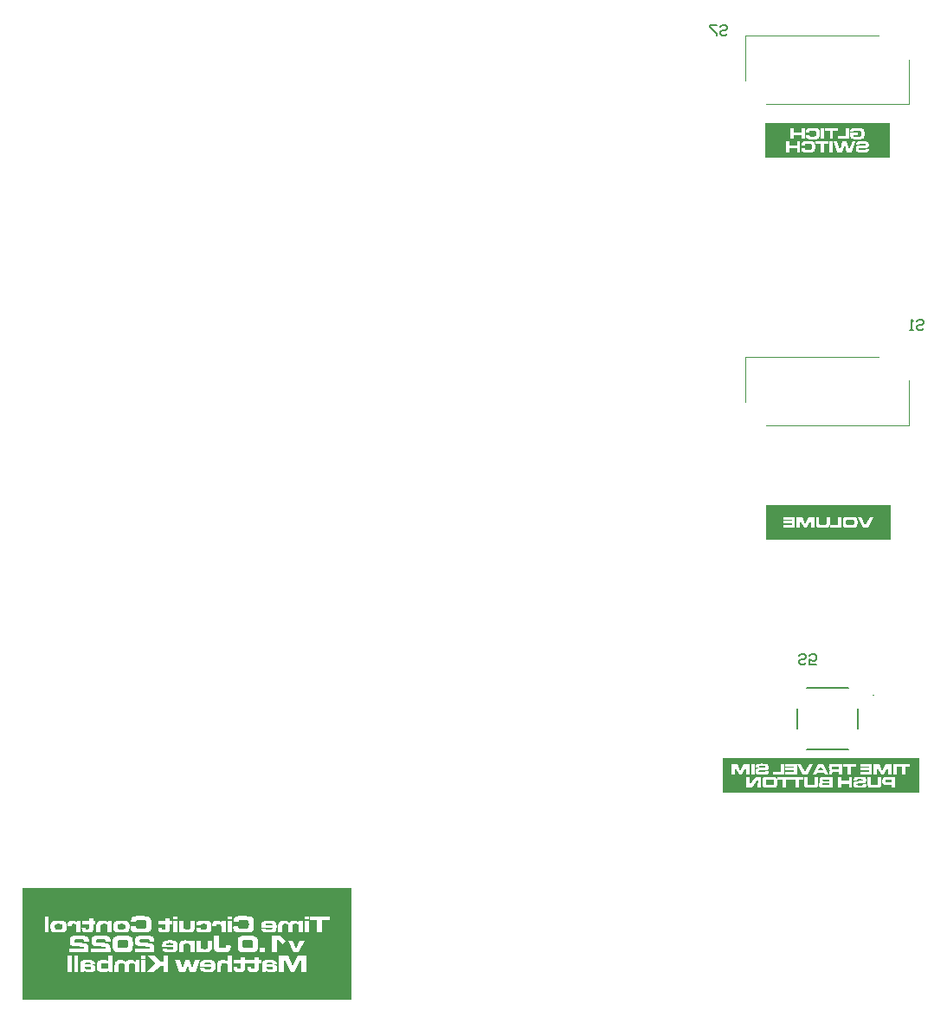
<source format=gbo>
G04 Layer_Color=32896*
%FSLAX25Y25*%
%MOIN*%
G70*
G01*
G75*
%ADD61C,0.00394*%
%ADD62C,0.00787*%
%ADD64C,0.00800*%
G36*
X357249Y332362D02*
Y325300D01*
X309255D01*
Y332362D01*
Y338602D01*
X357249D01*
Y332362D01*
D02*
G37*
G36*
X357500Y178300D02*
X309506D01*
Y191602D01*
X357500D01*
Y178300D01*
D02*
G37*
G36*
X150000Y27092D02*
Y19504D01*
Y1300D01*
X23291D01*
Y19504D01*
Y27092D01*
Y44119D01*
X150000D01*
Y27092D01*
D02*
G37*
G36*
X368502Y87854D02*
Y80800D01*
X292802D01*
Y87854D01*
Y94087D01*
X368502D01*
Y87854D01*
D02*
G37*
%LPC*%
G36*
X335243Y331474D02*
X333925D01*
Y327367D01*
X335243D01*
Y331474D01*
D02*
G37*
G36*
X333637D02*
X328664D01*
Y330423D01*
X330492D01*
Y327367D01*
X331809D01*
Y330423D01*
X333637D01*
Y331474D01*
D02*
G37*
G36*
X325808Y331540D02*
X325164D01*
X325075Y331533D01*
X324890D01*
X324698Y331525D01*
X324520Y331518D01*
X324439Y331511D01*
X324365Y331503D01*
X324350D01*
X324305Y331496D01*
X324239Y331488D01*
X324157Y331474D01*
X324061Y331451D01*
X323965Y331429D01*
X323876Y331400D01*
X323787Y331363D01*
X323773Y331355D01*
X323743Y331340D01*
X323691Y331303D01*
X323632Y331266D01*
X323565Y331207D01*
X323506Y331141D01*
X323447Y331059D01*
X323395Y330970D01*
X323388Y330956D01*
X323373Y330919D01*
X323358Y330859D01*
X323336Y330778D01*
X323314Y330667D01*
X323292Y330534D01*
X323284Y330378D01*
X323277Y330201D01*
Y330193D01*
Y330186D01*
Y330171D01*
Y330142D01*
Y330105D01*
X323284Y330060D01*
Y330001D01*
X324535D01*
Y330008D01*
Y330031D01*
X324542Y330068D01*
Y330112D01*
X324550Y330201D01*
X324557Y330238D01*
X324564Y330267D01*
Y330282D01*
X324579Y330312D01*
X324601Y330349D01*
X324631Y330386D01*
X324646Y330401D01*
X324668Y330408D01*
X324705Y330423D01*
X324757Y330438D01*
X324816Y330452D01*
X324897Y330467D01*
X325001Y330482D01*
X325016D01*
X325053Y330489D01*
X325127D01*
X325216Y330497D01*
X325341Y330504D01*
X325497D01*
X325674Y330512D01*
X326200D01*
X326340Y330504D01*
X326474Y330497D01*
X326592Y330489D01*
X326651D01*
X326696Y330482D01*
X326703D01*
X326733Y330475D01*
X326770D01*
X326821Y330460D01*
X326925Y330430D01*
X326969Y330408D01*
X327014Y330378D01*
X327021Y330371D01*
X327029Y330364D01*
X327051Y330341D01*
X327073Y330304D01*
X327103Y330267D01*
X327125Y330216D01*
X327147Y330149D01*
X327169Y330075D01*
Y330068D01*
X327177Y330038D01*
X327184Y329986D01*
Y329912D01*
X327191Y329823D01*
X327199Y329705D01*
X327206Y329564D01*
Y329402D01*
Y329394D01*
Y329379D01*
Y329357D01*
Y329328D01*
Y329246D01*
X327199Y329143D01*
Y329039D01*
X327191Y328928D01*
X327184Y328824D01*
X327169Y328743D01*
Y328736D01*
X327162Y328713D01*
X327154Y328676D01*
X327140Y328639D01*
X327088Y328543D01*
X327058Y328506D01*
X327021Y328469D01*
X327014D01*
X326999Y328454D01*
X326977Y328440D01*
X326940Y328425D01*
X326895Y328410D01*
X326836Y328388D01*
X326770Y328373D01*
X326688Y328358D01*
X326644D01*
X326585Y328351D01*
X326496D01*
X326385Y328343D01*
X326244D01*
X326163Y328336D01*
X325482D01*
X325319Y328343D01*
X325164D01*
X325090Y328351D01*
X325023D01*
X324964Y328358D01*
X324905D01*
X324875Y328366D01*
X324831Y328373D01*
X324779Y328380D01*
X324675Y328410D01*
X324624Y328432D01*
X324587Y328462D01*
X324579Y328469D01*
X324572Y328484D01*
X324550Y328514D01*
X324527Y328565D01*
X324505Y328625D01*
X324490Y328713D01*
X324476Y328817D01*
X324468Y328950D01*
X323218D01*
Y328935D01*
Y328898D01*
X323210Y328847D01*
Y328787D01*
Y328721D01*
X323203Y328654D01*
Y328602D01*
Y328558D01*
Y328551D01*
Y328536D01*
Y328514D01*
Y328477D01*
X323210Y328395D01*
X323218Y328292D01*
X323240Y328166D01*
X323262Y328047D01*
X323299Y327929D01*
X323351Y327818D01*
X323358Y327803D01*
X323380Y327766D01*
X323425Y327714D01*
X323484Y327655D01*
X323565Y327581D01*
X323676Y327515D01*
X323810Y327455D01*
X323965Y327404D01*
X323972D01*
X323987Y327396D01*
X324017D01*
X324054Y327389D01*
X324106Y327381D01*
X324165Y327374D01*
X324239Y327359D01*
X324328Y327352D01*
X324431Y327344D01*
X324542Y327330D01*
X324675Y327322D01*
X324816Y327315D01*
X324971Y327307D01*
X325142D01*
X325327Y327300D01*
X325926D01*
X326044Y327307D01*
X326451D01*
X326733Y327322D01*
X326866D01*
X326992Y327330D01*
X327103Y327337D01*
X327206Y327344D01*
X327228D01*
X327251Y327352D01*
X327288D01*
X327376Y327367D01*
X327487Y327381D01*
X327606Y327404D01*
X327732Y327433D01*
X327850Y327470D01*
X327954Y327515D01*
X327961Y327522D01*
X327991Y327537D01*
X328028Y327566D01*
X328079Y327596D01*
X328131Y327648D01*
X328190Y327700D01*
X328242Y327759D01*
X328287Y327833D01*
X328294Y327840D01*
X328301Y327870D01*
X328324Y327914D01*
X328346Y327973D01*
X328368Y328055D01*
X328398Y328151D01*
X328420Y328255D01*
X328435Y328380D01*
Y328395D01*
Y328410D01*
Y328440D01*
X328442Y328469D01*
Y328506D01*
Y328558D01*
Y328610D01*
X328449Y328676D01*
Y328750D01*
Y328832D01*
Y328928D01*
X328457Y329032D01*
Y329143D01*
Y329261D01*
Y329394D01*
Y329402D01*
Y329424D01*
Y329461D01*
Y329513D01*
Y329572D01*
Y329638D01*
Y329786D01*
X328449Y329957D01*
Y330127D01*
X328442Y330290D01*
X328435Y330356D01*
Y330423D01*
Y330430D01*
Y330438D01*
X328427Y330475D01*
X328420Y330534D01*
X328412Y330600D01*
X328398Y330682D01*
X328375Y330763D01*
X328353Y330845D01*
X328331Y330911D01*
Y330919D01*
X328324Y330926D01*
X328294Y330978D01*
X328250Y331044D01*
X328176Y331126D01*
X328079Y331207D01*
X327961Y331296D01*
X327894Y331333D01*
X327813Y331363D01*
X327732Y331400D01*
X327635Y331422D01*
X327628D01*
X327606Y331429D01*
X327576Y331437D01*
X327532Y331444D01*
X327465Y331451D01*
X327384Y331459D01*
X327288Y331474D01*
X327177Y331481D01*
X327043Y331496D01*
X326888Y331503D01*
X326718Y331511D01*
X326518Y331525D01*
X326303Y331533D01*
X326067D01*
X325808Y331540D01*
D02*
G37*
G36*
X322766Y331474D02*
X321449D01*
Y330008D01*
X318630D01*
Y331474D01*
X317312D01*
Y327367D01*
X318630D01*
Y328861D01*
X321449D01*
Y327367D01*
X322766D01*
Y331474D01*
D02*
G37*
G36*
X344100D02*
X342835D01*
X341732Y328403D01*
X341503D01*
X340571Y331474D01*
X339061D01*
X338121Y328403D01*
X337892D01*
X336782Y331474D01*
X335457D01*
X337056Y327367D01*
X338987D01*
X339808Y330378D01*
X340622Y327367D01*
X342561D01*
X344100Y331474D01*
D02*
G37*
G36*
X347031Y331540D02*
X346283D01*
X346187Y331533D01*
X346091D01*
X345876Y331525D01*
X345669Y331518D01*
X345566Y331511D01*
X345477Y331503D01*
X345388Y331496D01*
X345314Y331488D01*
X345307D01*
X345292Y331481D01*
X345262D01*
X345218Y331474D01*
X345173Y331466D01*
X345122Y331451D01*
X345003Y331422D01*
X344870Y331377D01*
X344744Y331318D01*
X344633Y331252D01*
X344581Y331215D01*
X344537Y331170D01*
X344530Y331163D01*
X344500Y331126D01*
X344470Y331067D01*
X344426Y330985D01*
X344389Y330874D01*
X344352Y330734D01*
X344330Y330571D01*
X344322Y330482D01*
Y330378D01*
Y330371D01*
Y330334D01*
Y330312D01*
Y330275D01*
X344330Y330238D01*
Y330186D01*
X345543D01*
Y330193D01*
Y330216D01*
Y330245D01*
Y330282D01*
X345551Y330356D01*
X345558Y330386D01*
X345566Y330415D01*
X345573Y330430D01*
X345588Y330452D01*
X345610Y330489D01*
X345654Y330519D01*
X345669Y330526D01*
X345691Y330534D01*
X345721Y330549D01*
X345758Y330556D01*
X345810Y330571D01*
X345869Y330578D01*
X345943Y330586D01*
X345987D01*
X346047Y330593D01*
X346246D01*
X346313Y330600D01*
X347068D01*
X347231Y330593D01*
X347401Y330586D01*
X347556Y330578D01*
X347630Y330571D01*
X347689Y330563D01*
X347749Y330556D01*
X347786Y330549D01*
X347793D01*
X347815Y330534D01*
X347837Y330519D01*
X347867Y330497D01*
X347904Y330460D01*
X347926Y330408D01*
X347948Y330349D01*
X347956Y330275D01*
Y330267D01*
Y330238D01*
X347948Y330201D01*
X347934Y330156D01*
X347911Y330112D01*
X347882Y330068D01*
X347845Y330031D01*
X347786Y330008D01*
X347778D01*
X347763Y330001D01*
X347712D01*
X347675Y329994D01*
X347623Y329986D01*
X347564D01*
X347490Y329979D01*
X347393Y329971D01*
X347290Y329964D01*
X347164Y329957D01*
X347016Y329949D01*
X346853D01*
X346661Y329942D01*
X346454Y329934D01*
X346357D01*
X346291Y329927D01*
X346217D01*
X346121Y329920D01*
X346024Y329912D01*
X345913D01*
X345691Y329897D01*
X345477Y329883D01*
X345373Y329875D01*
X345284Y329868D01*
X345196Y329860D01*
X345129Y329853D01*
X345114D01*
X345070Y329846D01*
X345011Y329838D01*
X344937Y329823D01*
X344848Y329801D01*
X344759Y329772D01*
X344670Y329742D01*
X344589Y329705D01*
X344581Y329698D01*
X344552Y329683D01*
X344515Y329653D01*
X344463Y329609D01*
X344411Y329557D01*
X344359Y329490D01*
X344315Y329416D01*
X344271Y329335D01*
X344263Y329328D01*
X344256Y329291D01*
X344241Y329239D01*
X344219Y329165D01*
X344204Y329069D01*
X344189Y328950D01*
X344182Y328810D01*
X344174Y328654D01*
Y328647D01*
Y328632D01*
Y328595D01*
Y328558D01*
X344182Y328514D01*
Y328454D01*
X344197Y328329D01*
X344211Y328188D01*
X344241Y328040D01*
X344285Y327907D01*
X344337Y327788D01*
X344345Y327781D01*
X344359Y327751D01*
X344382Y327714D01*
X344419Y327670D01*
X344463Y327618D01*
X344522Y327574D01*
X344589Y327522D01*
X344663Y327478D01*
X344670Y327470D01*
X344700Y327463D01*
X344752Y327441D01*
X344811Y327426D01*
X344900Y327396D01*
X344996Y327381D01*
X345114Y327359D01*
X345247Y327344D01*
X345292D01*
X345329Y327337D01*
X345373D01*
X345432Y327330D01*
X345588D01*
X345684Y327322D01*
X345795D01*
X345921Y327315D01*
X346061D01*
X346209Y327307D01*
X347083D01*
X347179Y327315D01*
X347282D01*
X347504Y327322D01*
X347734Y327330D01*
X347948Y327344D01*
X348045Y327352D01*
X348133Y327359D01*
X348156D01*
X348178Y327367D01*
X348207D01*
X348281Y327381D01*
X348378Y327396D01*
X348489Y327418D01*
X348592Y327448D01*
X348703Y327478D01*
X348792Y327522D01*
X348799Y327529D01*
X348829Y327544D01*
X348873Y327574D01*
X348918Y327618D01*
X348977Y327663D01*
X349029Y327722D01*
X349081Y327796D01*
X349118Y327870D01*
Y327877D01*
X349132Y327914D01*
X349140Y327966D01*
X349155Y328033D01*
X349169Y328129D01*
X349184Y328240D01*
X349192Y328373D01*
X349199Y328528D01*
X349206Y328728D01*
X347993D01*
Y328713D01*
Y328676D01*
X347985Y328625D01*
X347978Y328565D01*
X347963Y328499D01*
X347941Y328432D01*
X347911Y328380D01*
X347867Y328336D01*
X347860D01*
X347852Y328329D01*
X347830Y328314D01*
X347808Y328306D01*
X347734Y328277D01*
X347638Y328262D01*
X347475D01*
X347416Y328255D01*
X346002D01*
X345936Y328262D01*
X345758D01*
X345728Y328269D01*
X345691D01*
X345610Y328284D01*
X345529Y328306D01*
X345521D01*
X345506Y328321D01*
X345484Y328336D01*
X345455Y328366D01*
X345432Y328410D01*
X345410Y328462D01*
X345395Y328528D01*
X345388Y328617D01*
Y328625D01*
Y328647D01*
X345395Y328676D01*
X345403Y328721D01*
X345432Y328802D01*
X345455Y328832D01*
X345492Y328861D01*
X345499D01*
X345514Y328869D01*
X345536Y328884D01*
X345580Y328898D01*
X345632Y328906D01*
X345699Y328921D01*
X345788Y328928D01*
X346047D01*
X346098Y328935D01*
X346232D01*
X346313Y328943D01*
X346402D01*
X346498Y328950D01*
X346609D01*
X346735Y328958D01*
X346868Y328965D01*
X346942D01*
X346994Y328972D01*
X347053D01*
X347127Y328980D01*
X347282Y328987D01*
X347453Y328995D01*
X347615Y329002D01*
X347756D01*
X347815Y329009D01*
X347941D01*
X348022Y329017D01*
X348126Y329024D01*
X348237Y329039D01*
X348348Y329054D01*
X348459Y329069D01*
X348563Y329091D01*
X348570Y329098D01*
X348600Y329106D01*
X348644Y329120D01*
X348703Y329150D01*
X348762Y329180D01*
X348822Y329224D01*
X348888Y329268D01*
X348940Y329328D01*
X348947Y329342D01*
X348977Y329379D01*
X349014Y329446D01*
X349051Y329535D01*
X349073Y329594D01*
X349095Y329653D01*
X349118Y329727D01*
X349132Y329809D01*
X349147Y329897D01*
X349162Y329994D01*
X349169Y330097D01*
Y330208D01*
Y330216D01*
Y330238D01*
Y330275D01*
X349162Y330319D01*
Y330378D01*
X349155Y330445D01*
X349140Y330593D01*
X349103Y330756D01*
X349058Y330919D01*
X348999Y331067D01*
X348955Y331133D01*
X348910Y331192D01*
X348903Y331200D01*
X348873Y331229D01*
X348822Y331266D01*
X348755Y331311D01*
X348666Y331355D01*
X348563Y331407D01*
X348437Y331444D01*
X348289Y331474D01*
X348267D01*
X348244Y331481D01*
X348200D01*
X348148Y331488D01*
X348089Y331496D01*
X348008Y331503D01*
X347919Y331511D01*
X347808D01*
X347689Y331518D01*
X347549Y331525D01*
X347393Y331533D01*
X347216D01*
X347031Y331540D01*
D02*
G37*
G36*
X332005Y336535D02*
X330688D01*
Y332428D01*
X332005D01*
Y336535D01*
D02*
G37*
G36*
X341507D02*
X340190D01*
Y333479D01*
X337266D01*
Y332428D01*
X341507D01*
Y336535D01*
D02*
G37*
G36*
X337266D02*
X332294D01*
Y335484D01*
X334121D01*
Y332428D01*
X335439D01*
Y335484D01*
X337266D01*
Y336535D01*
D02*
G37*
G36*
X344851Y336594D02*
X344260D01*
X344171Y336587D01*
X343971D01*
X343771Y336580D01*
X343571Y336565D01*
X343475Y336557D01*
X343386Y336550D01*
X343364D01*
X343342Y336543D01*
X343312D01*
X343231Y336535D01*
X343120Y336520D01*
X343009Y336506D01*
X342883Y336483D01*
X342757Y336454D01*
X342639Y336424D01*
X342632D01*
X342617Y336417D01*
X342595Y336409D01*
X342565Y336395D01*
X342483Y336350D01*
X342387Y336291D01*
X342291Y336202D01*
X342195Y336091D01*
X342158Y336025D01*
X342121Y335958D01*
X342091Y335877D01*
X342069Y335788D01*
Y335780D01*
X342062Y335743D01*
X342054Y335692D01*
X342039Y335610D01*
X342032Y335521D01*
X342025Y335403D01*
X342017Y335270D01*
Y335122D01*
X343268D01*
Y335129D01*
Y335151D01*
Y335181D01*
X343275Y335218D01*
X343283Y335292D01*
X343290Y335322D01*
X343298Y335351D01*
Y335359D01*
X343312Y335388D01*
X343335Y335418D01*
X343364Y335455D01*
X343372D01*
X343386Y335470D01*
X343416Y335477D01*
X343460Y335492D01*
X343519Y335507D01*
X343601Y335521D01*
X343690Y335536D01*
X343808Y335544D01*
X343823D01*
X343867Y335551D01*
X343941D01*
X344045Y335558D01*
X344171D01*
X344326Y335566D01*
X344948D01*
X345088Y335558D01*
X345236D01*
X345392Y335551D01*
X345540Y335544D01*
X345599Y335536D01*
X345658Y335529D01*
X345673D01*
X345703Y335521D01*
X345747Y335514D01*
X345806Y335507D01*
X345932Y335470D01*
X345991Y335447D01*
X346036Y335418D01*
X346043D01*
X346050Y335403D01*
X346073Y335381D01*
X346095Y335351D01*
X346117Y335314D01*
X346139Y335270D01*
X346161Y335211D01*
X346176Y335144D01*
Y335137D01*
X346183Y335107D01*
Y335063D01*
X346191Y334996D01*
X346198Y334907D01*
Y334789D01*
X346206Y334656D01*
Y334493D01*
Y334485D01*
Y334471D01*
Y334441D01*
Y334411D01*
Y334315D01*
X346198Y334212D01*
Y334086D01*
X346191Y333967D01*
X346183Y333856D01*
X346176Y333768D01*
Y333760D01*
X346169Y333738D01*
X346161Y333701D01*
X346146Y333657D01*
X346102Y333568D01*
X346073Y333523D01*
X346036Y333486D01*
X346028D01*
X346013Y333472D01*
X345991Y333457D01*
X345961Y333442D01*
X345924Y333427D01*
X345880Y333405D01*
X345769Y333383D01*
X345703D01*
X345673Y333375D01*
X345517D01*
X345444Y333368D01*
X345147D01*
X345022Y333361D01*
X343927D01*
X343852Y333368D01*
X343660D01*
X343623Y333375D01*
X343586Y333383D01*
X343490Y333398D01*
X343394Y333427D01*
X343386D01*
X343379Y333435D01*
X343342Y333457D01*
X343305Y333494D01*
X343268Y333553D01*
Y333560D01*
X343261Y333568D01*
X343253Y333590D01*
X343246Y333620D01*
X343238Y333657D01*
X343231Y333701D01*
X343224Y333760D01*
Y333819D01*
Y333827D01*
Y333849D01*
Y333879D01*
X343231Y333938D01*
X344874D01*
Y334759D01*
X342017D01*
Y334752D01*
Y334744D01*
X342010Y334707D01*
X342003Y334663D01*
Y334648D01*
Y334641D01*
Y334633D01*
Y334604D01*
Y334559D01*
Y334500D01*
Y334426D01*
Y334345D01*
X342010Y334249D01*
Y334152D01*
X342017Y333938D01*
X342025Y333723D01*
X342039Y333516D01*
X342047Y333420D01*
X342054Y333331D01*
Y333324D01*
X342062Y333301D01*
Y333264D01*
X342076Y333220D01*
X342091Y333161D01*
X342113Y333102D01*
X342143Y333028D01*
X342180Y332961D01*
X342225Y332887D01*
X342284Y332813D01*
X342343Y332739D01*
X342424Y332672D01*
X342513Y332606D01*
X342617Y332554D01*
X342728Y332510D01*
X342861Y332473D01*
X342876D01*
X342913Y332465D01*
X342979Y332458D01*
X343068Y332443D01*
X343172Y332436D01*
X343298Y332421D01*
X343438Y332406D01*
X343586Y332399D01*
X343631D01*
X343660Y332391D01*
X343756D01*
X343823Y332384D01*
X343978D01*
X344067Y332376D01*
X344282D01*
X344408Y332369D01*
X345184D01*
X345296Y332376D01*
X345414D01*
X345658Y332384D01*
X345910Y332391D01*
X346028Y332399D01*
X346139Y332406D01*
X346243Y332421D01*
X346332Y332428D01*
X346354D01*
X346376Y332436D01*
X346406D01*
X346480Y332450D01*
X346583Y332473D01*
X346694Y332502D01*
X346813Y332547D01*
X346923Y332591D01*
X347027Y332650D01*
X347035Y332658D01*
X347057Y332672D01*
X347086Y332695D01*
X347123Y332732D01*
X347168Y332776D01*
X347212Y332828D01*
X347256Y332887D01*
X347293Y332954D01*
X347301Y332961D01*
X347308Y332991D01*
X347323Y333028D01*
X347345Y333087D01*
X347368Y333153D01*
X347390Y333235D01*
X347412Y333331D01*
X347427Y333435D01*
Y333449D01*
Y333464D01*
X347434Y333494D01*
Y333523D01*
Y333568D01*
X347442Y333620D01*
Y333679D01*
Y333753D01*
X347449Y333827D01*
Y333923D01*
Y334019D01*
X347456Y334138D01*
Y334256D01*
Y334397D01*
Y334545D01*
Y334552D01*
Y334567D01*
Y334596D01*
Y334641D01*
Y334685D01*
Y334737D01*
X347449Y334863D01*
Y334996D01*
X347442Y335137D01*
X347434Y335270D01*
X347427Y335388D01*
Y335403D01*
X347419Y335440D01*
X347412Y335492D01*
X347405Y335558D01*
X347390Y335640D01*
X347368Y335729D01*
X347316Y335899D01*
Y335906D01*
X347308Y335921D01*
X347293Y335943D01*
X347279Y335973D01*
X347227Y336054D01*
X347153Y336150D01*
X347109Y336202D01*
X347049Y336254D01*
X346990Y336298D01*
X346916Y336343D01*
X346842Y336387D01*
X346753Y336424D01*
X346657Y336454D01*
X346553Y336476D01*
X346546D01*
X346524Y336483D01*
X346487Y336491D01*
X346435Y336498D01*
X346369Y336506D01*
X346287Y336513D01*
X346191Y336528D01*
X346073Y336535D01*
X345947Y336550D01*
X345806Y336557D01*
X345643Y336565D01*
X345473Y336580D01*
X345281Y336587D01*
X345074D01*
X344851Y336594D01*
D02*
G37*
G36*
X324501Y336535D02*
X323184D01*
Y335070D01*
X320365D01*
Y336535D01*
X319048D01*
Y332428D01*
X320365D01*
Y333923D01*
X323184D01*
Y332428D01*
X324501D01*
Y336535D01*
D02*
G37*
G36*
X327543Y336602D02*
X326899D01*
X326810Y336594D01*
X326625D01*
X326433Y336587D01*
X326255Y336580D01*
X326174Y336572D01*
X326100Y336565D01*
X326085D01*
X326041Y336557D01*
X325974Y336550D01*
X325893Y336535D01*
X325797Y336513D01*
X325700Y336491D01*
X325611Y336461D01*
X325523Y336424D01*
X325508Y336417D01*
X325478Y336402D01*
X325427Y336365D01*
X325367Y336328D01*
X325301Y336269D01*
X325241Y336202D01*
X325182Y336121D01*
X325131Y336032D01*
X325123Y336017D01*
X325108Y335980D01*
X325094Y335921D01*
X325071Y335840D01*
X325049Y335729D01*
X325027Y335595D01*
X325020Y335440D01*
X325012Y335262D01*
Y335255D01*
Y335248D01*
Y335233D01*
Y335203D01*
Y335166D01*
X325020Y335122D01*
Y335063D01*
X326270D01*
Y335070D01*
Y335092D01*
X326277Y335129D01*
Y335174D01*
X326285Y335262D01*
X326292Y335299D01*
X326300Y335329D01*
Y335344D01*
X326314Y335373D01*
X326337Y335410D01*
X326366Y335447D01*
X326381Y335462D01*
X326403Y335470D01*
X326440Y335484D01*
X326492Y335499D01*
X326551Y335514D01*
X326633Y335529D01*
X326736Y335544D01*
X326751D01*
X326788Y335551D01*
X326862D01*
X326951Y335558D01*
X327077Y335566D01*
X327232D01*
X327410Y335573D01*
X327935D01*
X328076Y335566D01*
X328209Y335558D01*
X328327Y335551D01*
X328386D01*
X328431Y335544D01*
X328438D01*
X328468Y335536D01*
X328505D01*
X328557Y335521D01*
X328660Y335492D01*
X328705Y335470D01*
X328749Y335440D01*
X328756Y335433D01*
X328764Y335425D01*
X328786Y335403D01*
X328808Y335366D01*
X328838Y335329D01*
X328860Y335277D01*
X328882Y335211D01*
X328905Y335137D01*
Y335129D01*
X328912Y335100D01*
X328919Y335048D01*
Y334974D01*
X328927Y334885D01*
X328934Y334767D01*
X328941Y334626D01*
Y334463D01*
Y334456D01*
Y334441D01*
Y334419D01*
Y334389D01*
Y334308D01*
X328934Y334204D01*
Y334101D01*
X328927Y333990D01*
X328919Y333886D01*
X328905Y333805D01*
Y333797D01*
X328897Y333775D01*
X328890Y333738D01*
X328875Y333701D01*
X328823Y333605D01*
X328794Y333568D01*
X328756Y333531D01*
X328749D01*
X328734Y333516D01*
X328712Y333501D01*
X328675Y333486D01*
X328631Y333472D01*
X328572Y333449D01*
X328505Y333435D01*
X328424Y333420D01*
X328379D01*
X328320Y333412D01*
X328231D01*
X328120Y333405D01*
X327979D01*
X327898Y333398D01*
X327217D01*
X327055Y333405D01*
X326899D01*
X326825Y333412D01*
X326759D01*
X326699Y333420D01*
X326640D01*
X326610Y333427D01*
X326566Y333435D01*
X326514Y333442D01*
X326411Y333472D01*
X326359Y333494D01*
X326322Y333523D01*
X326314Y333531D01*
X326307Y333546D01*
X326285Y333575D01*
X326263Y333627D01*
X326240Y333686D01*
X326226Y333775D01*
X326211Y333879D01*
X326203Y334012D01*
X324953D01*
Y333997D01*
Y333960D01*
X324945Y333908D01*
Y333849D01*
Y333782D01*
X324938Y333716D01*
Y333664D01*
Y333620D01*
Y333612D01*
Y333597D01*
Y333575D01*
Y333538D01*
X324945Y333457D01*
X324953Y333353D01*
X324975Y333227D01*
X324997Y333109D01*
X325034Y332991D01*
X325086Y332880D01*
X325094Y332865D01*
X325116Y332828D01*
X325160Y332776D01*
X325219Y332717D01*
X325301Y332643D01*
X325412Y332576D01*
X325545Y332517D01*
X325700Y332465D01*
X325708D01*
X325723Y332458D01*
X325752D01*
X325789Y332450D01*
X325841Y332443D01*
X325900Y332436D01*
X325974Y332421D01*
X326063Y332413D01*
X326167Y332406D01*
X326277Y332391D01*
X326411Y332384D01*
X326551Y332376D01*
X326707Y332369D01*
X326877D01*
X327062Y332362D01*
X327661D01*
X327780Y332369D01*
X328187D01*
X328468Y332384D01*
X328601D01*
X328727Y332391D01*
X328838Y332399D01*
X328941Y332406D01*
X328964D01*
X328986Y332413D01*
X329023D01*
X329112Y332428D01*
X329223Y332443D01*
X329341Y332465D01*
X329467Y332495D01*
X329585Y332532D01*
X329689Y332576D01*
X329696Y332584D01*
X329726Y332598D01*
X329763Y332628D01*
X329815Y332658D01*
X329867Y332709D01*
X329926Y332761D01*
X329977Y332820D01*
X330022Y332894D01*
X330029Y332902D01*
X330037Y332931D01*
X330059Y332976D01*
X330081Y333035D01*
X330103Y333116D01*
X330133Y333213D01*
X330155Y333316D01*
X330170Y333442D01*
Y333457D01*
Y333472D01*
Y333501D01*
X330177Y333531D01*
Y333568D01*
Y333620D01*
Y333671D01*
X330185Y333738D01*
Y333812D01*
Y333893D01*
Y333990D01*
X330192Y334093D01*
Y334204D01*
Y334323D01*
Y334456D01*
Y334463D01*
Y334485D01*
Y334522D01*
Y334574D01*
Y334633D01*
Y334700D01*
Y334848D01*
X330185Y335018D01*
Y335188D01*
X330177Y335351D01*
X330170Y335418D01*
Y335484D01*
Y335492D01*
Y335499D01*
X330163Y335536D01*
X330155Y335595D01*
X330148Y335662D01*
X330133Y335743D01*
X330111Y335825D01*
X330088Y335906D01*
X330066Y335973D01*
Y335980D01*
X330059Y335988D01*
X330029Y336039D01*
X329985Y336106D01*
X329911Y336187D01*
X329815Y336269D01*
X329696Y336358D01*
X329630Y336395D01*
X329548Y336424D01*
X329467Y336461D01*
X329371Y336483D01*
X329363D01*
X329341Y336491D01*
X329311Y336498D01*
X329267Y336506D01*
X329201Y336513D01*
X329119Y336520D01*
X329023Y336535D01*
X328912Y336543D01*
X328779Y336557D01*
X328623Y336565D01*
X328453Y336572D01*
X328253Y336587D01*
X328039Y336594D01*
X327802D01*
X327543Y336602D01*
D02*
G37*
G36*
X338646Y187004D02*
X337329D01*
Y183948D01*
X334406D01*
Y182897D01*
X338646D01*
Y187004D01*
D02*
G37*
G36*
X320694D02*
X316143D01*
Y186035D01*
X319458D01*
Y185450D01*
X316313D01*
Y184548D01*
X319458D01*
Y183882D01*
X316120D01*
Y182897D01*
X320694D01*
Y187004D01*
D02*
G37*
G36*
X334139D02*
X332889D01*
Y185117D01*
Y185110D01*
Y185088D01*
Y185058D01*
Y185014D01*
Y184962D01*
X332881Y184903D01*
Y184770D01*
X332874Y184629D01*
X332867Y184496D01*
X332859Y184429D01*
Y184377D01*
X332852Y184326D01*
X332844Y184289D01*
Y184281D01*
X332830Y184252D01*
X332815Y184207D01*
X332793Y184163D01*
X332748Y184111D01*
X332696Y184059D01*
X332630Y184015D01*
X332541Y183978D01*
X332526D01*
X332511Y183970D01*
X332489Y183963D01*
X332452D01*
X332415Y183956D01*
X332363Y183948D01*
X332304Y183941D01*
X332238Y183933D01*
X332164Y183926D01*
X332075Y183919D01*
X331979D01*
X331868Y183911D01*
X331742Y183904D01*
X331246D01*
X331113Y183911D01*
X330965D01*
X330809Y183919D01*
X330676Y183926D01*
X330617Y183933D01*
X330565Y183941D01*
X330550D01*
X330521Y183948D01*
X330476Y183956D01*
X330425Y183970D01*
X330306Y184022D01*
X330254Y184052D01*
X330210Y184089D01*
X330195Y184104D01*
X330173Y184141D01*
X330136Y184200D01*
X330114Y184274D01*
Y184281D01*
X330106Y184296D01*
Y184326D01*
X330099Y184370D01*
X330092Y184422D01*
X330084Y184488D01*
X330077Y184562D01*
X330069Y184659D01*
Y184673D01*
X330062Y184703D01*
Y184755D01*
X330055Y184821D01*
Y184895D01*
X330047Y184969D01*
Y185043D01*
Y185117D01*
Y187004D01*
X328797D01*
Y185117D01*
Y185110D01*
Y185073D01*
Y185021D01*
X328804Y184962D01*
Y184881D01*
Y184792D01*
X328811Y184696D01*
Y184585D01*
X328819Y184370D01*
X328834Y184163D01*
X328841Y184059D01*
X328848Y183970D01*
X328856Y183896D01*
X328863Y183830D01*
Y183822D01*
X328871Y183808D01*
Y183778D01*
X328878Y183748D01*
X328893Y183704D01*
X328908Y183652D01*
X328952Y183541D01*
X329019Y183415D01*
X329100Y183290D01*
X329218Y183171D01*
X329285Y183119D01*
X329359Y183068D01*
X329366Y183060D01*
X329403Y183045D01*
X329455Y183023D01*
X329529Y182994D01*
X329625Y182964D01*
X329744Y182934D01*
X329877Y182912D01*
X330032Y182890D01*
X330055D01*
X330077Y182883D01*
X330114D01*
X330166Y182875D01*
X330217D01*
X330291Y182868D01*
X330373D01*
X330462Y182860D01*
X330565Y182853D01*
X330684D01*
X330809Y182846D01*
X330950D01*
X331105Y182838D01*
X331794D01*
X331875Y182846D01*
X332060D01*
X332252Y182853D01*
X332437Y182860D01*
X332526D01*
X332608Y182868D01*
X332645D01*
X332674Y182875D01*
X332748Y182883D01*
X332844Y182890D01*
X332955Y182905D01*
X333066Y182920D01*
X333185Y182934D01*
X333303Y182957D01*
X333311D01*
X333333Y182964D01*
X333362Y182979D01*
X333407Y182994D01*
X333459Y183016D01*
X333518Y183038D01*
X333577Y183075D01*
X333644Y183112D01*
X333710Y183164D01*
X333777Y183223D01*
X333843Y183282D01*
X333903Y183356D01*
X333962Y183445D01*
X334006Y183534D01*
X334043Y183637D01*
X334073Y183756D01*
Y183763D01*
X334080Y183793D01*
X334088Y183845D01*
X334095Y183896D01*
X334110Y183963D01*
X334117Y184037D01*
X334132Y184192D01*
Y184200D01*
Y184237D01*
Y184259D01*
Y184296D01*
Y184333D01*
Y184385D01*
X334139Y184437D01*
Y184503D01*
Y184585D01*
Y184666D01*
Y184762D01*
Y184873D01*
Y184984D01*
Y185117D01*
Y187004D01*
D02*
G37*
G36*
X328242D02*
X325977D01*
X324756Y184333D01*
X323535Y187004D01*
X321271D01*
Y182897D01*
X322507D01*
X322477Y185968D01*
X322684D01*
X324231Y182897D01*
X325274D01*
X326821Y185968D01*
X327043D01*
X327013Y182897D01*
X328242D01*
Y187004D01*
D02*
G37*
G36*
X350871D02*
X349509D01*
X348007Y183933D01*
X347770D01*
X346290Y187004D01*
X344921D01*
X346927Y182897D01*
X348851D01*
X350871Y187004D01*
D02*
G37*
G36*
X342427Y187064D02*
X341517D01*
X341384Y187056D01*
X341243D01*
X340940Y187049D01*
X340637Y187034D01*
X340496Y187027D01*
X340363Y187019D01*
X340244Y187012D01*
X340141Y186997D01*
X340133D01*
X340111Y186990D01*
X340074Y186982D01*
X340022Y186975D01*
X339971Y186960D01*
X339904Y186938D01*
X339763Y186879D01*
X339689Y186834D01*
X339608Y186790D01*
X339534Y186731D01*
X339467Y186664D01*
X339401Y186590D01*
X339342Y186509D01*
X339297Y186412D01*
X339260Y186309D01*
Y186301D01*
X339253Y186287D01*
X339245Y186264D01*
X339238Y186235D01*
X339231Y186190D01*
X339223Y186131D01*
X339208Y186065D01*
X339201Y185991D01*
X339186Y185902D01*
X339179Y185798D01*
X339171Y185687D01*
X339157Y185569D01*
X339149Y185428D01*
Y185280D01*
X339142Y185125D01*
Y184947D01*
Y184940D01*
Y184903D01*
Y184858D01*
Y184792D01*
Y184710D01*
X339149Y184622D01*
Y184525D01*
X339157Y184414D01*
X339171Y184192D01*
X339194Y183970D01*
X339208Y183859D01*
X339223Y183756D01*
X339238Y183667D01*
X339260Y183586D01*
Y183578D01*
X339268Y183563D01*
X339282Y183534D01*
X339297Y183489D01*
X339319Y183445D01*
X339349Y183393D01*
X339386Y183334D01*
X339430Y183275D01*
X339482Y183216D01*
X339549Y183156D01*
X339615Y183097D01*
X339697Y183045D01*
X339793Y182994D01*
X339897Y182957D01*
X340015Y182920D01*
X340141Y182897D01*
X340163D01*
X340193Y182890D01*
X340237D01*
X340296Y182883D01*
X340370D01*
X340452Y182875D01*
X340555Y182868D01*
X340666Y182860D01*
X340799D01*
X340947Y182853D01*
X341118Y182846D01*
X341295D01*
X341495Y182838D01*
X342405D01*
X342546Y182846D01*
X342686D01*
X342997Y182853D01*
X343301Y182860D01*
X343441Y182868D01*
X343574Y182875D01*
X343693Y182890D01*
X343796Y182897D01*
X343804D01*
X343826Y182905D01*
X343863Y182912D01*
X343907Y182920D01*
X343967Y182934D01*
X344033Y182957D01*
X344174Y183023D01*
X344248Y183060D01*
X344329Y183105D01*
X344403Y183164D01*
X344470Y183230D01*
X344536Y183304D01*
X344596Y183386D01*
X344640Y183482D01*
X344677Y183586D01*
Y183593D01*
X344684Y183608D01*
Y183630D01*
X344692Y183667D01*
X344699Y183711D01*
X344714Y183763D01*
X344721Y183830D01*
X344729Y183911D01*
X344744Y184000D01*
X344751Y184096D01*
X344758Y184215D01*
X344773Y184340D01*
X344781Y184474D01*
Y184629D01*
X344788Y184792D01*
Y184969D01*
Y184977D01*
Y185014D01*
Y185058D01*
Y185125D01*
Y185199D01*
X344781Y185288D01*
Y185384D01*
X344773Y185487D01*
X344758Y185709D01*
X344744Y185931D01*
X344729Y186035D01*
X344714Y186139D01*
X344699Y186227D01*
X344677Y186309D01*
Y186316D01*
X344670Y186331D01*
X344655Y186361D01*
X344640Y186405D01*
X344618Y186449D01*
X344588Y186501D01*
X344551Y186560D01*
X344507Y186620D01*
X344455Y186679D01*
X344388Y186738D01*
X344322Y186797D01*
X344233Y186849D01*
X344144Y186901D01*
X344041Y186938D01*
X343922Y186975D01*
X343796Y186997D01*
X343774D01*
X343745Y187004D01*
X343700D01*
X343641Y187012D01*
X343567Y187019D01*
X343486Y187027D01*
X343382Y187034D01*
X343264D01*
X343130Y187041D01*
X342982Y187049D01*
X342812Y187056D01*
X342635D01*
X342427Y187064D01*
D02*
G37*
%LPD*%
G36*
X342390Y185991D02*
X342487D01*
X342694Y185983D01*
X342797D01*
X342894Y185976D01*
X342982Y185968D01*
X343056Y185961D01*
X343123Y185954D01*
X343167Y185946D01*
X343175D01*
X343204Y185931D01*
X343241Y185917D01*
X343293Y185887D01*
X343345Y185850D01*
X343389Y185806D01*
X343434Y185746D01*
X343471Y185672D01*
Y185665D01*
X343478Y185628D01*
X343493Y185576D01*
X343500Y185495D01*
X343508Y185436D01*
X343515Y185376D01*
X343523Y185310D01*
X343530Y185236D01*
Y185154D01*
X343537Y185058D01*
Y184955D01*
Y184844D01*
Y184836D01*
Y184829D01*
Y184784D01*
Y184718D01*
X343530Y184636D01*
Y184548D01*
X343523Y184451D01*
X343515Y184370D01*
X343500Y184296D01*
X343493Y184281D01*
X343486Y184244D01*
X343456Y184192D01*
X343419Y184133D01*
X343360Y184074D01*
X343278Y184015D01*
X343175Y183963D01*
X343049Y183933D01*
X343019D01*
X342990Y183926D01*
X342916D01*
X342864Y183919D01*
X342738D01*
X342657Y183911D01*
X342472D01*
X342361Y183904D01*
X341554D01*
X341384Y183911D01*
X341221D01*
X341140Y183919D01*
X341073D01*
X341007Y183926D01*
X340940D01*
X340910Y183933D01*
X340866Y183941D01*
X340814Y183956D01*
X340696Y183985D01*
X340637Y184015D01*
X340585Y184044D01*
X340577Y184052D01*
X340570Y184059D01*
X340548Y184081D01*
X340526Y184111D01*
X340496Y184148D01*
X340474Y184185D01*
X340437Y184296D01*
Y184303D01*
X340429Y184326D01*
X340422Y184370D01*
X340415Y184422D01*
X340407Y184503D01*
X340400Y184592D01*
X340392Y184703D01*
Y184836D01*
Y184844D01*
Y184858D01*
Y184881D01*
Y184910D01*
Y184984D01*
X340400Y185088D01*
Y185191D01*
X340407Y185295D01*
X340415Y185399D01*
X340429Y185487D01*
Y185495D01*
X340437Y185524D01*
X340444Y185561D01*
X340452Y185606D01*
X340489Y185709D01*
X340503Y185754D01*
X340533Y185798D01*
X340540Y185806D01*
X340555Y185820D01*
X340577Y185843D01*
X340614Y185872D01*
X340659Y185894D01*
X340718Y185924D01*
X340785Y185946D01*
X340866Y185961D01*
X340896D01*
X340918Y185968D01*
X340947D01*
X340984Y185976D01*
X341029D01*
X341088Y185983D01*
X341236D01*
X341325Y185991D01*
X341428D01*
X341539Y185998D01*
X342294D01*
X342390Y185991D01*
D02*
G37*
%LPC*%
G36*
X141490Y33369D02*
X134024D01*
Y31792D01*
X136768D01*
Y27204D01*
X138746D01*
Y31792D01*
X141490D01*
Y33369D01*
D02*
G37*
G36*
X133657Y31581D02*
X132024D01*
Y27204D01*
X133657D01*
Y31581D01*
D02*
G37*
G36*
X79963Y32592D02*
X78330D01*
Y31581D01*
X75741D01*
Y30414D01*
X78330D01*
Y29137D01*
Y29114D01*
Y29059D01*
Y28970D01*
X78319Y28870D01*
Y28759D01*
X78296Y28648D01*
X78285Y28559D01*
X78263Y28492D01*
X78252Y28481D01*
X78241Y28459D01*
X78196Y28426D01*
X78141Y28381D01*
X78063Y28337D01*
X77963Y28303D01*
X77841Y28281D01*
X77685Y28270D01*
X77608D01*
X77530Y28281D01*
X77430Y28292D01*
X77330Y28326D01*
X77230Y28359D01*
X77152Y28414D01*
X77096Y28481D01*
X77085Y28492D01*
X77074Y28537D01*
X77052Y28592D01*
X77041Y28648D01*
Y28670D01*
Y28692D01*
X77030Y28737D01*
Y28792D01*
Y28870D01*
Y28959D01*
Y29081D01*
X75541D01*
Y29070D01*
Y29059D01*
Y29026D01*
Y28981D01*
X75552Y28870D01*
Y28725D01*
X75563Y28581D01*
X75574Y28426D01*
X75597Y28292D01*
X75619Y28170D01*
Y28159D01*
X75630Y28126D01*
X75641Y28070D01*
X75674Y28003D01*
X75708Y27926D01*
X75741Y27837D01*
X75797Y27737D01*
X75863Y27648D01*
X75874Y27637D01*
X75908Y27592D01*
X75963Y27548D01*
X76041Y27481D01*
X76141Y27403D01*
X76252Y27337D01*
X76385Y27270D01*
X76541Y27215D01*
X76563D01*
X76619Y27192D01*
X76719Y27181D01*
X76863Y27159D01*
X77041Y27137D01*
X77263Y27115D01*
X77519Y27103D01*
X77819Y27092D01*
X78085D01*
X78263Y27103D01*
X78452Y27115D01*
X78652Y27126D01*
X78830Y27148D01*
X78996Y27181D01*
X79007D01*
X79063Y27192D01*
X79129Y27215D01*
X79218Y27248D01*
X79307Y27292D01*
X79418Y27348D01*
X79518Y27415D01*
X79607Y27492D01*
X79618Y27503D01*
X79641Y27526D01*
X79663Y27559D01*
X79707Y27603D01*
X79785Y27726D01*
X79863Y27870D01*
Y27881D01*
X79874Y27903D01*
X79885Y27948D01*
X79907Y28014D01*
X79918Y28092D01*
X79941Y28192D01*
X79952Y28303D01*
X79963Y28426D01*
Y28437D01*
Y28459D01*
Y28503D01*
Y28570D01*
Y28659D01*
Y28781D01*
Y28937D01*
Y29137D01*
Y30414D01*
X80829D01*
Y31581D01*
X79963D01*
Y32592D01*
D02*
G37*
G36*
X50510D02*
X48877D01*
Y31581D01*
X46288D01*
Y30414D01*
X48877D01*
Y29137D01*
Y29114D01*
Y29059D01*
Y28970D01*
X48866Y28870D01*
Y28759D01*
X48844Y28648D01*
X48833Y28559D01*
X48810Y28492D01*
X48799Y28481D01*
X48788Y28459D01*
X48744Y28426D01*
X48688Y28381D01*
X48610Y28337D01*
X48510Y28303D01*
X48388Y28281D01*
X48233Y28270D01*
X48155D01*
X48077Y28281D01*
X47977Y28292D01*
X47877Y28326D01*
X47777Y28359D01*
X47699Y28414D01*
X47644Y28481D01*
X47633Y28492D01*
X47622Y28537D01*
X47599Y28592D01*
X47588Y28648D01*
Y28670D01*
Y28692D01*
X47577Y28737D01*
Y28792D01*
Y28870D01*
Y28959D01*
Y29081D01*
X46088D01*
Y29070D01*
Y29059D01*
Y29026D01*
Y28981D01*
X46099Y28870D01*
Y28725D01*
X46111Y28581D01*
X46122Y28426D01*
X46144Y28292D01*
X46166Y28170D01*
Y28159D01*
X46177Y28126D01*
X46188Y28070D01*
X46222Y28003D01*
X46255Y27926D01*
X46288Y27837D01*
X46344Y27737D01*
X46411Y27648D01*
X46422Y27637D01*
X46455Y27592D01*
X46511Y27548D01*
X46588Y27481D01*
X46688Y27403D01*
X46799Y27337D01*
X46933Y27270D01*
X47088Y27215D01*
X47111D01*
X47166Y27192D01*
X47266Y27181D01*
X47411Y27159D01*
X47588Y27137D01*
X47810Y27115D01*
X48066Y27103D01*
X48366Y27092D01*
X48633D01*
X48810Y27103D01*
X48999Y27115D01*
X49199Y27126D01*
X49377Y27148D01*
X49544Y27181D01*
X49555D01*
X49610Y27192D01*
X49677Y27215D01*
X49766Y27248D01*
X49855Y27292D01*
X49966Y27348D01*
X50066Y27415D01*
X50155Y27492D01*
X50166Y27503D01*
X50188Y27526D01*
X50210Y27559D01*
X50255Y27603D01*
X50332Y27726D01*
X50410Y27870D01*
Y27881D01*
X50421Y27903D01*
X50432Y27948D01*
X50455Y28014D01*
X50466Y28092D01*
X50488Y28192D01*
X50499Y28303D01*
X50510Y28426D01*
Y28437D01*
Y28459D01*
Y28503D01*
Y28570D01*
Y28659D01*
Y28781D01*
Y28937D01*
Y29137D01*
Y30414D01*
X51377D01*
Y31581D01*
X50510D01*
Y32592D01*
D02*
G37*
G36*
X118359Y31703D02*
X117770D01*
X117526Y31692D01*
X117281Y31681D01*
X117026Y31670D01*
X116781Y31648D01*
X116681Y31636D01*
X116593Y31625D01*
X116581D01*
X116559Y31614D01*
X116515D01*
X116459Y31592D01*
X116393Y31581D01*
X116326Y31559D01*
X116159Y31492D01*
X115970Y31414D01*
X115793Y31303D01*
X115626Y31170D01*
X115559Y31103D01*
X115493Y31014D01*
X115481Y30992D01*
X115459Y30970D01*
X115448Y30925D01*
X115426Y30881D01*
X115393Y30814D01*
X115370Y30737D01*
X115337Y30648D01*
X115315Y30548D01*
X115293Y30437D01*
X115259Y30314D01*
X115237Y30181D01*
X115215Y30025D01*
X115204Y29859D01*
X115193Y29681D01*
Y29481D01*
Y29459D01*
Y29425D01*
Y29381D01*
Y29326D01*
X115204Y29248D01*
Y29148D01*
X115215Y29037D01*
X119492D01*
Y29026D01*
Y28981D01*
Y28925D01*
X119481Y28848D01*
X119470Y28681D01*
X119459Y28614D01*
X119448Y28548D01*
Y28537D01*
X119437Y28526D01*
X119414Y28470D01*
X119359Y28392D01*
X119281Y28315D01*
X119270Y28303D01*
X119226Y28292D01*
X119159Y28259D01*
X119048Y28226D01*
X118903Y28192D01*
X118815Y28181D01*
X118714Y28170D01*
X118603Y28159D01*
X118470Y28148D01*
X118337Y28137D01*
X117870D01*
X117737Y28148D01*
X117604D01*
X117470Y28159D01*
X117359Y28170D01*
X117348D01*
X117315Y28181D01*
X117270Y28192D01*
X117203Y28203D01*
X117081Y28248D01*
X117026Y28281D01*
X116981Y28315D01*
X116970Y28337D01*
X116937Y28381D01*
X116903Y28470D01*
X116870Y28603D01*
X115237D01*
Y28592D01*
Y28570D01*
X115248Y28537D01*
Y28481D01*
X115281Y28359D01*
X115315Y28203D01*
X115370Y28037D01*
X115448Y27859D01*
X115548Y27703D01*
X115670Y27570D01*
X115681Y27559D01*
X115726Y27526D01*
X115804Y27481D01*
X115904Y27426D01*
X116026Y27359D01*
X116181Y27303D01*
X116370Y27248D01*
X116570Y27204D01*
X116593D01*
X116626Y27192D01*
X116681Y27181D01*
X116737D01*
X116815Y27170D01*
X116903Y27159D01*
X117004Y27148D01*
X117115Y27137D01*
X117248Y27126D01*
X117392Y27115D01*
X117548D01*
X117715Y27103D01*
X117892Y27092D01*
X118637D01*
X118848Y27103D01*
X119081Y27115D01*
X119325Y27126D01*
X119559Y27148D01*
X119770Y27181D01*
X119792D01*
X119859Y27204D01*
X119948Y27226D01*
X120059Y27259D01*
X120192Y27303D01*
X120325Y27359D01*
X120459Y27426D01*
X120581Y27503D01*
X120592Y27515D01*
X120636Y27548D01*
X120681Y27603D01*
X120748Y27670D01*
X120825Y27759D01*
X120892Y27870D01*
X120959Y27992D01*
X121014Y28137D01*
Y28159D01*
X121037Y28214D01*
X121048Y28303D01*
X121070Y28437D01*
X121092Y28614D01*
X121103Y28826D01*
X121125Y29081D01*
Y29370D01*
Y29381D01*
Y29392D01*
Y29425D01*
Y29470D01*
Y29581D01*
X121114Y29725D01*
Y29870D01*
X121103Y30025D01*
X121092Y30170D01*
X121081Y30303D01*
Y30314D01*
X121070Y30359D01*
X121059Y30414D01*
X121048Y30492D01*
X121025Y30581D01*
X120992Y30681D01*
X120914Y30881D01*
Y30892D01*
X120903Y30903D01*
X120859Y30970D01*
X120792Y31059D01*
X120692Y31159D01*
X120559Y31281D01*
X120403Y31392D01*
X120192Y31481D01*
X119959Y31559D01*
X119948D01*
X119925Y31570D01*
X119892D01*
X119848Y31581D01*
X119781Y31592D01*
X119703Y31603D01*
X119614Y31614D01*
X119514Y31636D01*
X119392Y31648D01*
X119259Y31659D01*
X119103Y31670D01*
X118937Y31681D01*
X118759Y31692D01*
X118570D01*
X118359Y31703D01*
D02*
G37*
G36*
X82840Y31581D02*
X81207D01*
Y27204D01*
X82840D01*
Y31581D01*
D02*
G37*
G36*
X54188Y31692D02*
X53988D01*
X53910Y31681D01*
X53732D01*
X53543Y31659D01*
X53332Y31636D01*
X53132Y31603D01*
X52954Y31559D01*
X52932D01*
X52877Y31536D01*
X52799Y31503D01*
X52688Y31459D01*
X52577Y31403D01*
X52443Y31325D01*
X52321Y31236D01*
X52210Y31136D01*
X52199Y31125D01*
X52166Y31081D01*
X52110Y31014D01*
X52043Y30936D01*
X51988Y30836D01*
X51921Y30714D01*
X51866Y30592D01*
X51821Y30459D01*
Y30437D01*
X51810Y30392D01*
X51788Y30292D01*
X51766Y30159D01*
X51754Y29992D01*
X51743Y29881D01*
X51732Y29770D01*
Y29648D01*
X51721Y29503D01*
Y29359D01*
Y29192D01*
Y27204D01*
X53354D01*
Y29192D01*
Y29203D01*
Y29214D01*
Y29281D01*
Y29370D01*
Y29481D01*
X53365Y29592D01*
X53377Y29714D01*
X53388Y29814D01*
X53399Y29903D01*
Y29914D01*
X53410Y29937D01*
X53421Y29970D01*
X53432Y30014D01*
X53488Y30114D01*
X53565Y30214D01*
X53576Y30225D01*
X53621Y30248D01*
X53688Y30292D01*
X53799Y30336D01*
X53943Y30381D01*
X54032Y30403D01*
X54132Y30425D01*
X54243Y30437D01*
X54377Y30448D01*
X54510Y30459D01*
X54799D01*
X54876Y30448D01*
X54954D01*
X55132Y30425D01*
X55321Y30392D01*
X55499Y30336D01*
X55665Y30270D01*
X55743Y30225D01*
X55799Y30170D01*
X55810Y30159D01*
X55821Y30136D01*
X55843Y30103D01*
X55876Y30059D01*
X55943Y29937D01*
X55987Y29770D01*
Y29759D01*
X55998Y29725D01*
Y29670D01*
X56010Y29581D01*
X56021Y29470D01*
Y29326D01*
X56032Y29159D01*
Y28948D01*
Y27204D01*
X57665D01*
Y31581D01*
X56132D01*
Y30914D01*
X56043D01*
X56032Y30936D01*
X55998Y30981D01*
X55954Y31059D01*
X55876Y31148D01*
X55787Y31247D01*
X55676Y31348D01*
X55543Y31436D01*
X55399Y31514D01*
X55376Y31525D01*
X55321Y31547D01*
X55221Y31570D01*
X55088Y31603D01*
X54921Y31636D01*
X54710Y31670D01*
X54465Y31681D01*
X54188Y31692D01*
D02*
G37*
G36*
X98161D02*
X98072D01*
X98005Y31681D01*
X97917D01*
X97828Y31670D01*
X97617Y31648D01*
X97394Y31592D01*
X97161Y31525D01*
X96950Y31436D01*
X96861Y31370D01*
X96783Y31303D01*
X96761Y31281D01*
X96717Y31225D01*
X96661Y31125D01*
X96628Y31059D01*
X96583Y30981D01*
X96550Y30892D01*
X96517Y30792D01*
X96483Y30681D01*
X96450Y30559D01*
X96428Y30425D01*
X96406Y30270D01*
X96394Y30103D01*
Y29925D01*
Y29914D01*
Y29870D01*
Y29825D01*
Y29781D01*
X96406Y29714D01*
Y29637D01*
X97950D01*
Y29659D01*
Y29703D01*
Y29770D01*
X97961Y29848D01*
X97983Y30025D01*
X98005Y30103D01*
X98028Y30170D01*
X98039Y30181D01*
X98061Y30214D01*
X98105Y30259D01*
X98183Y30314D01*
X98283Y30370D01*
X98417Y30414D01*
X98594Y30448D01*
X98805Y30459D01*
X98905D01*
X99005Y30448D01*
X99128Y30414D01*
X99272Y30381D01*
X99405Y30325D01*
X99528Y30248D01*
X99639Y30136D01*
Y30125D01*
X99661Y30114D01*
X99683Y30070D01*
X99705Y30025D01*
X99761Y29903D01*
X99805Y29748D01*
Y29737D01*
Y29703D01*
X99816Y29648D01*
Y29570D01*
X99827Y29470D01*
Y29337D01*
X99839Y29192D01*
Y29014D01*
Y27204D01*
X101472D01*
Y31581D01*
X99939D01*
Y30925D01*
X99861D01*
X99850Y30948D01*
X99816Y30992D01*
X99772Y31070D01*
X99694Y31159D01*
X99605Y31247D01*
X99505Y31348D01*
X99383Y31436D01*
X99250Y31514D01*
X99227Y31525D01*
X99183Y31547D01*
X99094Y31570D01*
X98972Y31603D01*
X98817Y31636D01*
X98628Y31670D01*
X98405Y31681D01*
X98161Y31692D01*
D02*
G37*
G36*
X103849Y31581D02*
X102216D01*
Y27204D01*
X103849D01*
Y31581D01*
D02*
G37*
G36*
X42333Y31692D02*
X42244D01*
X42178Y31681D01*
X42089D01*
X42000Y31670D01*
X41789Y31648D01*
X41567Y31592D01*
X41333Y31525D01*
X41122Y31436D01*
X41033Y31370D01*
X40956Y31303D01*
X40933Y31281D01*
X40889Y31225D01*
X40833Y31125D01*
X40800Y31059D01*
X40756Y30981D01*
X40722Y30892D01*
X40689Y30792D01*
X40656Y30681D01*
X40622Y30559D01*
X40600Y30425D01*
X40578Y30270D01*
X40567Y30103D01*
Y29925D01*
Y29914D01*
Y29870D01*
Y29825D01*
Y29781D01*
X40578Y29714D01*
Y29637D01*
X42122D01*
Y29659D01*
Y29703D01*
Y29770D01*
X42133Y29848D01*
X42156Y30025D01*
X42178Y30103D01*
X42200Y30170D01*
X42211Y30181D01*
X42233Y30214D01*
X42278Y30259D01*
X42355Y30314D01*
X42455Y30370D01*
X42589Y30414D01*
X42766Y30448D01*
X42978Y30459D01*
X43078D01*
X43178Y30448D01*
X43300Y30414D01*
X43444Y30381D01*
X43578Y30325D01*
X43700Y30248D01*
X43811Y30136D01*
Y30125D01*
X43833Y30114D01*
X43855Y30070D01*
X43878Y30025D01*
X43933Y29903D01*
X43977Y29748D01*
Y29737D01*
Y29703D01*
X43989Y29648D01*
Y29570D01*
X44000Y29470D01*
Y29337D01*
X44011Y29192D01*
Y29014D01*
Y27204D01*
X45644D01*
Y31581D01*
X44111D01*
Y30925D01*
X44033D01*
X44022Y30948D01*
X43989Y30992D01*
X43944Y31070D01*
X43866Y31159D01*
X43777Y31247D01*
X43677Y31348D01*
X43555Y31436D01*
X43422Y31514D01*
X43400Y31525D01*
X43355Y31547D01*
X43266Y31570D01*
X43144Y31603D01*
X42989Y31636D01*
X42800Y31670D01*
X42578Y31681D01*
X42333Y31692D01*
D02*
G37*
G36*
X82840Y33369D02*
X81207D01*
Y32136D01*
X82840D01*
Y33369D01*
D02*
G37*
G36*
X127891Y31692D02*
X127758D01*
X127691Y31681D01*
X127614D01*
X127436Y31670D01*
X127236Y31636D01*
X127025Y31603D01*
X126825Y31547D01*
X126636Y31470D01*
X126614Y31459D01*
X126558Y31425D01*
X126469Y31381D01*
X126369Y31303D01*
X126247Y31203D01*
X126125Y31081D01*
X126014Y30936D01*
X125903Y30770D01*
Y30781D01*
X125891Y30792D01*
X125869Y30848D01*
X125814Y30936D01*
X125747Y31036D01*
X125658Y31159D01*
X125547Y31270D01*
X125414Y31381D01*
X125258Y31470D01*
X125236Y31481D01*
X125180Y31503D01*
X125069Y31536D01*
X124936Y31581D01*
X124758Y31625D01*
X124536Y31659D01*
X124292Y31681D01*
X124003Y31692D01*
X123892D01*
X123769Y31681D01*
X123614D01*
X123436Y31659D01*
X123247Y31636D01*
X123058Y31603D01*
X122892Y31559D01*
X122870Y31547D01*
X122814Y31536D01*
X122736Y31503D01*
X122636Y31459D01*
X122525Y31392D01*
X122414Y31325D01*
X122292Y31225D01*
X122181Y31125D01*
X122170Y31114D01*
X122136Y31070D01*
X122092Y31014D01*
X122025Y30925D01*
X121970Y30836D01*
X121903Y30714D01*
X121859Y30592D01*
X121814Y30459D01*
Y30437D01*
X121803Y30392D01*
X121781Y30303D01*
X121759Y30170D01*
X121748Y30003D01*
X121725Y29792D01*
X121714Y29548D01*
Y29403D01*
Y29248D01*
Y27204D01*
X123347D01*
Y29248D01*
Y29259D01*
Y29270D01*
Y29326D01*
Y29414D01*
Y29514D01*
X123370Y29725D01*
X123381Y29836D01*
X123392Y29914D01*
Y29925D01*
X123403Y29948D01*
Y29981D01*
X123425Y30025D01*
X123470Y30125D01*
X123536Y30214D01*
X123547Y30225D01*
X123581Y30248D01*
X123647Y30292D01*
X123747Y30336D01*
X123870Y30381D01*
X124036Y30425D01*
X124236Y30448D01*
X124469Y30459D01*
X124581D01*
X124714Y30448D01*
X124858Y30425D01*
X125025Y30392D01*
X125180Y30336D01*
X125325Y30270D01*
X125381Y30225D01*
X125436Y30181D01*
X125447Y30170D01*
X125458Y30159D01*
X125480Y30114D01*
X125514Y30070D01*
X125547Y30014D01*
X125580Y29948D01*
X125636Y29781D01*
Y29770D01*
X125647Y29737D01*
Y29681D01*
X125658Y29592D01*
X125669Y29481D01*
Y29348D01*
X125680Y29192D01*
Y29003D01*
Y27204D01*
X127314D01*
Y29248D01*
Y29259D01*
Y29270D01*
Y29326D01*
Y29414D01*
Y29526D01*
X127325Y29637D01*
Y29748D01*
X127336Y29848D01*
X127347Y29925D01*
Y29937D01*
X127358Y29959D01*
X127380Y30025D01*
X127425Y30114D01*
X127491Y30214D01*
X127503Y30225D01*
X127536Y30248D01*
X127603Y30292D01*
X127691Y30336D01*
X127814Y30381D01*
X127969Y30425D01*
X128169Y30448D01*
X128402Y30459D01*
X128525D01*
X128647Y30448D01*
X128802Y30425D01*
X128969Y30392D01*
X129136Y30348D01*
X129280Y30281D01*
X129402Y30192D01*
X129413Y30181D01*
X129425Y30170D01*
X129447Y30136D01*
X129480Y30092D01*
X129513Y30037D01*
X129547Y29959D01*
X129580Y29881D01*
X129602Y29792D01*
Y29781D01*
X129613Y29748D01*
Y29681D01*
X129624Y29603D01*
X129636Y29492D01*
Y29359D01*
X129647Y29192D01*
Y29003D01*
Y27204D01*
X131280D01*
Y31581D01*
X129747D01*
Y30925D01*
X129669D01*
Y30936D01*
X129647Y30959D01*
X129624Y30992D01*
X129591Y31047D01*
X129547Y31103D01*
X129480Y31170D01*
X129402Y31236D01*
X129313Y31314D01*
X129202Y31381D01*
X129080Y31447D01*
X128936Y31514D01*
X128769Y31570D01*
X128580Y31625D01*
X128380Y31659D01*
X128147Y31681D01*
X127891Y31692D01*
D02*
G37*
G36*
X103849Y33369D02*
X102216D01*
Y32136D01*
X103849D01*
Y33369D01*
D02*
G37*
G36*
X133657D02*
X132024D01*
Y32136D01*
X133657D01*
Y33369D01*
D02*
G37*
G36*
X108349Y33470D02*
X107382D01*
X107249Y33458D01*
X106971D01*
X106682Y33447D01*
X106416Y33436D01*
X106293Y33425D01*
X106182Y33414D01*
X106160D01*
X106094Y33403D01*
X105993Y33392D01*
X105871Y33369D01*
X105727Y33336D01*
X105582Y33303D01*
X105449Y33258D01*
X105316Y33203D01*
X105294Y33192D01*
X105249Y33169D01*
X105171Y33114D01*
X105082Y33058D01*
X104982Y32970D01*
X104894Y32870D01*
X104805Y32747D01*
X104727Y32614D01*
X104716Y32592D01*
X104694Y32536D01*
X104671Y32447D01*
X104638Y32325D01*
X104605Y32158D01*
X104571Y31959D01*
X104560Y31725D01*
X104549Y31459D01*
Y31447D01*
Y31436D01*
Y31414D01*
Y31370D01*
Y31314D01*
X104560Y31247D01*
Y31159D01*
X106438D01*
Y31170D01*
Y31203D01*
X106449Y31259D01*
Y31325D01*
X106460Y31459D01*
X106471Y31514D01*
X106482Y31559D01*
Y31581D01*
X106505Y31625D01*
X106538Y31681D01*
X106582Y31736D01*
X106605Y31759D01*
X106638Y31770D01*
X106693Y31792D01*
X106771Y31814D01*
X106860Y31836D01*
X106982Y31859D01*
X107138Y31881D01*
X107160D01*
X107216Y31892D01*
X107327D01*
X107460Y31903D01*
X107649Y31914D01*
X107882D01*
X108149Y31925D01*
X108938D01*
X109149Y31914D01*
X109349Y31903D01*
X109527Y31892D01*
X109615D01*
X109682Y31881D01*
X109693D01*
X109738Y31870D01*
X109793D01*
X109871Y31847D01*
X110026Y31803D01*
X110093Y31770D01*
X110160Y31725D01*
X110171Y31714D01*
X110182Y31703D01*
X110215Y31670D01*
X110249Y31614D01*
X110293Y31559D01*
X110326Y31481D01*
X110360Y31381D01*
X110393Y31270D01*
Y31259D01*
X110404Y31214D01*
X110415Y31136D01*
Y31025D01*
X110426Y30892D01*
X110438Y30714D01*
X110449Y30503D01*
Y30259D01*
Y30248D01*
Y30225D01*
Y30192D01*
Y30148D01*
Y30025D01*
X110438Y29870D01*
Y29714D01*
X110426Y29548D01*
X110415Y29392D01*
X110393Y29270D01*
Y29259D01*
X110382Y29226D01*
X110371Y29170D01*
X110349Y29114D01*
X110271Y28970D01*
X110226Y28914D01*
X110171Y28859D01*
X110160D01*
X110138Y28837D01*
X110104Y28814D01*
X110049Y28792D01*
X109982Y28770D01*
X109893Y28737D01*
X109793Y28714D01*
X109671Y28692D01*
X109604D01*
X109515Y28681D01*
X109382D01*
X109215Y28670D01*
X109004D01*
X108882Y28659D01*
X107860D01*
X107616Y28670D01*
X107382D01*
X107271Y28681D01*
X107171D01*
X107082Y28692D01*
X106993D01*
X106949Y28703D01*
X106882Y28714D01*
X106805Y28725D01*
X106649Y28770D01*
X106571Y28803D01*
X106516Y28848D01*
X106505Y28859D01*
X106493Y28881D01*
X106460Y28925D01*
X106427Y29003D01*
X106394Y29092D01*
X106371Y29226D01*
X106349Y29381D01*
X106338Y29581D01*
X104460D01*
Y29559D01*
Y29503D01*
X104449Y29425D01*
Y29337D01*
Y29237D01*
X104438Y29137D01*
Y29059D01*
Y28992D01*
Y28981D01*
Y28959D01*
Y28925D01*
Y28870D01*
X104449Y28748D01*
X104460Y28592D01*
X104494Y28403D01*
X104527Y28226D01*
X104583Y28048D01*
X104660Y27881D01*
X104671Y27859D01*
X104705Y27803D01*
X104771Y27726D01*
X104860Y27637D01*
X104982Y27526D01*
X105149Y27426D01*
X105349Y27337D01*
X105582Y27259D01*
X105594D01*
X105616Y27248D01*
X105660D01*
X105716Y27237D01*
X105793Y27226D01*
X105882Y27215D01*
X105993Y27192D01*
X106127Y27181D01*
X106282Y27170D01*
X106449Y27148D01*
X106649Y27137D01*
X106860Y27126D01*
X107093Y27115D01*
X107349D01*
X107627Y27103D01*
X108527D01*
X108704Y27115D01*
X109315D01*
X109738Y27137D01*
X109938D01*
X110126Y27148D01*
X110293Y27159D01*
X110449Y27170D01*
X110482D01*
X110515Y27181D01*
X110571D01*
X110704Y27204D01*
X110871Y27226D01*
X111049Y27259D01*
X111237Y27303D01*
X111415Y27359D01*
X111571Y27426D01*
X111582Y27437D01*
X111626Y27459D01*
X111682Y27503D01*
X111760Y27548D01*
X111837Y27626D01*
X111926Y27703D01*
X112004Y27792D01*
X112071Y27903D01*
X112082Y27915D01*
X112093Y27959D01*
X112126Y28026D01*
X112160Y28115D01*
X112193Y28237D01*
X112237Y28381D01*
X112271Y28537D01*
X112293Y28725D01*
Y28748D01*
Y28770D01*
Y28814D01*
X112304Y28859D01*
Y28914D01*
Y28992D01*
Y29070D01*
X112315Y29170D01*
Y29281D01*
Y29403D01*
Y29548D01*
X112326Y29703D01*
Y29870D01*
Y30048D01*
Y30248D01*
Y30259D01*
Y30292D01*
Y30348D01*
Y30425D01*
Y30514D01*
Y30614D01*
Y30836D01*
X112315Y31092D01*
Y31348D01*
X112304Y31592D01*
X112293Y31692D01*
Y31792D01*
Y31803D01*
Y31814D01*
X112282Y31870D01*
X112271Y31959D01*
X112260Y32059D01*
X112237Y32181D01*
X112204Y32303D01*
X112171Y32425D01*
X112137Y32525D01*
Y32536D01*
X112126Y32547D01*
X112082Y32625D01*
X112015Y32725D01*
X111904Y32847D01*
X111760Y32970D01*
X111582Y33103D01*
X111482Y33158D01*
X111360Y33203D01*
X111237Y33258D01*
X111093Y33292D01*
X111082D01*
X111049Y33303D01*
X111004Y33314D01*
X110938Y33325D01*
X110837Y33336D01*
X110715Y33347D01*
X110571Y33369D01*
X110404Y33381D01*
X110204Y33403D01*
X109971Y33414D01*
X109715Y33425D01*
X109415Y33447D01*
X109093Y33458D01*
X108738D01*
X108349Y33470D01*
D02*
G37*
G36*
X108927Y17449D02*
X107293D01*
Y16438D01*
X104705D01*
Y15271D01*
X107293D01*
Y13994D01*
Y13972D01*
Y13916D01*
Y13827D01*
X107282Y13727D01*
Y13616D01*
X107260Y13505D01*
X107249Y13416D01*
X107227Y13349D01*
X107216Y13338D01*
X107204Y13316D01*
X107160Y13283D01*
X107105Y13238D01*
X107027Y13194D01*
X106927Y13160D01*
X106805Y13138D01*
X106649Y13127D01*
X106571D01*
X106493Y13138D01*
X106394Y13149D01*
X106293Y13183D01*
X106193Y13216D01*
X106116Y13272D01*
X106060Y13338D01*
X106049Y13349D01*
X106038Y13394D01*
X106016Y13449D01*
X106005Y13505D01*
Y13527D01*
Y13549D01*
X105993Y13594D01*
Y13649D01*
Y13727D01*
Y13816D01*
Y13938D01*
X104505D01*
Y13927D01*
Y13916D01*
Y13883D01*
Y13838D01*
X104516Y13727D01*
Y13583D01*
X104527Y13438D01*
X104538Y13283D01*
X104560Y13149D01*
X104583Y13027D01*
Y13016D01*
X104594Y12983D01*
X104605Y12927D01*
X104638Y12860D01*
X104671Y12783D01*
X104705Y12694D01*
X104760Y12594D01*
X104827Y12505D01*
X104838Y12494D01*
X104871Y12449D01*
X104927Y12405D01*
X105005Y12338D01*
X105105Y12261D01*
X105216Y12194D01*
X105349Y12127D01*
X105505Y12072D01*
X105527D01*
X105582Y12049D01*
X105682Y12038D01*
X105827Y12016D01*
X106005Y11994D01*
X106227Y11972D01*
X106482Y11961D01*
X106782Y11949D01*
X107049D01*
X107227Y11961D01*
X107416Y11972D01*
X107616Y11983D01*
X107793Y12005D01*
X107960Y12038D01*
X107971D01*
X108027Y12049D01*
X108093Y12072D01*
X108182Y12105D01*
X108271Y12149D01*
X108382Y12205D01*
X108482Y12272D01*
X108571Y12349D01*
X108582Y12360D01*
X108604Y12383D01*
X108627Y12416D01*
X108671Y12461D01*
X108749Y12583D01*
X108827Y12727D01*
Y12738D01*
X108838Y12761D01*
X108849Y12805D01*
X108871Y12872D01*
X108882Y12949D01*
X108904Y13049D01*
X108915Y13160D01*
X108927Y13283D01*
Y13294D01*
Y13316D01*
Y13360D01*
Y13427D01*
Y13516D01*
Y13638D01*
Y13794D01*
Y13994D01*
Y15271D01*
X109793D01*
Y16438D01*
X108927D01*
Y17449D01*
D02*
G37*
G36*
X114293D02*
X112660D01*
Y16438D01*
X110071D01*
Y15271D01*
X112660D01*
Y13994D01*
Y13972D01*
Y13916D01*
Y13827D01*
X112648Y13727D01*
Y13616D01*
X112626Y13505D01*
X112615Y13416D01*
X112593Y13349D01*
X112582Y13338D01*
X112571Y13316D01*
X112526Y13283D01*
X112471Y13238D01*
X112393Y13194D01*
X112293Y13160D01*
X112171Y13138D01*
X112015Y13127D01*
X111937D01*
X111860Y13138D01*
X111760Y13149D01*
X111660Y13183D01*
X111560Y13216D01*
X111482Y13272D01*
X111426Y13338D01*
X111415Y13349D01*
X111404Y13394D01*
X111382Y13449D01*
X111371Y13505D01*
Y13527D01*
Y13549D01*
X111360Y13594D01*
Y13649D01*
Y13727D01*
Y13816D01*
Y13938D01*
X109871D01*
Y13927D01*
Y13916D01*
Y13883D01*
Y13838D01*
X109882Y13727D01*
Y13583D01*
X109893Y13438D01*
X109904Y13283D01*
X109926Y13149D01*
X109949Y13027D01*
Y13016D01*
X109960Y12983D01*
X109971Y12927D01*
X110004Y12860D01*
X110038Y12783D01*
X110071Y12694D01*
X110126Y12594D01*
X110193Y12505D01*
X110204Y12494D01*
X110238Y12449D01*
X110293Y12405D01*
X110371Y12338D01*
X110471Y12261D01*
X110582Y12194D01*
X110715Y12127D01*
X110871Y12072D01*
X110893D01*
X110949Y12049D01*
X111049Y12038D01*
X111193Y12016D01*
X111371Y11994D01*
X111593Y11972D01*
X111848Y11961D01*
X112148Y11949D01*
X112415D01*
X112593Y11961D01*
X112782Y11972D01*
X112982Y11983D01*
X113160Y12005D01*
X113326Y12038D01*
X113337D01*
X113393Y12049D01*
X113459Y12072D01*
X113548Y12105D01*
X113637Y12149D01*
X113748Y12205D01*
X113848Y12272D01*
X113937Y12349D01*
X113948Y12360D01*
X113970Y12383D01*
X113993Y12416D01*
X114037Y12461D01*
X114115Y12583D01*
X114193Y12727D01*
Y12738D01*
X114204Y12761D01*
X114215Y12805D01*
X114237Y12872D01*
X114248Y12949D01*
X114270Y13049D01*
X114282Y13160D01*
X114293Y13283D01*
Y13294D01*
Y13316D01*
Y13360D01*
Y13427D01*
Y13516D01*
Y13638D01*
Y13794D01*
Y13994D01*
Y15271D01*
X115159D01*
Y16438D01*
X114293D01*
Y17449D01*
D02*
G37*
G36*
X89506Y31581D02*
X87873D01*
Y29570D01*
Y29548D01*
Y29492D01*
Y29403D01*
X87862Y29303D01*
X87851Y29081D01*
X87840Y28981D01*
X87829Y28892D01*
Y28881D01*
X87818Y28859D01*
X87806Y28826D01*
X87784Y28781D01*
X87740Y28670D01*
X87651Y28559D01*
X87640D01*
X87629Y28537D01*
X87595Y28514D01*
X87551Y28481D01*
X87440Y28426D01*
X87295Y28370D01*
X87284D01*
X87251Y28359D01*
X87195D01*
X87118Y28348D01*
X87018Y28337D01*
X86906D01*
X86762Y28326D01*
X86462D01*
X86329Y28337D01*
X86162Y28359D01*
X85984Y28381D01*
X85807Y28426D01*
X85640Y28481D01*
X85573Y28514D01*
X85518Y28559D01*
X85507Y28570D01*
X85484Y28592D01*
X85462Y28626D01*
X85418Y28670D01*
X85385Y28725D01*
X85340Y28792D01*
X85307Y28870D01*
X85285Y28959D01*
Y28970D01*
X85273Y29003D01*
X85262Y29070D01*
X85251Y29159D01*
X85240Y29270D01*
X85229Y29425D01*
X85218Y29603D01*
Y29814D01*
Y31581D01*
X83585D01*
Y27204D01*
X85118D01*
Y27859D01*
X85207D01*
X85218Y27837D01*
X85240Y27792D01*
X85296Y27714D01*
X85362Y27626D01*
X85451Y27526D01*
X85551Y27426D01*
X85684Y27337D01*
X85829Y27259D01*
X85851Y27248D01*
X85907Y27237D01*
X86007Y27204D01*
X86140Y27181D01*
X86318Y27148D01*
X86540Y27115D01*
X86795Y27103D01*
X87084Y27092D01*
X87273D01*
X87351Y27103D01*
X87518D01*
X87707Y27126D01*
X87918Y27148D01*
X88117Y27170D01*
X88295Y27215D01*
X88318Y27226D01*
X88373Y27237D01*
X88451Y27270D01*
X88551Y27315D01*
X88673Y27370D01*
X88795Y27448D01*
X88917Y27537D01*
X89029Y27637D01*
X89040Y27648D01*
X89073Y27692D01*
X89129Y27759D01*
X89184Y27837D01*
X89251Y27937D01*
X89317Y28059D01*
X89373Y28181D01*
X89417Y28315D01*
Y28337D01*
X89429Y28381D01*
X89440Y28481D01*
X89462Y28614D01*
X89473Y28781D01*
X89484Y28881D01*
X89495Y29003D01*
Y29125D01*
X89506Y29259D01*
Y29414D01*
Y29570D01*
Y31581D01*
D02*
G37*
G36*
X68864Y33470D02*
X67897D01*
X67764Y33458D01*
X67486D01*
X67197Y33447D01*
X66931Y33436D01*
X66809Y33425D01*
X66698Y33414D01*
X66675D01*
X66609Y33403D01*
X66509Y33392D01*
X66386Y33369D01*
X66242Y33336D01*
X66097Y33303D01*
X65964Y33258D01*
X65831Y33203D01*
X65809Y33192D01*
X65764Y33169D01*
X65686Y33114D01*
X65598Y33058D01*
X65498Y32970D01*
X65409Y32870D01*
X65320Y32747D01*
X65242Y32614D01*
X65231Y32592D01*
X65209Y32536D01*
X65187Y32447D01*
X65153Y32325D01*
X65120Y32158D01*
X65087Y31959D01*
X65075Y31725D01*
X65064Y31459D01*
Y31447D01*
Y31436D01*
Y31414D01*
Y31370D01*
Y31314D01*
X65075Y31247D01*
Y31159D01*
X66953D01*
Y31170D01*
Y31203D01*
X66964Y31259D01*
Y31325D01*
X66975Y31459D01*
X66986Y31514D01*
X66997Y31559D01*
Y31581D01*
X67020Y31625D01*
X67053Y31681D01*
X67097Y31736D01*
X67120Y31759D01*
X67153Y31770D01*
X67208Y31792D01*
X67286Y31814D01*
X67375Y31836D01*
X67497Y31859D01*
X67653Y31881D01*
X67675D01*
X67731Y31892D01*
X67842D01*
X67975Y31903D01*
X68164Y31914D01*
X68397D01*
X68664Y31925D01*
X69453D01*
X69664Y31914D01*
X69864Y31903D01*
X70042Y31892D01*
X70130D01*
X70197Y31881D01*
X70208D01*
X70253Y31870D01*
X70308D01*
X70386Y31847D01*
X70542Y31803D01*
X70608Y31770D01*
X70675Y31725D01*
X70686Y31714D01*
X70697Y31703D01*
X70730Y31670D01*
X70764Y31614D01*
X70808Y31559D01*
X70841Y31481D01*
X70875Y31381D01*
X70908Y31270D01*
Y31259D01*
X70919Y31214D01*
X70930Y31136D01*
Y31025D01*
X70942Y30892D01*
X70953Y30714D01*
X70964Y30503D01*
Y30259D01*
Y30248D01*
Y30225D01*
Y30192D01*
Y30148D01*
Y30025D01*
X70953Y29870D01*
Y29714D01*
X70942Y29548D01*
X70930Y29392D01*
X70908Y29270D01*
Y29259D01*
X70897Y29226D01*
X70886Y29170D01*
X70864Y29114D01*
X70786Y28970D01*
X70741Y28914D01*
X70686Y28859D01*
X70675D01*
X70653Y28837D01*
X70619Y28814D01*
X70564Y28792D01*
X70497Y28770D01*
X70408Y28737D01*
X70308Y28714D01*
X70186Y28692D01*
X70119D01*
X70030Y28681D01*
X69897D01*
X69731Y28670D01*
X69519D01*
X69397Y28659D01*
X68375D01*
X68131Y28670D01*
X67897D01*
X67786Y28681D01*
X67686D01*
X67597Y28692D01*
X67509D01*
X67464Y28703D01*
X67397Y28714D01*
X67320Y28725D01*
X67164Y28770D01*
X67086Y28803D01*
X67031Y28848D01*
X67020Y28859D01*
X67009Y28881D01*
X66975Y28925D01*
X66942Y29003D01*
X66909Y29092D01*
X66886Y29226D01*
X66864Y29381D01*
X66853Y29581D01*
X64975D01*
Y29559D01*
Y29503D01*
X64964Y29425D01*
Y29337D01*
Y29237D01*
X64953Y29137D01*
Y29059D01*
Y28992D01*
Y28981D01*
Y28959D01*
Y28925D01*
Y28870D01*
X64964Y28748D01*
X64975Y28592D01*
X65009Y28403D01*
X65042Y28226D01*
X65098Y28048D01*
X65175Y27881D01*
X65187Y27859D01*
X65220Y27803D01*
X65286Y27726D01*
X65375Y27637D01*
X65498Y27526D01*
X65664Y27426D01*
X65864Y27337D01*
X66097Y27259D01*
X66109D01*
X66131Y27248D01*
X66175D01*
X66231Y27237D01*
X66309Y27226D01*
X66398Y27215D01*
X66509Y27192D01*
X66642Y27181D01*
X66797Y27170D01*
X66964Y27148D01*
X67164Y27137D01*
X67375Y27126D01*
X67608Y27115D01*
X67864D01*
X68142Y27103D01*
X69042D01*
X69219Y27115D01*
X69831D01*
X70253Y27137D01*
X70453D01*
X70641Y27148D01*
X70808Y27159D01*
X70964Y27170D01*
X70997D01*
X71030Y27181D01*
X71086D01*
X71219Y27204D01*
X71386Y27226D01*
X71564Y27259D01*
X71753Y27303D01*
X71930Y27359D01*
X72086Y27426D01*
X72097Y27437D01*
X72141Y27459D01*
X72197Y27503D01*
X72275Y27548D01*
X72352Y27626D01*
X72441Y27703D01*
X72519Y27792D01*
X72586Y27903D01*
X72597Y27915D01*
X72608Y27959D01*
X72641Y28026D01*
X72675Y28115D01*
X72708Y28237D01*
X72752Y28381D01*
X72786Y28537D01*
X72808Y28725D01*
Y28748D01*
Y28770D01*
Y28814D01*
X72819Y28859D01*
Y28914D01*
Y28992D01*
Y29070D01*
X72830Y29170D01*
Y29281D01*
Y29403D01*
Y29548D01*
X72841Y29703D01*
Y29870D01*
Y30048D01*
Y30248D01*
Y30259D01*
Y30292D01*
Y30348D01*
Y30425D01*
Y30514D01*
Y30614D01*
Y30836D01*
X72830Y31092D01*
Y31348D01*
X72819Y31592D01*
X72808Y31692D01*
Y31792D01*
Y31803D01*
Y31814D01*
X72797Y31870D01*
X72786Y31959D01*
X72775Y32059D01*
X72752Y32181D01*
X72719Y32303D01*
X72686Y32425D01*
X72652Y32525D01*
Y32536D01*
X72641Y32547D01*
X72597Y32625D01*
X72530Y32725D01*
X72419Y32847D01*
X72275Y32970D01*
X72097Y33103D01*
X71997Y33158D01*
X71875Y33203D01*
X71753Y33258D01*
X71608Y33292D01*
X71597D01*
X71564Y33303D01*
X71519Y33314D01*
X71452Y33325D01*
X71352Y33336D01*
X71230Y33347D01*
X71086Y33369D01*
X70919Y33381D01*
X70719Y33403D01*
X70486Y33414D01*
X70230Y33425D01*
X69930Y33447D01*
X69608Y33458D01*
X69253D01*
X68864Y33470D01*
D02*
G37*
G36*
X93484Y31692D02*
X92717D01*
X92606Y31681D01*
X92484D01*
X92217Y31670D01*
X91939Y31648D01*
X91684Y31625D01*
X91562Y31614D01*
X91451Y31592D01*
X91428D01*
X91362Y31570D01*
X91262Y31547D01*
X91128Y31514D01*
X90995Y31459D01*
X90851Y31403D01*
X90706Y31325D01*
X90584Y31236D01*
X90573Y31225D01*
X90539Y31203D01*
X90495Y31159D01*
X90439Y31092D01*
X90384Y31014D01*
X90317Y30925D01*
X90262Y30825D01*
X90217Y30714D01*
Y30703D01*
X90195Y30659D01*
X90184Y30592D01*
X90162Y30492D01*
X90140Y30359D01*
X90117Y30203D01*
X90095Y30014D01*
X90084Y29803D01*
X91751D01*
Y29814D01*
X91762Y29859D01*
X91784Y29925D01*
X91806Y30003D01*
X91851Y30092D01*
X91917Y30170D01*
X91995Y30248D01*
X92095Y30314D01*
X92106Y30325D01*
X92150Y30336D01*
X92228Y30359D01*
X92328Y30392D01*
X92462Y30414D01*
X92639Y30437D01*
X92850Y30448D01*
X93095Y30459D01*
X93217D01*
X93339Y30448D01*
X93495Y30437D01*
X93661Y30425D01*
X93828Y30403D01*
X93984Y30359D01*
X94106Y30314D01*
X94117D01*
X94139Y30292D01*
X94206Y30248D01*
X94250Y30203D01*
X94295Y30148D01*
X94339Y30081D01*
X94372Y30003D01*
Y29992D01*
X94384Y29959D01*
X94395Y29914D01*
X94406Y29848D01*
X94417Y29759D01*
X94428Y29648D01*
X94439Y29514D01*
Y29359D01*
Y29337D01*
Y29292D01*
Y29214D01*
X94428Y29125D01*
X94406Y28925D01*
X94384Y28837D01*
X94361Y28748D01*
Y28737D01*
X94350Y28714D01*
X94328Y28681D01*
X94295Y28637D01*
X94261Y28592D01*
X94206Y28537D01*
X94150Y28492D01*
X94073Y28459D01*
X94061D01*
X94017Y28437D01*
X93939Y28414D01*
X93839Y28392D01*
X93695Y28370D01*
X93528Y28348D01*
X93317Y28337D01*
X93073Y28326D01*
X92950D01*
X92828Y28337D01*
X92673D01*
X92517Y28359D01*
X92350Y28381D01*
X92206Y28403D01*
X92084Y28448D01*
X92073Y28459D01*
X92039Y28470D01*
X91995Y28514D01*
X91939Y28559D01*
X91884Y28637D01*
X91839Y28725D01*
X91795Y28826D01*
X91762Y28959D01*
X90095D01*
Y28948D01*
Y28937D01*
Y28870D01*
X90106Y28770D01*
X90117Y28648D01*
X90128Y28514D01*
X90151Y28370D01*
X90173Y28237D01*
X90206Y28115D01*
Y28103D01*
X90228Y28070D01*
X90251Y28014D01*
X90273Y27948D01*
X90373Y27792D01*
X90428Y27703D01*
X90506Y27615D01*
X90517Y27603D01*
X90562Y27570D01*
X90628Y27515D01*
X90728Y27448D01*
X90851Y27381D01*
X90995Y27315D01*
X91162Y27248D01*
X91351Y27204D01*
X91373D01*
X91406Y27192D01*
X91451Y27181D01*
X91517D01*
X91584Y27170D01*
X91673Y27159D01*
X91773Y27148D01*
X91895Y27137D01*
X92028Y27126D01*
X92184Y27115D01*
X92339D01*
X92528Y27103D01*
X92728Y27092D01*
X93517D01*
X93750Y27103D01*
X93995Y27115D01*
X94250Y27126D01*
X94484Y27148D01*
X94595Y27170D01*
X94695Y27181D01*
X94717D01*
X94772Y27192D01*
X94872Y27215D01*
X94984Y27248D01*
X95117Y27292D01*
X95261Y27348D01*
X95395Y27415D01*
X95528Y27492D01*
X95539Y27503D01*
X95583Y27537D01*
X95639Y27581D01*
X95706Y27659D01*
X95772Y27748D01*
X95850Y27859D01*
X95917Y27981D01*
X95972Y28126D01*
Y28148D01*
X95995Y28203D01*
X96006Y28303D01*
X96028Y28448D01*
X96050Y28626D01*
X96061Y28848D01*
X96083Y29114D01*
Y29414D01*
Y29425D01*
Y29448D01*
Y29492D01*
Y29548D01*
Y29614D01*
X96072Y29681D01*
Y29859D01*
X96061Y30048D01*
X96039Y30248D01*
X96006Y30437D01*
X95972Y30603D01*
X95961Y30625D01*
X95950Y30670D01*
X95917Y30748D01*
X95883Y30836D01*
X95828Y30936D01*
X95761Y31047D01*
X95672Y31159D01*
X95572Y31247D01*
X95561Y31259D01*
X95517Y31292D01*
X95450Y31325D01*
X95350Y31381D01*
X95228Y31436D01*
X95095Y31492D01*
X94928Y31547D01*
X94739Y31592D01*
X94717D01*
X94683Y31603D01*
X94639D01*
X94584Y31614D01*
X94517Y31625D01*
X94428Y31636D01*
X94328Y31648D01*
X94228D01*
X94106Y31659D01*
X93972Y31670D01*
X93817Y31681D01*
X93661D01*
X93484Y31692D01*
D02*
G37*
G36*
X33434Y33369D02*
X31801D01*
Y27204D01*
X33434D01*
Y33369D01*
D02*
G37*
G36*
X62537Y25859D02*
X61315D01*
X61137Y25848D01*
X60937D01*
X60526Y25837D01*
X60115Y25815D01*
X59926Y25804D01*
X59737Y25781D01*
X59570Y25770D01*
X59426Y25748D01*
X59415D01*
X59393Y25737D01*
X59348D01*
X59293Y25715D01*
X59226Y25704D01*
X59148Y25681D01*
X58970Y25615D01*
X58782Y25515D01*
X58593Y25392D01*
X58426Y25226D01*
X58348Y25137D01*
X58282Y25026D01*
X58271Y25015D01*
X58259Y24970D01*
X58226Y24915D01*
X58193Y24826D01*
X58159Y24737D01*
X58126Y24615D01*
X58104Y24493D01*
X58082Y24359D01*
Y24337D01*
Y24315D01*
X58070Y24282D01*
Y24237D01*
Y24182D01*
X58059Y24104D01*
Y24015D01*
Y23915D01*
X58048Y23793D01*
Y23659D01*
Y23504D01*
X58037Y23337D01*
Y23137D01*
Y22926D01*
Y22693D01*
Y22682D01*
Y22648D01*
Y22593D01*
Y22526D01*
Y22448D01*
Y22359D01*
Y22148D01*
Y21926D01*
X58048Y21704D01*
Y21615D01*
Y21526D01*
X58059Y21449D01*
Y21382D01*
Y21371D01*
Y21337D01*
Y21282D01*
X58070Y21215D01*
X58082Y21126D01*
Y21037D01*
X58115Y20837D01*
Y20826D01*
X58126Y20804D01*
Y20771D01*
X58137Y20726D01*
X58182Y20604D01*
X58248Y20449D01*
X58337Y20282D01*
X58459Y20115D01*
X58615Y19971D01*
X58815Y19838D01*
X58826D01*
X58859Y19815D01*
X58915Y19793D01*
X58982Y19760D01*
X59059Y19737D01*
X59159Y19704D01*
X59270Y19671D01*
X59393Y19649D01*
X59404D01*
X59448Y19638D01*
X59526Y19626D01*
X59626Y19615D01*
X59759Y19604D01*
X59915Y19593D01*
X60104Y19582D01*
X60315Y19571D01*
X60437D01*
X60504Y19560D01*
X60781D01*
X61026Y19549D01*
X61292D01*
X61592Y19538D01*
X62348D01*
X62515Y19549D01*
X62892D01*
X63303Y19560D01*
X63714Y19582D01*
X63903Y19593D01*
X64092Y19604D01*
X64259Y19615D01*
X64403Y19638D01*
X64414D01*
X64437Y19649D01*
X64481D01*
X64537Y19671D01*
X64603Y19682D01*
X64681Y19704D01*
X64859Y19771D01*
X65048Y19871D01*
X65237Y19993D01*
X65403Y20160D01*
X65481Y20249D01*
X65548Y20360D01*
X65559Y20371D01*
X65570Y20415D01*
X65603Y20471D01*
X65636Y20560D01*
X65670Y20660D01*
X65703Y20771D01*
X65725Y20893D01*
X65748Y21026D01*
Y21048D01*
Y21071D01*
Y21104D01*
X65759Y21148D01*
Y21215D01*
Y21293D01*
Y21382D01*
X65770Y21493D01*
Y21615D01*
Y21760D01*
Y21926D01*
X65781Y22104D01*
Y22304D01*
Y22537D01*
Y22782D01*
Y22793D01*
Y22826D01*
Y22871D01*
Y22937D01*
Y23004D01*
Y23093D01*
Y23282D01*
Y23493D01*
Y23682D01*
X65770Y23859D01*
Y23937D01*
Y23993D01*
Y24004D01*
Y24037D01*
X65759Y24104D01*
Y24170D01*
X65748Y24259D01*
X65736Y24348D01*
X65714Y24548D01*
Y24559D01*
X65703Y24581D01*
Y24615D01*
X65681Y24659D01*
X65648Y24781D01*
X65581Y24937D01*
X65492Y25104D01*
X65370Y25270D01*
X65214Y25415D01*
X65014Y25548D01*
X65003Y25559D01*
X64970Y25570D01*
X64914Y25592D01*
X64848Y25626D01*
X64770Y25648D01*
X64670Y25681D01*
X64559Y25715D01*
X64448Y25737D01*
X64437D01*
X64381Y25748D01*
X64314Y25759D01*
X64203Y25770D01*
X64070Y25793D01*
X63914Y25804D01*
X63726Y25815D01*
X63514Y25826D01*
X63448D01*
X63392Y25837D01*
X63148D01*
X63048Y25848D01*
X62814D01*
X62537Y25859D01*
D02*
G37*
G36*
X98811Y25781D02*
X96933D01*
Y22093D01*
Y22082D01*
Y22060D01*
Y22004D01*
Y21948D01*
Y21882D01*
Y21793D01*
X96944Y21604D01*
X96956Y21393D01*
X96967Y21182D01*
X96989Y20982D01*
X97022Y20804D01*
Y20782D01*
X97044Y20738D01*
X97067Y20660D01*
X97100Y20571D01*
X97144Y20460D01*
X97200Y20349D01*
X97267Y20237D01*
X97344Y20126D01*
X97356Y20115D01*
X97400Y20071D01*
X97467Y20015D01*
X97567Y19938D01*
X97689Y19860D01*
X97844Y19782D01*
X98022Y19704D01*
X98233Y19649D01*
X98255D01*
X98300Y19638D01*
X98344Y19626D01*
X98411Y19615D01*
X98489D01*
X98578Y19604D01*
X98678Y19593D01*
X98800Y19582D01*
X98944Y19571D01*
X99100Y19560D01*
X99266Y19549D01*
X99444Y19538D01*
X99644D01*
X99866Y19526D01*
X100477D01*
X100633Y19538D01*
X100788D01*
X100966Y19549D01*
X101333Y19571D01*
X101711Y19593D01*
X101888Y19615D01*
X102055Y19638D01*
X102211Y19660D01*
X102355Y19693D01*
X102366D01*
X102388Y19704D01*
X102433Y19715D01*
X102488Y19737D01*
X102633Y19804D01*
X102799Y19893D01*
X102977Y20026D01*
X103066Y20115D01*
X103144Y20204D01*
X103222Y20315D01*
X103277Y20426D01*
X103333Y20560D01*
X103377Y20704D01*
Y20715D01*
X103388Y20771D01*
X103399Y20849D01*
X103410Y20948D01*
X103422Y21082D01*
X103433Y21237D01*
X103444Y21426D01*
Y21626D01*
Y21637D01*
Y21671D01*
Y21726D01*
Y21804D01*
Y21904D01*
Y22015D01*
X103433Y22137D01*
Y22282D01*
X101555D01*
Y22260D01*
Y22204D01*
Y22115D01*
Y22004D01*
X101544Y21893D01*
Y21771D01*
Y21671D01*
X101533Y21593D01*
Y21582D01*
X101522Y21560D01*
X101499Y21493D01*
X101466Y21404D01*
X101400Y21326D01*
X101388Y21315D01*
X101355Y21293D01*
X101277Y21260D01*
X101233Y21249D01*
X101177Y21226D01*
X101100Y21204D01*
X101022Y21193D01*
X100922Y21171D01*
X100822Y21160D01*
X100700Y21148D01*
X100555Y21137D01*
X100400Y21126D01*
X100077D01*
X99989Y21137D01*
X99900D01*
X99700Y21148D01*
X99489Y21171D01*
X99289Y21215D01*
X99189Y21237D01*
X99111Y21260D01*
X99044Y21293D01*
X98989Y21326D01*
X98978Y21349D01*
X98933Y21393D01*
X98889Y21471D01*
X98855Y21571D01*
Y21582D01*
X98844Y21604D01*
Y21637D01*
X98833Y21704D01*
X98822Y21771D01*
Y21871D01*
X98811Y21993D01*
Y22126D01*
Y25781D01*
D02*
G37*
G36*
X110621Y25859D02*
X109399D01*
X109221Y25848D01*
X109021D01*
X108610Y25837D01*
X108199Y25815D01*
X108010Y25804D01*
X107821Y25781D01*
X107655Y25770D01*
X107510Y25748D01*
X107499D01*
X107477Y25737D01*
X107432D01*
X107377Y25715D01*
X107310Y25704D01*
X107232Y25681D01*
X107054Y25615D01*
X106866Y25515D01*
X106677Y25392D01*
X106510Y25226D01*
X106432Y25137D01*
X106366Y25026D01*
X106355Y25015D01*
X106343Y24970D01*
X106310Y24915D01*
X106277Y24826D01*
X106244Y24737D01*
X106210Y24615D01*
X106188Y24493D01*
X106166Y24359D01*
Y24337D01*
Y24315D01*
X106155Y24282D01*
Y24237D01*
Y24182D01*
X106143Y24104D01*
Y24015D01*
Y23915D01*
X106132Y23793D01*
Y23659D01*
Y23504D01*
X106121Y23337D01*
Y23137D01*
Y22926D01*
Y22693D01*
Y22682D01*
Y22648D01*
Y22593D01*
Y22526D01*
Y22448D01*
Y22359D01*
Y22148D01*
Y21926D01*
X106132Y21704D01*
Y21615D01*
Y21526D01*
X106143Y21449D01*
Y21382D01*
Y21371D01*
Y21337D01*
Y21282D01*
X106155Y21215D01*
X106166Y21126D01*
Y21037D01*
X106199Y20837D01*
Y20826D01*
X106210Y20804D01*
Y20771D01*
X106221Y20726D01*
X106266Y20604D01*
X106332Y20449D01*
X106421Y20282D01*
X106544Y20115D01*
X106699Y19971D01*
X106899Y19838D01*
X106910D01*
X106943Y19815D01*
X106999Y19793D01*
X107066Y19760D01*
X107143Y19737D01*
X107243Y19704D01*
X107354Y19671D01*
X107477Y19649D01*
X107488D01*
X107532Y19638D01*
X107610Y19626D01*
X107710Y19615D01*
X107843Y19604D01*
X107999Y19593D01*
X108188Y19582D01*
X108399Y19571D01*
X108521D01*
X108588Y19560D01*
X108865D01*
X109110Y19549D01*
X109377D01*
X109677Y19538D01*
X110432D01*
X110599Y19549D01*
X110976D01*
X111387Y19560D01*
X111799Y19582D01*
X111987Y19593D01*
X112176Y19604D01*
X112343Y19615D01*
X112487Y19638D01*
X112498D01*
X112521Y19649D01*
X112565D01*
X112621Y19671D01*
X112687Y19682D01*
X112765Y19704D01*
X112943Y19771D01*
X113132Y19871D01*
X113321Y19993D01*
X113487Y20160D01*
X113565Y20249D01*
X113632Y20360D01*
X113643Y20371D01*
X113654Y20415D01*
X113687Y20471D01*
X113721Y20560D01*
X113754Y20660D01*
X113787Y20771D01*
X113809Y20893D01*
X113832Y21026D01*
Y21048D01*
Y21071D01*
Y21104D01*
X113843Y21148D01*
Y21215D01*
Y21293D01*
Y21382D01*
X113854Y21493D01*
Y21615D01*
Y21760D01*
Y21926D01*
X113865Y22104D01*
Y22304D01*
Y22537D01*
Y22782D01*
Y22793D01*
Y22826D01*
Y22871D01*
Y22937D01*
Y23004D01*
Y23093D01*
Y23282D01*
Y23493D01*
Y23682D01*
X113854Y23859D01*
Y23937D01*
Y23993D01*
Y24004D01*
Y24037D01*
X113843Y24104D01*
Y24170D01*
X113832Y24259D01*
X113821Y24348D01*
X113798Y24548D01*
Y24559D01*
X113787Y24581D01*
Y24615D01*
X113765Y24659D01*
X113732Y24781D01*
X113665Y24937D01*
X113576Y25104D01*
X113454Y25270D01*
X113298Y25415D01*
X113098Y25548D01*
X113087Y25559D01*
X113054Y25570D01*
X112998Y25592D01*
X112932Y25626D01*
X112854Y25648D01*
X112754Y25681D01*
X112643Y25715D01*
X112532Y25737D01*
X112521D01*
X112465Y25748D01*
X112398Y25759D01*
X112287Y25770D01*
X112154Y25793D01*
X111998Y25804D01*
X111810Y25815D01*
X111599Y25826D01*
X111532D01*
X111476Y25837D01*
X111232D01*
X111132Y25848D01*
X110899D01*
X110621Y25859D01*
D02*
G37*
G36*
X116687Y21260D02*
X114709D01*
Y19615D01*
X116687D01*
Y21260D01*
D02*
G37*
G36*
X86045Y24104D02*
X85846D01*
X85768Y24093D01*
X85590D01*
X85401Y24070D01*
X85190Y24048D01*
X84990Y24015D01*
X84812Y23970D01*
X84790D01*
X84734Y23948D01*
X84657Y23915D01*
X84546Y23870D01*
X84435Y23815D01*
X84301Y23737D01*
X84179Y23648D01*
X84068Y23548D01*
X84057Y23537D01*
X84023Y23493D01*
X83968Y23426D01*
X83901Y23348D01*
X83846Y23248D01*
X83779Y23126D01*
X83723Y23004D01*
X83679Y22871D01*
Y22848D01*
X83668Y22804D01*
X83646Y22704D01*
X83623Y22571D01*
X83612Y22404D01*
X83601Y22293D01*
X83590Y22182D01*
Y22060D01*
X83579Y21915D01*
Y21771D01*
Y21604D01*
Y19615D01*
X85212D01*
Y21604D01*
Y21615D01*
Y21626D01*
Y21693D01*
Y21782D01*
Y21893D01*
X85223Y22004D01*
X85234Y22126D01*
X85246Y22226D01*
X85257Y22315D01*
Y22326D01*
X85268Y22348D01*
X85279Y22382D01*
X85290Y22426D01*
X85346Y22526D01*
X85423Y22626D01*
X85435Y22637D01*
X85479Y22659D01*
X85546Y22704D01*
X85657Y22748D01*
X85801Y22793D01*
X85890Y22815D01*
X85990Y22837D01*
X86101Y22848D01*
X86234Y22860D01*
X86368Y22871D01*
X86657D01*
X86734Y22860D01*
X86812D01*
X86990Y22837D01*
X87179Y22804D01*
X87357Y22748D01*
X87523Y22682D01*
X87601Y22637D01*
X87656Y22582D01*
X87668Y22571D01*
X87679Y22548D01*
X87701Y22515D01*
X87734Y22471D01*
X87801Y22348D01*
X87845Y22182D01*
Y22171D01*
X87856Y22137D01*
Y22082D01*
X87868Y21993D01*
X87879Y21882D01*
Y21737D01*
X87890Y21571D01*
Y21360D01*
Y19615D01*
X89523D01*
Y23993D01*
X87990D01*
Y23326D01*
X87901D01*
X87890Y23348D01*
X87856Y23393D01*
X87812Y23471D01*
X87734Y23559D01*
X87645Y23659D01*
X87534Y23759D01*
X87401Y23848D01*
X87256Y23926D01*
X87234Y23937D01*
X87179Y23959D01*
X87079Y23982D01*
X86945Y24015D01*
X86779Y24048D01*
X86568Y24082D01*
X86323Y24093D01*
X86045Y24104D01*
D02*
G37*
G36*
X70686Y18227D02*
X69053D01*
Y16993D01*
X70686D01*
Y18227D01*
D02*
G37*
G36*
X118292Y16549D02*
X117659D01*
X117437Y16538D01*
X117192Y16527D01*
X116948Y16516D01*
X116737Y16493D01*
X116637Y16471D01*
X116559Y16460D01*
X116537D01*
X116492Y16449D01*
X116415Y16416D01*
X116326Y16382D01*
X116215Y16338D01*
X116104Y16282D01*
X115992Y16205D01*
X115881Y16105D01*
X115870Y16093D01*
X115848Y16071D01*
X115815Y16027D01*
X115770Y15960D01*
X115715Y15882D01*
X115670Y15793D01*
X115626Y15694D01*
X115593Y15582D01*
Y15571D01*
X115581Y15527D01*
X115559Y15460D01*
X115548Y15360D01*
X115526Y15227D01*
X115515Y15071D01*
X115504Y14894D01*
Y14683D01*
Y12060D01*
X117081D01*
Y12661D01*
X117159D01*
X117170Y12638D01*
X117192Y12594D01*
X117237Y12527D01*
X117292Y12449D01*
X117370Y12349D01*
X117470Y12261D01*
X117592Y12172D01*
X117726Y12105D01*
X117737D01*
X117759Y12094D01*
X117815Y12083D01*
X117881Y12060D01*
X117959Y12049D01*
X118059Y12027D01*
X118181Y12005D01*
X118315Y11994D01*
X118337D01*
X118381Y11983D01*
X118470D01*
X118603Y11972D01*
X118770Y11961D01*
X118970D01*
X119214Y11949D01*
X119726D01*
X119881Y11961D01*
X120037Y11972D01*
X120214Y11983D01*
X120381Y12005D01*
X120525Y12038D01*
X120536D01*
X120581Y12049D01*
X120648Y12072D01*
X120725Y12105D01*
X120914Y12194D01*
X121003Y12249D01*
X121092Y12316D01*
X121103Y12327D01*
X121136Y12372D01*
X121192Y12449D01*
X121248Y12549D01*
X121303Y12694D01*
X121359Y12860D01*
X121392Y13060D01*
X121403Y13305D01*
Y13316D01*
Y13338D01*
Y13383D01*
X121392Y13427D01*
X121381Y13560D01*
X121359Y13727D01*
X121314Y13905D01*
X121248Y14083D01*
X121159Y14260D01*
X121037Y14405D01*
X121025Y14416D01*
X120981Y14449D01*
X120914Y14494D01*
X120825Y14549D01*
X120714Y14605D01*
X120581Y14660D01*
X120425Y14716D01*
X120248Y14749D01*
X120225D01*
X120192Y14760D01*
X120148D01*
X120092Y14771D01*
X120026Y14783D01*
X119937D01*
X119837Y14794D01*
X119726Y14805D01*
X119592Y14816D01*
X119448D01*
X119281Y14827D01*
X119103D01*
X118903Y14838D01*
X118259D01*
X118137Y14827D01*
X118003D01*
X117870Y14816D01*
X117748Y14794D01*
X117648Y14771D01*
X117637D01*
X117604Y14760D01*
X117559Y14738D01*
X117503Y14716D01*
X117437Y14671D01*
X117359Y14627D01*
X117292Y14571D01*
X117215Y14494D01*
X117137D01*
Y14716D01*
Y14727D01*
Y14738D01*
Y14794D01*
X117148Y14883D01*
X117159Y14994D01*
X117181Y15094D01*
X117226Y15205D01*
X117270Y15293D01*
X117337Y15360D01*
X117348Y15371D01*
X117381Y15382D01*
X117437Y15405D01*
X117526Y15427D01*
X117648Y15449D01*
X117815Y15471D01*
X117903Y15482D01*
X118015Y15494D01*
X118559D01*
X118737Y15482D01*
X118926Y15471D01*
X119103Y15460D01*
X119248Y15438D01*
X119314Y15427D01*
X119359Y15416D01*
X119370D01*
X119392Y15405D01*
X119425Y15382D01*
X119470Y15349D01*
X119514Y15305D01*
X119548Y15238D01*
X119581Y15160D01*
X119603Y15060D01*
X121236D01*
Y15071D01*
Y15082D01*
X121225Y15138D01*
X121214Y15238D01*
X121192Y15349D01*
X121170Y15471D01*
X121125Y15594D01*
X121081Y15716D01*
X121014Y15827D01*
X121003Y15849D01*
X120959Y15893D01*
X120892Y15971D01*
X120792Y16060D01*
X120670Y16149D01*
X120514Y16249D01*
X120325Y16327D01*
X120114Y16393D01*
X120103D01*
X120081Y16405D01*
X120048D01*
X119992Y16416D01*
X119925Y16427D01*
X119837Y16438D01*
X119737Y16460D01*
X119614Y16471D01*
X119481Y16482D01*
X119325Y16504D01*
X119159Y16516D01*
X118970Y16527D01*
X118759Y16538D01*
X118537D01*
X118292Y16549D01*
D02*
G37*
G36*
X48266D02*
X47633D01*
X47411Y16538D01*
X47166Y16527D01*
X46922Y16516D01*
X46711Y16493D01*
X46611Y16471D01*
X46533Y16460D01*
X46511D01*
X46466Y16449D01*
X46388Y16416D01*
X46299Y16382D01*
X46188Y16338D01*
X46077Y16282D01*
X45966Y16205D01*
X45855Y16105D01*
X45844Y16093D01*
X45822Y16071D01*
X45788Y16027D01*
X45744Y15960D01*
X45688Y15882D01*
X45644Y15793D01*
X45600Y15694D01*
X45566Y15582D01*
Y15571D01*
X45555Y15527D01*
X45533Y15460D01*
X45522Y15360D01*
X45500Y15227D01*
X45489Y15071D01*
X45477Y14894D01*
Y14683D01*
Y12060D01*
X47055D01*
Y12661D01*
X47133D01*
X47144Y12638D01*
X47166Y12594D01*
X47210Y12527D01*
X47266Y12449D01*
X47344Y12349D01*
X47444Y12261D01*
X47566Y12172D01*
X47699Y12105D01*
X47710D01*
X47733Y12094D01*
X47788Y12083D01*
X47855Y12060D01*
X47933Y12049D01*
X48033Y12027D01*
X48155Y12005D01*
X48288Y11994D01*
X48310D01*
X48355Y11983D01*
X48444D01*
X48577Y11972D01*
X48744Y11961D01*
X48944D01*
X49188Y11949D01*
X49699D01*
X49855Y11961D01*
X50010Y11972D01*
X50188Y11983D01*
X50355Y12005D01*
X50499Y12038D01*
X50510D01*
X50555Y12049D01*
X50621Y12072D01*
X50699Y12105D01*
X50888Y12194D01*
X50977Y12249D01*
X51066Y12316D01*
X51077Y12327D01*
X51110Y12372D01*
X51166Y12449D01*
X51221Y12549D01*
X51277Y12694D01*
X51332Y12860D01*
X51366Y13060D01*
X51377Y13305D01*
Y13316D01*
Y13338D01*
Y13383D01*
X51366Y13427D01*
X51354Y13560D01*
X51332Y13727D01*
X51288Y13905D01*
X51221Y14083D01*
X51132Y14260D01*
X51010Y14405D01*
X50999Y14416D01*
X50955Y14449D01*
X50888Y14494D01*
X50799Y14549D01*
X50688Y14605D01*
X50555Y14660D01*
X50399Y14716D01*
X50221Y14749D01*
X50199D01*
X50166Y14760D01*
X50121D01*
X50066Y14771D01*
X49999Y14783D01*
X49910D01*
X49810Y14794D01*
X49699Y14805D01*
X49566Y14816D01*
X49421D01*
X49255Y14827D01*
X49077D01*
X48877Y14838D01*
X48233D01*
X48110Y14827D01*
X47977D01*
X47844Y14816D01*
X47722Y14794D01*
X47622Y14771D01*
X47611D01*
X47577Y14760D01*
X47533Y14738D01*
X47477Y14716D01*
X47411Y14671D01*
X47333Y14627D01*
X47266Y14571D01*
X47188Y14494D01*
X47111D01*
Y14716D01*
Y14727D01*
Y14738D01*
Y14794D01*
X47122Y14883D01*
X47133Y14994D01*
X47155Y15094D01*
X47199Y15205D01*
X47244Y15293D01*
X47311Y15360D01*
X47322Y15371D01*
X47355Y15382D01*
X47411Y15405D01*
X47499Y15427D01*
X47622Y15449D01*
X47788Y15471D01*
X47877Y15482D01*
X47988Y15494D01*
X48533D01*
X48710Y15482D01*
X48899Y15471D01*
X49077Y15460D01*
X49221Y15438D01*
X49288Y15427D01*
X49332Y15416D01*
X49344D01*
X49366Y15405D01*
X49399Y15382D01*
X49444Y15349D01*
X49488Y15305D01*
X49521Y15238D01*
X49555Y15160D01*
X49577Y15060D01*
X51210D01*
Y15071D01*
Y15082D01*
X51199Y15138D01*
X51188Y15238D01*
X51166Y15349D01*
X51143Y15471D01*
X51099Y15594D01*
X51055Y15716D01*
X50988Y15827D01*
X50977Y15849D01*
X50932Y15893D01*
X50866Y15971D01*
X50766Y16060D01*
X50643Y16149D01*
X50488Y16249D01*
X50299Y16327D01*
X50088Y16393D01*
X50077D01*
X50055Y16405D01*
X50021D01*
X49966Y16416D01*
X49899Y16427D01*
X49810Y16438D01*
X49710Y16460D01*
X49588Y16471D01*
X49455Y16482D01*
X49299Y16504D01*
X49132Y16516D01*
X48944Y16527D01*
X48733Y16538D01*
X48510D01*
X48266Y16549D01*
D02*
G37*
G36*
X64920D02*
X64786D01*
X64720Y16538D01*
X64642D01*
X64464Y16527D01*
X64264Y16493D01*
X64053Y16460D01*
X63853Y16405D01*
X63664Y16327D01*
X63642Y16316D01*
X63587Y16282D01*
X63498Y16238D01*
X63398Y16160D01*
X63276Y16060D01*
X63153Y15938D01*
X63042Y15793D01*
X62931Y15627D01*
Y15638D01*
X62920Y15649D01*
X62898Y15705D01*
X62842Y15793D01*
X62776Y15893D01*
X62687Y16016D01*
X62576Y16127D01*
X62442Y16238D01*
X62287Y16327D01*
X62265Y16338D01*
X62209Y16360D01*
X62098Y16393D01*
X61965Y16438D01*
X61787Y16482D01*
X61565Y16516D01*
X61320Y16538D01*
X61031Y16549D01*
X60920D01*
X60798Y16538D01*
X60642D01*
X60465Y16516D01*
X60276Y16493D01*
X60087Y16460D01*
X59920Y16416D01*
X59898Y16405D01*
X59843Y16393D01*
X59765Y16360D01*
X59665Y16316D01*
X59554Y16249D01*
X59443Y16182D01*
X59320Y16082D01*
X59209Y15982D01*
X59198Y15971D01*
X59165Y15927D01*
X59120Y15871D01*
X59054Y15782D01*
X58998Y15694D01*
X58932Y15571D01*
X58887Y15449D01*
X58843Y15316D01*
Y15293D01*
X58832Y15249D01*
X58809Y15160D01*
X58787Y15027D01*
X58776Y14860D01*
X58754Y14649D01*
X58743Y14405D01*
Y14260D01*
Y14105D01*
Y12060D01*
X60376D01*
Y14105D01*
Y14116D01*
Y14127D01*
Y14183D01*
Y14271D01*
Y14371D01*
X60398Y14582D01*
X60409Y14694D01*
X60420Y14771D01*
Y14783D01*
X60431Y14805D01*
Y14838D01*
X60454Y14883D01*
X60498Y14983D01*
X60565Y15071D01*
X60576Y15082D01*
X60609Y15105D01*
X60676Y15149D01*
X60776Y15194D01*
X60898Y15238D01*
X61065Y15282D01*
X61265Y15305D01*
X61498Y15316D01*
X61609D01*
X61742Y15305D01*
X61887Y15282D01*
X62054Y15249D01*
X62209Y15194D01*
X62353Y15127D01*
X62409Y15082D01*
X62464Y15038D01*
X62476Y15027D01*
X62487Y15016D01*
X62509Y14971D01*
X62542Y14927D01*
X62576Y14871D01*
X62609Y14805D01*
X62665Y14638D01*
Y14627D01*
X62676Y14594D01*
Y14538D01*
X62687Y14449D01*
X62698Y14338D01*
Y14205D01*
X62709Y14049D01*
Y13860D01*
Y12060D01*
X64342D01*
Y14105D01*
Y14116D01*
Y14127D01*
Y14183D01*
Y14271D01*
Y14382D01*
X64353Y14494D01*
Y14605D01*
X64364Y14705D01*
X64376Y14783D01*
Y14794D01*
X64387Y14816D01*
X64409Y14883D01*
X64453Y14971D01*
X64520Y15071D01*
X64531Y15082D01*
X64564Y15105D01*
X64631Y15149D01*
X64720Y15194D01*
X64842Y15238D01*
X64998Y15282D01*
X65198Y15305D01*
X65431Y15316D01*
X65553D01*
X65675Y15305D01*
X65831Y15282D01*
X65997Y15249D01*
X66164Y15205D01*
X66309Y15138D01*
X66431Y15049D01*
X66442Y15038D01*
X66453Y15027D01*
X66475Y14994D01*
X66509Y14949D01*
X66542Y14894D01*
X66575Y14816D01*
X66609Y14738D01*
X66631Y14649D01*
Y14638D01*
X66642Y14605D01*
Y14538D01*
X66653Y14460D01*
X66664Y14349D01*
Y14216D01*
X66675Y14049D01*
Y13860D01*
Y12060D01*
X68308D01*
Y16438D01*
X66775D01*
Y15782D01*
X66698D01*
Y15793D01*
X66675Y15816D01*
X66653Y15849D01*
X66620Y15905D01*
X66575Y15960D01*
X66509Y16027D01*
X66431Y16093D01*
X66342Y16171D01*
X66231Y16238D01*
X66109Y16305D01*
X65964Y16371D01*
X65798Y16427D01*
X65609Y16482D01*
X65409Y16516D01*
X65175Y16538D01*
X64920Y16549D01*
D02*
G37*
G36*
X58032Y18227D02*
X56398D01*
Y15849D01*
X56332D01*
X56321Y15871D01*
X56287Y15916D01*
X56232Y15982D01*
X56165Y16071D01*
X56076Y16160D01*
X55965Y16249D01*
X55843Y16327D01*
X55710Y16393D01*
X55687Y16405D01*
X55632Y16416D01*
X55543Y16438D01*
X55410Y16471D01*
X55243Y16504D01*
X55032Y16527D01*
X54787Y16538D01*
X54499Y16549D01*
X54221D01*
X54032Y16538D01*
X53821Y16527D01*
X53610Y16504D01*
X53399Y16482D01*
X53199Y16449D01*
X53177D01*
X53121Y16427D01*
X53032Y16405D01*
X52921Y16371D01*
X52799Y16327D01*
X52666Y16271D01*
X52532Y16216D01*
X52421Y16138D01*
X52410Y16127D01*
X52365Y16093D01*
X52321Y16038D01*
X52254Y15971D01*
X52177Y15871D01*
X52110Y15760D01*
X52043Y15638D01*
X51988Y15494D01*
X51977Y15471D01*
X51966Y15416D01*
X51943Y15327D01*
X51921Y15194D01*
X51899Y15027D01*
X51888Y14805D01*
X51866Y14560D01*
Y14260D01*
Y14249D01*
Y14238D01*
Y14171D01*
Y14071D01*
Y13949D01*
X51877Y13816D01*
X51888Y13671D01*
X51899Y13538D01*
X51910Y13416D01*
Y13405D01*
X51921Y13372D01*
Y13316D01*
X51932Y13238D01*
X51955Y13160D01*
X51977Y13060D01*
X52032Y12872D01*
X52043Y12849D01*
X52066Y12794D01*
X52121Y12694D01*
X52199Y12594D01*
X52299Y12472D01*
X52421Y12349D01*
X52577Y12238D01*
X52766Y12149D01*
X52777D01*
X52788Y12138D01*
X52821Y12127D01*
X52865Y12116D01*
X52921Y12105D01*
X52999Y12083D01*
X53088Y12072D01*
X53177Y12049D01*
X53288Y12027D01*
X53421Y12016D01*
X53554Y11994D01*
X53710Y11983D01*
X53877Y11972D01*
X54054Y11961D01*
X54243Y11949D01*
X54643D01*
X54732Y11961D01*
X54843D01*
X55076Y11983D01*
X55343Y12016D01*
X55599Y12060D01*
X55721Y12083D01*
X55843Y12116D01*
X55943Y12161D01*
X56032Y12205D01*
X56043Y12216D01*
X56065Y12227D01*
X56110Y12261D01*
X56154Y12305D01*
X56210Y12360D01*
X56276Y12438D01*
X56343Y12527D01*
X56410Y12638D01*
X56487D01*
Y12060D01*
X58032D01*
Y18227D01*
D02*
G37*
G36*
X104060D02*
X102427D01*
Y15771D01*
X102361D01*
X102349Y15793D01*
X102327Y15838D01*
X102272Y15916D01*
X102205Y16005D01*
X102116Y16093D01*
X102005Y16194D01*
X101883Y16282D01*
X101727Y16360D01*
X101705Y16371D01*
X101649Y16393D01*
X101549Y16416D01*
X101416Y16460D01*
X101238Y16493D01*
X101039Y16516D01*
X100794Y16538D01*
X100516Y16549D01*
X100327D01*
X100261Y16538D01*
X100094D01*
X99905Y16516D01*
X99705Y16493D01*
X99516Y16460D01*
X99339Y16416D01*
X99316D01*
X99261Y16393D01*
X99183Y16360D01*
X99083Y16316D01*
X98972Y16260D01*
X98850Y16182D01*
X98728Y16093D01*
X98616Y15993D01*
X98605Y15982D01*
X98572Y15938D01*
X98516Y15882D01*
X98461Y15805D01*
X98394Y15705D01*
X98328Y15594D01*
X98272Y15460D01*
X98228Y15327D01*
Y15305D01*
X98216Y15260D01*
X98194Y15171D01*
X98172Y15049D01*
X98161Y14894D01*
X98139Y14694D01*
X98128Y14460D01*
Y14194D01*
Y12060D01*
X99761D01*
Y14194D01*
Y14216D01*
Y14260D01*
Y14327D01*
Y14405D01*
X99783Y14582D01*
X99794Y14671D01*
X99805Y14749D01*
Y14760D01*
X99816Y14783D01*
Y14816D01*
X99839Y14860D01*
X99883Y14960D01*
X99950Y15049D01*
X99961Y15060D01*
X99994Y15094D01*
X100072Y15138D01*
X100172Y15182D01*
X100239Y15205D01*
X100316Y15227D01*
X100405Y15249D01*
X100505Y15271D01*
X100616Y15293D01*
X100750Y15305D01*
X100883Y15316D01*
X101183D01*
X101250Y15305D01*
X101327D01*
X101505Y15282D01*
X101694Y15249D01*
X101883Y15194D01*
X102050Y15127D01*
X102127Y15082D01*
X102183Y15027D01*
X102194Y15016D01*
X102205Y15005D01*
X102227Y14971D01*
X102261Y14927D01*
X102327Y14816D01*
X102383Y14660D01*
Y14649D01*
X102394Y14616D01*
Y14560D01*
X102405Y14482D01*
X102416Y14382D01*
Y14249D01*
X102427Y14105D01*
Y13927D01*
Y12060D01*
X104060D01*
Y18227D01*
D02*
G37*
G36*
X54138Y25859D02*
X52693D01*
X52282Y25848D01*
X52082D01*
X51893Y25837D01*
X51705D01*
X51549Y25826D01*
X51405D01*
X51293Y25815D01*
X51271D01*
X51205Y25804D01*
X51105Y25793D01*
X50994Y25770D01*
X50860Y25737D01*
X50716Y25704D01*
X50582Y25648D01*
X50460Y25592D01*
X50449Y25581D01*
X50405Y25559D01*
X50349Y25515D01*
X50271Y25448D01*
X50205Y25370D01*
X50127Y25270D01*
X50049Y25159D01*
X49994Y25026D01*
X49983Y25004D01*
X49971Y24959D01*
X49949Y24870D01*
X49927Y24748D01*
X49905Y24593D01*
X49883Y24404D01*
X49860Y24170D01*
Y23904D01*
Y23893D01*
Y23882D01*
Y23815D01*
Y23715D01*
X49871Y23593D01*
Y23459D01*
X49883Y23315D01*
X49905Y23170D01*
X49927Y23048D01*
Y23037D01*
X49938Y22993D01*
X49949Y22937D01*
X49971Y22871D01*
X50038Y22693D01*
X50138Y22515D01*
X50149Y22504D01*
X50171Y22471D01*
X50216Y22415D01*
X50282Y22359D01*
X50349Y22293D01*
X50438Y22215D01*
X50549Y22160D01*
X50660Y22104D01*
X50671D01*
X50682Y22093D01*
X50716Y22082D01*
X50760Y22071D01*
X50816Y22060D01*
X50882Y22037D01*
X51038Y22004D01*
X51238Y21960D01*
X51471Y21915D01*
X51738Y21882D01*
X52027Y21860D01*
X52116D01*
X52205Y21848D01*
X52338Y21837D01*
X52493D01*
X52671Y21826D01*
X52860Y21815D01*
X53060Y21793D01*
X53482Y21771D01*
X53693Y21760D01*
X53893Y21737D01*
X54082Y21726D01*
X54260Y21715D01*
X54404Y21704D01*
X54526Y21693D01*
X54549D01*
X54615Y21682D01*
X54715Y21671D01*
X54826Y21660D01*
X54949Y21637D01*
X55060Y21615D01*
X55149Y21593D01*
X55215Y21560D01*
X55238Y21549D01*
X55271Y21515D01*
X55326Y21460D01*
X55360Y21393D01*
Y21371D01*
X55371Y21349D01*
Y21315D01*
X55382Y21271D01*
Y21204D01*
X55393Y21126D01*
X55404Y21037D01*
X49760D01*
Y19615D01*
X57126D01*
Y19626D01*
Y19682D01*
Y19749D01*
Y19838D01*
X57137Y19938D01*
Y20060D01*
Y20315D01*
Y20326D01*
Y20360D01*
Y20415D01*
Y20493D01*
Y20582D01*
Y20682D01*
X57126Y20904D01*
Y21160D01*
X57104Y21404D01*
X57093Y21637D01*
X57082Y21748D01*
X57071Y21837D01*
Y21848D01*
X57060Y21871D01*
X57048Y21915D01*
X57037Y21982D01*
X57015Y22048D01*
X56982Y22126D01*
X56893Y22293D01*
X56837Y22393D01*
X56771Y22482D01*
X56693Y22571D01*
X56593Y22659D01*
X56493Y22737D01*
X56371Y22804D01*
X56237Y22871D01*
X56082Y22915D01*
X56071D01*
X56026Y22926D01*
X55960Y22937D01*
X55871Y22960D01*
X55782Y22982D01*
X55671Y22993D01*
X55460Y23026D01*
X55449D01*
X55393Y23037D01*
X55360D01*
X55304Y23048D01*
X55238D01*
X55149Y23059D01*
X55060Y23071D01*
X54949Y23082D01*
X54815Y23093D01*
X54660Y23104D01*
X54493Y23115D01*
X54304Y23137D01*
X54082Y23148D01*
X53849Y23170D01*
X53793D01*
X53727Y23182D01*
X53638D01*
X53538Y23193D01*
X53427Y23204D01*
X53160Y23215D01*
X52893Y23237D01*
X52771Y23248D01*
X52649Y23259D01*
X52538D01*
X52438Y23270D01*
X52360Y23282D01*
X52293D01*
X52260Y23293D01*
X52216D01*
X52160Y23304D01*
X52027Y23337D01*
X51893Y23370D01*
X51882D01*
X51871Y23382D01*
X51805Y23415D01*
X51727Y23459D01*
X51671Y23526D01*
X51660Y23548D01*
X51649Y23571D01*
X51638Y23604D01*
Y23659D01*
X51627Y23715D01*
X51616Y23793D01*
Y23882D01*
Y23893D01*
Y23926D01*
Y23970D01*
X51627Y24026D01*
X51638Y24159D01*
X51660Y24215D01*
X51682Y24259D01*
Y24270D01*
X51693Y24282D01*
X51727Y24326D01*
X51805Y24382D01*
X51904Y24426D01*
X51916D01*
X51949Y24437D01*
X51982Y24448D01*
X52027D01*
X52082Y24459D01*
X52160Y24470D01*
X52238D01*
X52338Y24482D01*
X52449D01*
X52582Y24493D01*
X52738D01*
X52904Y24504D01*
X53893D01*
X54127Y24493D01*
X54371Y24482D01*
X54593Y24470D01*
X54682D01*
X54771Y24459D01*
X54793D01*
X54838Y24448D01*
X54904D01*
X54993Y24437D01*
X55071Y24415D01*
X55160Y24393D01*
X55226Y24370D01*
X55282Y24337D01*
X55293Y24326D01*
X55326Y24282D01*
X55360Y24215D01*
X55382Y24126D01*
Y24115D01*
Y24093D01*
Y24059D01*
Y23993D01*
X55393Y23915D01*
Y23804D01*
Y23659D01*
Y23493D01*
X57215D01*
Y23504D01*
Y23526D01*
Y23559D01*
Y23615D01*
Y23748D01*
X57204Y23904D01*
Y24093D01*
X57193Y24270D01*
X57182Y24459D01*
X57160Y24615D01*
Y24626D01*
X57148Y24648D01*
Y24681D01*
X57137Y24726D01*
X57093Y24848D01*
X57037Y24993D01*
X56959Y25148D01*
X56848Y25304D01*
X56715Y25448D01*
X56537Y25559D01*
X56526Y25570D01*
X56471Y25581D01*
X56393Y25615D01*
X56282Y25648D01*
X56148Y25692D01*
X55982Y25726D01*
X55793Y25759D01*
X55571Y25793D01*
X55537D01*
X55504Y25804D01*
X55393D01*
X55304Y25815D01*
X55215D01*
X55104Y25826D01*
X54982Y25837D01*
X54838D01*
X54693Y25848D01*
X54338D01*
X54138Y25859D01*
D02*
G37*
G36*
X45738D02*
X44294D01*
X43883Y25848D01*
X43683D01*
X43494Y25837D01*
X43305D01*
X43150Y25826D01*
X43005D01*
X42894Y25815D01*
X42872D01*
X42805Y25804D01*
X42705Y25793D01*
X42594Y25770D01*
X42461Y25737D01*
X42317Y25704D01*
X42183Y25648D01*
X42061Y25592D01*
X42050Y25581D01*
X42006Y25559D01*
X41950Y25515D01*
X41872Y25448D01*
X41805Y25370D01*
X41728Y25270D01*
X41650Y25159D01*
X41594Y25026D01*
X41583Y25004D01*
X41572Y24959D01*
X41550Y24870D01*
X41528Y24748D01*
X41506Y24593D01*
X41483Y24404D01*
X41461Y24170D01*
Y23904D01*
Y23893D01*
Y23882D01*
Y23815D01*
Y23715D01*
X41472Y23593D01*
Y23459D01*
X41483Y23315D01*
X41506Y23170D01*
X41528Y23048D01*
Y23037D01*
X41539Y22993D01*
X41550Y22937D01*
X41572Y22871D01*
X41639Y22693D01*
X41739Y22515D01*
X41750Y22504D01*
X41772Y22471D01*
X41817Y22415D01*
X41883Y22359D01*
X41950Y22293D01*
X42039Y22215D01*
X42150Y22160D01*
X42261Y22104D01*
X42272D01*
X42283Y22093D01*
X42317Y22082D01*
X42361Y22071D01*
X42417Y22060D01*
X42483Y22037D01*
X42639Y22004D01*
X42839Y21960D01*
X43072Y21915D01*
X43339Y21882D01*
X43628Y21860D01*
X43716D01*
X43805Y21848D01*
X43939Y21837D01*
X44094D01*
X44272Y21826D01*
X44461Y21815D01*
X44661Y21793D01*
X45083Y21771D01*
X45294Y21760D01*
X45494Y21737D01*
X45683Y21726D01*
X45861Y21715D01*
X46005Y21704D01*
X46127Y21693D01*
X46150D01*
X46216Y21682D01*
X46316Y21671D01*
X46427Y21660D01*
X46549Y21637D01*
X46661Y21615D01*
X46749Y21593D01*
X46816Y21560D01*
X46838Y21549D01*
X46872Y21515D01*
X46927Y21460D01*
X46960Y21393D01*
Y21371D01*
X46972Y21349D01*
Y21315D01*
X46983Y21271D01*
Y21204D01*
X46994Y21126D01*
X47005Y21037D01*
X41361D01*
Y19615D01*
X48727D01*
Y19626D01*
Y19682D01*
Y19749D01*
Y19838D01*
X48738Y19938D01*
Y20060D01*
Y20315D01*
Y20326D01*
Y20360D01*
Y20415D01*
Y20493D01*
Y20582D01*
Y20682D01*
X48727Y20904D01*
Y21160D01*
X48705Y21404D01*
X48694Y21637D01*
X48683Y21748D01*
X48671Y21837D01*
Y21848D01*
X48660Y21871D01*
X48649Y21915D01*
X48638Y21982D01*
X48616Y22048D01*
X48583Y22126D01*
X48494Y22293D01*
X48438Y22393D01*
X48371Y22482D01*
X48294Y22571D01*
X48194Y22659D01*
X48094Y22737D01*
X47972Y22804D01*
X47838Y22871D01*
X47683Y22915D01*
X47672D01*
X47627Y22926D01*
X47561Y22937D01*
X47472Y22960D01*
X47383Y22982D01*
X47272Y22993D01*
X47060Y23026D01*
X47049D01*
X46994Y23037D01*
X46960D01*
X46905Y23048D01*
X46838D01*
X46749Y23059D01*
X46661Y23071D01*
X46549Y23082D01*
X46416Y23093D01*
X46261Y23104D01*
X46094Y23115D01*
X45905Y23137D01*
X45683Y23148D01*
X45450Y23170D01*
X45394D01*
X45327Y23182D01*
X45239D01*
X45138Y23193D01*
X45027Y23204D01*
X44761Y23215D01*
X44494Y23237D01*
X44372Y23248D01*
X44250Y23259D01*
X44139D01*
X44039Y23270D01*
X43961Y23282D01*
X43894D01*
X43861Y23293D01*
X43816D01*
X43761Y23304D01*
X43628Y23337D01*
X43494Y23370D01*
X43483D01*
X43472Y23382D01*
X43405Y23415D01*
X43328Y23459D01*
X43272Y23526D01*
X43261Y23548D01*
X43250Y23571D01*
X43239Y23604D01*
Y23659D01*
X43228Y23715D01*
X43216Y23793D01*
Y23882D01*
Y23893D01*
Y23926D01*
Y23970D01*
X43228Y24026D01*
X43239Y24159D01*
X43261Y24215D01*
X43283Y24259D01*
Y24270D01*
X43294Y24282D01*
X43328Y24326D01*
X43405Y24382D01*
X43505Y24426D01*
X43516D01*
X43550Y24437D01*
X43583Y24448D01*
X43628D01*
X43683Y24459D01*
X43761Y24470D01*
X43839D01*
X43939Y24482D01*
X44050D01*
X44183Y24493D01*
X44339D01*
X44505Y24504D01*
X45494D01*
X45727Y24493D01*
X45972Y24482D01*
X46194Y24470D01*
X46283D01*
X46372Y24459D01*
X46394D01*
X46438Y24448D01*
X46505D01*
X46594Y24437D01*
X46672Y24415D01*
X46761Y24393D01*
X46827Y24370D01*
X46883Y24337D01*
X46894Y24326D01*
X46927Y24282D01*
X46960Y24215D01*
X46983Y24126D01*
Y24115D01*
Y24093D01*
Y24059D01*
Y23993D01*
X46994Y23915D01*
Y23804D01*
Y23659D01*
Y23493D01*
X48816D01*
Y23504D01*
Y23526D01*
Y23559D01*
Y23615D01*
Y23748D01*
X48805Y23904D01*
Y24093D01*
X48794Y24270D01*
X48783Y24459D01*
X48760Y24615D01*
Y24626D01*
X48749Y24648D01*
Y24681D01*
X48738Y24726D01*
X48694Y24848D01*
X48638Y24993D01*
X48560Y25148D01*
X48449Y25304D01*
X48316Y25448D01*
X48138Y25559D01*
X48127Y25570D01*
X48072Y25581D01*
X47994Y25615D01*
X47883Y25648D01*
X47749Y25692D01*
X47583Y25726D01*
X47394Y25759D01*
X47172Y25793D01*
X47138D01*
X47105Y25804D01*
X46994D01*
X46905Y25815D01*
X46816D01*
X46705Y25826D01*
X46583Y25837D01*
X46438D01*
X46294Y25848D01*
X45938D01*
X45738Y25859D01*
D02*
G37*
G36*
X70936D02*
X69492D01*
X69081Y25848D01*
X68881D01*
X68692Y25837D01*
X68503D01*
X68347Y25826D01*
X68203D01*
X68092Y25815D01*
X68069D01*
X68003Y25804D01*
X67903Y25793D01*
X67792Y25770D01*
X67659Y25737D01*
X67514Y25704D01*
X67381Y25648D01*
X67259Y25592D01*
X67247Y25581D01*
X67203Y25559D01*
X67147Y25515D01*
X67070Y25448D01*
X67003Y25370D01*
X66925Y25270D01*
X66847Y25159D01*
X66792Y25026D01*
X66781Y25004D01*
X66770Y24959D01*
X66747Y24870D01*
X66725Y24748D01*
X66703Y24593D01*
X66681Y24404D01*
X66659Y24170D01*
Y23904D01*
Y23893D01*
Y23882D01*
Y23815D01*
Y23715D01*
X66670Y23593D01*
Y23459D01*
X66681Y23315D01*
X66703Y23170D01*
X66725Y23048D01*
Y23037D01*
X66736Y22993D01*
X66747Y22937D01*
X66770Y22871D01*
X66836Y22693D01*
X66936Y22515D01*
X66947Y22504D01*
X66970Y22471D01*
X67014Y22415D01*
X67081Y22359D01*
X67147Y22293D01*
X67236Y22215D01*
X67347Y22160D01*
X67458Y22104D01*
X67470D01*
X67481Y22093D01*
X67514Y22082D01*
X67558Y22071D01*
X67614Y22060D01*
X67681Y22037D01*
X67836Y22004D01*
X68036Y21960D01*
X68269Y21915D01*
X68536Y21882D01*
X68825Y21860D01*
X68914D01*
X69003Y21848D01*
X69136Y21837D01*
X69292D01*
X69469Y21826D01*
X69658Y21815D01*
X69858Y21793D01*
X70280Y21771D01*
X70491Y21760D01*
X70692Y21737D01*
X70880Y21726D01*
X71058Y21715D01*
X71203Y21704D01*
X71325Y21693D01*
X71347D01*
X71414Y21682D01*
X71514Y21671D01*
X71625Y21660D01*
X71747Y21637D01*
X71858Y21615D01*
X71947Y21593D01*
X72014Y21560D01*
X72036Y21549D01*
X72069Y21515D01*
X72125Y21460D01*
X72158Y21393D01*
Y21371D01*
X72169Y21349D01*
Y21315D01*
X72180Y21271D01*
Y21204D01*
X72191Y21126D01*
X72202Y21037D01*
X66559D01*
Y19615D01*
X73924D01*
Y19626D01*
Y19682D01*
Y19749D01*
Y19838D01*
X73936Y19938D01*
Y20060D01*
Y20315D01*
Y20326D01*
Y20360D01*
Y20415D01*
Y20493D01*
Y20582D01*
Y20682D01*
X73924Y20904D01*
Y21160D01*
X73902Y21404D01*
X73891Y21637D01*
X73880Y21748D01*
X73869Y21837D01*
Y21848D01*
X73858Y21871D01*
X73847Y21915D01*
X73836Y21982D01*
X73813Y22048D01*
X73780Y22126D01*
X73691Y22293D01*
X73636Y22393D01*
X73569Y22482D01*
X73491Y22571D01*
X73391Y22659D01*
X73291Y22737D01*
X73169Y22804D01*
X73036Y22871D01*
X72880Y22915D01*
X72869D01*
X72825Y22926D01*
X72758Y22937D01*
X72669Y22960D01*
X72580Y22982D01*
X72469Y22993D01*
X72258Y23026D01*
X72247D01*
X72191Y23037D01*
X72158D01*
X72102Y23048D01*
X72036D01*
X71947Y23059D01*
X71858Y23071D01*
X71747Y23082D01*
X71614Y23093D01*
X71458Y23104D01*
X71291Y23115D01*
X71103Y23137D01*
X70880Y23148D01*
X70647Y23170D01*
X70591D01*
X70525Y23182D01*
X70436D01*
X70336Y23193D01*
X70225Y23204D01*
X69958Y23215D01*
X69692Y23237D01*
X69569Y23248D01*
X69447Y23259D01*
X69336D01*
X69236Y23270D01*
X69158Y23282D01*
X69092D01*
X69058Y23293D01*
X69014D01*
X68958Y23304D01*
X68825Y23337D01*
X68692Y23370D01*
X68681D01*
X68669Y23382D01*
X68603Y23415D01*
X68525Y23459D01*
X68470Y23526D01*
X68458Y23548D01*
X68447Y23571D01*
X68436Y23604D01*
Y23659D01*
X68425Y23715D01*
X68414Y23793D01*
Y23882D01*
Y23893D01*
Y23926D01*
Y23970D01*
X68425Y24026D01*
X68436Y24159D01*
X68458Y24215D01*
X68481Y24259D01*
Y24270D01*
X68492Y24282D01*
X68525Y24326D01*
X68603Y24382D01*
X68703Y24426D01*
X68714D01*
X68747Y24437D01*
X68781Y24448D01*
X68825D01*
X68881Y24459D01*
X68958Y24470D01*
X69036D01*
X69136Y24482D01*
X69247D01*
X69380Y24493D01*
X69536D01*
X69703Y24504D01*
X70692D01*
X70925Y24493D01*
X71169Y24482D01*
X71391Y24470D01*
X71480D01*
X71569Y24459D01*
X71591D01*
X71636Y24448D01*
X71702D01*
X71791Y24437D01*
X71869Y24415D01*
X71958Y24393D01*
X72025Y24370D01*
X72080Y24337D01*
X72091Y24326D01*
X72125Y24282D01*
X72158Y24215D01*
X72180Y24126D01*
Y24115D01*
Y24093D01*
Y24059D01*
Y23993D01*
X72191Y23915D01*
Y23804D01*
Y23659D01*
Y23493D01*
X74013D01*
Y23504D01*
Y23526D01*
Y23559D01*
Y23615D01*
Y23748D01*
X74002Y23904D01*
Y24093D01*
X73991Y24270D01*
X73980Y24459D01*
X73958Y24615D01*
Y24626D01*
X73947Y24648D01*
Y24681D01*
X73936Y24726D01*
X73891Y24848D01*
X73836Y24993D01*
X73758Y25148D01*
X73647Y25304D01*
X73513Y25448D01*
X73336Y25559D01*
X73325Y25570D01*
X73269Y25581D01*
X73191Y25615D01*
X73080Y25648D01*
X72947Y25692D01*
X72780Y25726D01*
X72591Y25759D01*
X72369Y25793D01*
X72336D01*
X72302Y25804D01*
X72191D01*
X72102Y25815D01*
X72014D01*
X71903Y25826D01*
X71780Y25837D01*
X71636D01*
X71491Y25848D01*
X71136D01*
X70936Y25859D01*
D02*
G37*
G36*
X61654Y31692D02*
X61009D01*
X60887Y31681D01*
X60765D01*
X60487Y31670D01*
X60209Y31659D01*
X59954Y31636D01*
X59832Y31614D01*
X59720Y31603D01*
X59698D01*
X59632Y31581D01*
X59531Y31559D01*
X59398Y31525D01*
X59265Y31481D01*
X59120Y31425D01*
X58976Y31359D01*
X58854Y31281D01*
X58843Y31270D01*
X58798Y31236D01*
X58743Y31192D01*
X58676Y31114D01*
X58598Y31025D01*
X58532Y30925D01*
X58465Y30803D01*
X58409Y30670D01*
X58398Y30648D01*
X58387Y30603D01*
X58365Y30503D01*
X58343Y30381D01*
X58320Y30214D01*
X58309Y30003D01*
X58287Y29759D01*
Y29470D01*
Y29459D01*
Y29448D01*
Y29414D01*
Y29370D01*
Y29259D01*
Y29125D01*
X58298Y28981D01*
X58309Y28826D01*
X58320Y28681D01*
X58332Y28548D01*
Y28537D01*
X58343Y28492D01*
Y28437D01*
X58354Y28370D01*
X58376Y28281D01*
X58398Y28192D01*
X58454Y28003D01*
Y27992D01*
X58465Y27981D01*
X58476Y27948D01*
X58498Y27903D01*
X58565Y27803D01*
X58665Y27681D01*
X58787Y27548D01*
X58954Y27415D01*
X59165Y27303D01*
X59276Y27259D01*
X59409Y27226D01*
X59431D01*
X59476Y27215D01*
X59520Y27204D01*
X59587Y27192D01*
X59665Y27181D01*
X59765Y27170D01*
X59876Y27159D01*
X60009Y27148D01*
X60154Y27137D01*
X60309Y27126D01*
X60487Y27115D01*
X60687Y27103D01*
X60898D01*
X61131Y27092D01*
X61798D01*
X61931Y27103D01*
X62065D01*
X62353Y27115D01*
X62642Y27126D01*
X62909Y27148D01*
X63031Y27170D01*
X63142Y27181D01*
X63165D01*
X63231Y27204D01*
X63320Y27226D01*
X63442Y27259D01*
X63576Y27303D01*
X63720Y27359D01*
X63853Y27437D01*
X63987Y27526D01*
X63998Y27537D01*
X64031Y27570D01*
X64087Y27626D01*
X64153Y27703D01*
X64220Y27792D01*
X64287Y27903D01*
X64342Y28026D01*
X64387Y28170D01*
Y28192D01*
X64398Y28248D01*
X64420Y28348D01*
X64431Y28492D01*
X64442Y28581D01*
X64453Y28681D01*
X64464Y28792D01*
X64476Y28914D01*
Y29048D01*
X64487Y29192D01*
Y29359D01*
Y29526D01*
Y29537D01*
Y29548D01*
Y29614D01*
Y29714D01*
Y29836D01*
X64476Y29970D01*
Y30103D01*
X64464Y30237D01*
X64453Y30348D01*
Y30359D01*
X64442Y30392D01*
X64431Y30448D01*
X64420Y30525D01*
X64364Y30692D01*
X64287Y30870D01*
Y30881D01*
X64275Y30892D01*
X64242Y30948D01*
X64175Y31025D01*
X64087Y31125D01*
X63964Y31236D01*
X63820Y31348D01*
X63642Y31436D01*
X63442Y31514D01*
X63431D01*
X63409Y31525D01*
X63376D01*
X63331Y31536D01*
X63265Y31559D01*
X63176Y31570D01*
X63076Y31581D01*
X62964Y31603D01*
X62831Y31614D01*
X62687Y31636D01*
X62509Y31648D01*
X62331Y31659D01*
X62120Y31670D01*
X61898Y31681D01*
X61654Y31692D01*
D02*
G37*
G36*
X37423D02*
X36778D01*
X36656Y31681D01*
X36534D01*
X36256Y31670D01*
X35978Y31659D01*
X35723Y31636D01*
X35601Y31614D01*
X35489Y31603D01*
X35467D01*
X35401Y31581D01*
X35301Y31559D01*
X35167Y31525D01*
X35034Y31481D01*
X34890Y31425D01*
X34745Y31359D01*
X34623Y31281D01*
X34612Y31270D01*
X34567Y31236D01*
X34512Y31192D01*
X34445Y31114D01*
X34367Y31025D01*
X34301Y30925D01*
X34234Y30803D01*
X34179Y30670D01*
X34167Y30648D01*
X34156Y30603D01*
X34134Y30503D01*
X34112Y30381D01*
X34090Y30214D01*
X34078Y30003D01*
X34056Y29759D01*
Y29470D01*
Y29459D01*
Y29448D01*
Y29414D01*
Y29370D01*
Y29259D01*
Y29125D01*
X34067Y28981D01*
X34078Y28826D01*
X34090Y28681D01*
X34101Y28548D01*
Y28537D01*
X34112Y28492D01*
Y28437D01*
X34123Y28370D01*
X34145Y28281D01*
X34167Y28192D01*
X34223Y28003D01*
Y27992D01*
X34234Y27981D01*
X34245Y27948D01*
X34267Y27903D01*
X34334Y27803D01*
X34434Y27681D01*
X34556Y27548D01*
X34723Y27415D01*
X34934Y27303D01*
X35045Y27259D01*
X35178Y27226D01*
X35201D01*
X35245Y27215D01*
X35289Y27204D01*
X35356Y27192D01*
X35434Y27181D01*
X35534Y27170D01*
X35645Y27159D01*
X35778Y27148D01*
X35923Y27137D01*
X36078Y27126D01*
X36256Y27115D01*
X36456Y27103D01*
X36667D01*
X36900Y27092D01*
X37567D01*
X37700Y27103D01*
X37834D01*
X38122Y27115D01*
X38411Y27126D01*
X38678Y27148D01*
X38800Y27170D01*
X38911Y27181D01*
X38934D01*
X39000Y27204D01*
X39089Y27226D01*
X39211Y27259D01*
X39345Y27303D01*
X39489Y27359D01*
X39622Y27437D01*
X39756Y27526D01*
X39767Y27537D01*
X39800Y27570D01*
X39856Y27626D01*
X39922Y27703D01*
X39989Y27792D01*
X40056Y27903D01*
X40111Y28026D01*
X40156Y28170D01*
Y28192D01*
X40167Y28248D01*
X40189Y28348D01*
X40200Y28492D01*
X40211Y28581D01*
X40222Y28681D01*
X40233Y28792D01*
X40244Y28914D01*
Y29048D01*
X40256Y29192D01*
Y29359D01*
Y29526D01*
Y29537D01*
Y29548D01*
Y29614D01*
Y29714D01*
Y29836D01*
X40244Y29970D01*
Y30103D01*
X40233Y30237D01*
X40222Y30348D01*
Y30359D01*
X40211Y30392D01*
X40200Y30448D01*
X40189Y30525D01*
X40133Y30692D01*
X40056Y30870D01*
Y30881D01*
X40045Y30892D01*
X40011Y30948D01*
X39945Y31025D01*
X39856Y31125D01*
X39733Y31236D01*
X39589Y31348D01*
X39411Y31436D01*
X39211Y31514D01*
X39200D01*
X39178Y31525D01*
X39145D01*
X39100Y31536D01*
X39034Y31559D01*
X38945Y31570D01*
X38845Y31581D01*
X38734Y31603D01*
X38600Y31614D01*
X38456Y31636D01*
X38278Y31648D01*
X38100Y31659D01*
X37889Y31670D01*
X37667Y31681D01*
X37423Y31692D01*
D02*
G37*
G36*
X122397Y25781D02*
X119420D01*
Y19615D01*
X121298D01*
Y24170D01*
X121786D01*
X123608Y22626D01*
X124653Y23837D01*
X122397Y25781D01*
D02*
G37*
G36*
X96189Y23993D02*
X94556D01*
Y21982D01*
Y21960D01*
Y21904D01*
Y21815D01*
X94545Y21715D01*
X94534Y21493D01*
X94523Y21393D01*
X94511Y21304D01*
Y21293D01*
X94500Y21271D01*
X94489Y21237D01*
X94467Y21193D01*
X94423Y21082D01*
X94334Y20971D01*
X94323D01*
X94311Y20948D01*
X94278Y20926D01*
X94234Y20893D01*
X94122Y20837D01*
X93978Y20782D01*
X93967D01*
X93934Y20771D01*
X93878D01*
X93800Y20760D01*
X93700Y20749D01*
X93589D01*
X93445Y20738D01*
X93145D01*
X93011Y20749D01*
X92845Y20771D01*
X92667Y20793D01*
X92489Y20837D01*
X92323Y20893D01*
X92256Y20926D01*
X92200Y20971D01*
X92189Y20982D01*
X92167Y21004D01*
X92145Y21037D01*
X92101Y21082D01*
X92067Y21137D01*
X92023Y21204D01*
X91989Y21282D01*
X91967Y21371D01*
Y21382D01*
X91956Y21415D01*
X91945Y21482D01*
X91934Y21571D01*
X91923Y21682D01*
X91912Y21837D01*
X91900Y22015D01*
Y22226D01*
Y23993D01*
X90267D01*
Y19615D01*
X91800D01*
Y20271D01*
X91889D01*
X91900Y20249D01*
X91923Y20204D01*
X91978Y20126D01*
X92045Y20038D01*
X92134Y19938D01*
X92234Y19838D01*
X92367Y19749D01*
X92511Y19671D01*
X92534Y19660D01*
X92589Y19649D01*
X92689Y19615D01*
X92823Y19593D01*
X93000Y19560D01*
X93223Y19526D01*
X93478Y19515D01*
X93767Y19504D01*
X93956D01*
X94034Y19515D01*
X94200D01*
X94389Y19538D01*
X94600Y19560D01*
X94800Y19582D01*
X94978Y19626D01*
X95000Y19638D01*
X95056Y19649D01*
X95134Y19682D01*
X95234Y19726D01*
X95356Y19782D01*
X95478Y19860D01*
X95600Y19949D01*
X95711Y20049D01*
X95722Y20060D01*
X95756Y20104D01*
X95811Y20171D01*
X95867Y20249D01*
X95933Y20349D01*
X96000Y20471D01*
X96056Y20593D01*
X96100Y20726D01*
Y20749D01*
X96111Y20793D01*
X96122Y20893D01*
X96144Y21026D01*
X96156Y21193D01*
X96167Y21293D01*
X96178Y21415D01*
Y21537D01*
X96189Y21671D01*
Y21826D01*
Y21982D01*
Y23993D01*
D02*
G37*
G36*
X80224Y24115D02*
X79635D01*
X79391Y24104D01*
X79146Y24093D01*
X78891Y24082D01*
X78646Y24059D01*
X78546Y24048D01*
X78457Y24037D01*
X78446D01*
X78424Y24026D01*
X78380D01*
X78324Y24004D01*
X78257Y23993D01*
X78191Y23970D01*
X78024Y23904D01*
X77835Y23826D01*
X77658Y23715D01*
X77491Y23582D01*
X77424Y23515D01*
X77358Y23426D01*
X77346Y23404D01*
X77324Y23382D01*
X77313Y23337D01*
X77291Y23293D01*
X77258Y23226D01*
X77235Y23148D01*
X77202Y23059D01*
X77180Y22960D01*
X77157Y22848D01*
X77124Y22726D01*
X77102Y22593D01*
X77080Y22437D01*
X77069Y22271D01*
X77057Y22093D01*
Y21893D01*
Y21871D01*
Y21837D01*
Y21793D01*
Y21737D01*
X77069Y21660D01*
Y21560D01*
X77080Y21449D01*
X81357D01*
Y21437D01*
Y21393D01*
Y21337D01*
X81346Y21260D01*
X81335Y21093D01*
X81324Y21026D01*
X81313Y20960D01*
Y20948D01*
X81301Y20937D01*
X81279Y20882D01*
X81224Y20804D01*
X81146Y20726D01*
X81135Y20715D01*
X81090Y20704D01*
X81024Y20671D01*
X80913Y20638D01*
X80768Y20604D01*
X80679Y20593D01*
X80579Y20582D01*
X80468Y20571D01*
X80335Y20560D01*
X80202Y20549D01*
X79735D01*
X79602Y20560D01*
X79468D01*
X79335Y20571D01*
X79224Y20582D01*
X79213D01*
X79180Y20593D01*
X79135Y20604D01*
X79068Y20615D01*
X78946Y20660D01*
X78891Y20693D01*
X78846Y20726D01*
X78835Y20749D01*
X78802Y20793D01*
X78768Y20882D01*
X78735Y21015D01*
X77102D01*
Y21004D01*
Y20982D01*
X77113Y20948D01*
Y20893D01*
X77146Y20771D01*
X77180Y20615D01*
X77235Y20449D01*
X77313Y20271D01*
X77413Y20115D01*
X77535Y19982D01*
X77546Y19971D01*
X77591Y19938D01*
X77669Y19893D01*
X77769Y19838D01*
X77891Y19771D01*
X78046Y19715D01*
X78235Y19660D01*
X78435Y19615D01*
X78457D01*
X78491Y19604D01*
X78546Y19593D01*
X78602D01*
X78680Y19582D01*
X78768Y19571D01*
X78869Y19560D01*
X78980Y19549D01*
X79113Y19538D01*
X79257Y19526D01*
X79413D01*
X79580Y19515D01*
X79757Y19504D01*
X80502D01*
X80713Y19515D01*
X80946Y19526D01*
X81190Y19538D01*
X81424Y19560D01*
X81635Y19593D01*
X81657D01*
X81724Y19615D01*
X81813Y19638D01*
X81924Y19671D01*
X82057Y19715D01*
X82190Y19771D01*
X82324Y19838D01*
X82446Y19915D01*
X82457Y19926D01*
X82501Y19960D01*
X82546Y20015D01*
X82613Y20082D01*
X82690Y20171D01*
X82757Y20282D01*
X82824Y20404D01*
X82879Y20549D01*
Y20571D01*
X82901Y20626D01*
X82912Y20715D01*
X82935Y20849D01*
X82957Y21026D01*
X82968Y21237D01*
X82990Y21493D01*
Y21782D01*
Y21793D01*
Y21804D01*
Y21837D01*
Y21882D01*
Y21993D01*
X82979Y22137D01*
Y22282D01*
X82968Y22437D01*
X82957Y22582D01*
X82946Y22715D01*
Y22726D01*
X82935Y22771D01*
X82924Y22826D01*
X82912Y22904D01*
X82890Y22993D01*
X82857Y23093D01*
X82779Y23293D01*
Y23304D01*
X82768Y23315D01*
X82724Y23382D01*
X82657Y23471D01*
X82557Y23571D01*
X82424Y23693D01*
X82268Y23804D01*
X82057Y23893D01*
X81824Y23970D01*
X81813D01*
X81790Y23982D01*
X81757D01*
X81713Y23993D01*
X81646Y24004D01*
X81568Y24015D01*
X81479Y24026D01*
X81379Y24048D01*
X81257Y24059D01*
X81124Y24070D01*
X80968Y24082D01*
X80802Y24093D01*
X80624Y24104D01*
X80435D01*
X80224Y24115D01*
D02*
G37*
G36*
X131908Y23993D02*
X130063D01*
X128697Y20882D01*
X127352Y23993D01*
X125497D01*
X127653Y19615D01*
X129763D01*
X131908Y23993D01*
D02*
G37*
G36*
X91451Y16438D02*
X89728D01*
X88729Y13249D01*
X87562Y16438D01*
X86018D01*
X84829Y13305D01*
X83807Y16438D01*
X82063D01*
X83685Y12060D01*
X85907D01*
X86773Y14627D01*
X87651Y12060D01*
X89840D01*
X91451Y16438D01*
D02*
G37*
G36*
X132535Y18227D02*
X129136D01*
X127303Y14216D01*
X125469Y18227D01*
X122070D01*
Y12060D01*
X123925D01*
X123881Y16671D01*
X124192D01*
X126514Y12060D01*
X128080D01*
X130402Y16671D01*
X130736D01*
X130691Y12060D01*
X132535D01*
Y18227D01*
D02*
G37*
G36*
X42389D02*
X40756D01*
Y12060D01*
X42389D01*
Y18227D01*
D02*
G37*
G36*
X44766D02*
X43133D01*
Y12060D01*
X44766D01*
Y18227D01*
D02*
G37*
G36*
X74052Y18271D02*
X71175D01*
X74741Y15194D01*
X70875Y12060D01*
X73730D01*
X76496Y14416D01*
X77519D01*
Y12060D01*
X79396D01*
Y18227D01*
X77519D01*
Y15993D01*
X76496D01*
X74052Y18271D01*
D02*
G37*
G36*
X70686Y16438D02*
X69053D01*
Y12060D01*
X70686D01*
Y16438D01*
D02*
G37*
G36*
X94772Y16560D02*
X94184D01*
X93939Y16549D01*
X93695Y16538D01*
X93439Y16527D01*
X93195Y16504D01*
X93095Y16493D01*
X93006Y16482D01*
X92995D01*
X92973Y16471D01*
X92928D01*
X92873Y16449D01*
X92806Y16438D01*
X92739Y16416D01*
X92573Y16349D01*
X92384Y16271D01*
X92206Y16160D01*
X92039Y16027D01*
X91973Y15960D01*
X91906Y15871D01*
X91895Y15849D01*
X91873Y15827D01*
X91862Y15782D01*
X91839Y15738D01*
X91806Y15671D01*
X91784Y15594D01*
X91751Y15505D01*
X91728Y15405D01*
X91706Y15293D01*
X91673Y15171D01*
X91650Y15038D01*
X91628Y14883D01*
X91617Y14716D01*
X91606Y14538D01*
Y14338D01*
Y14316D01*
Y14283D01*
Y14238D01*
Y14183D01*
X91617Y14105D01*
Y14005D01*
X91628Y13894D01*
X95906D01*
Y13883D01*
Y13838D01*
Y13783D01*
X95894Y13705D01*
X95883Y13538D01*
X95872Y13472D01*
X95861Y13405D01*
Y13394D01*
X95850Y13383D01*
X95828Y13327D01*
X95772Y13249D01*
X95695Y13171D01*
X95683Y13160D01*
X95639Y13149D01*
X95572Y13116D01*
X95461Y13083D01*
X95317Y13049D01*
X95228Y13038D01*
X95128Y13027D01*
X95017Y13016D01*
X94884Y13005D01*
X94750Y12994D01*
X94284D01*
X94150Y13005D01*
X94017D01*
X93884Y13016D01*
X93773Y13027D01*
X93761D01*
X93728Y13038D01*
X93684Y13049D01*
X93617Y13060D01*
X93495Y13105D01*
X93439Y13138D01*
X93395Y13171D01*
X93384Y13194D01*
X93350Y13238D01*
X93317Y13327D01*
X93284Y13460D01*
X91650D01*
Y13449D01*
Y13427D01*
X91662Y13394D01*
Y13338D01*
X91695Y13216D01*
X91728Y13060D01*
X91784Y12894D01*
X91862Y12716D01*
X91962Y12561D01*
X92084Y12427D01*
X92095Y12416D01*
X92139Y12383D01*
X92217Y12338D01*
X92317Y12283D01*
X92439Y12216D01*
X92595Y12161D01*
X92784Y12105D01*
X92984Y12060D01*
X93006D01*
X93039Y12049D01*
X93095Y12038D01*
X93150D01*
X93228Y12027D01*
X93317Y12016D01*
X93417Y12005D01*
X93528Y11994D01*
X93661Y11983D01*
X93806Y11972D01*
X93961D01*
X94128Y11961D01*
X94306Y11949D01*
X95050D01*
X95261Y11961D01*
X95495Y11972D01*
X95739Y11983D01*
X95972Y12005D01*
X96183Y12038D01*
X96206D01*
X96272Y12060D01*
X96361Y12083D01*
X96472Y12116D01*
X96606Y12161D01*
X96739Y12216D01*
X96872Y12283D01*
X96994Y12360D01*
X97005Y12372D01*
X97050Y12405D01*
X97094Y12461D01*
X97161Y12527D01*
X97239Y12616D01*
X97306Y12727D01*
X97372Y12849D01*
X97428Y12994D01*
Y13016D01*
X97450Y13071D01*
X97461Y13160D01*
X97483Y13294D01*
X97505Y13472D01*
X97517Y13683D01*
X97539Y13938D01*
Y14227D01*
Y14238D01*
Y14249D01*
Y14283D01*
Y14327D01*
Y14438D01*
X97528Y14582D01*
Y14727D01*
X97517Y14883D01*
X97505Y15027D01*
X97494Y15160D01*
Y15171D01*
X97483Y15216D01*
X97472Y15271D01*
X97461Y15349D01*
X97439Y15438D01*
X97405Y15538D01*
X97328Y15738D01*
Y15749D01*
X97317Y15760D01*
X97272Y15827D01*
X97206Y15916D01*
X97105Y16016D01*
X96972Y16138D01*
X96817Y16249D01*
X96606Y16338D01*
X96372Y16416D01*
X96361D01*
X96339Y16427D01*
X96306D01*
X96261Y16438D01*
X96194Y16449D01*
X96117Y16460D01*
X96028Y16471D01*
X95928Y16493D01*
X95806Y16504D01*
X95672Y16516D01*
X95517Y16527D01*
X95350Y16538D01*
X95172Y16549D01*
X94984D01*
X94772Y16560D01*
D02*
G37*
%LPD*%
G36*
X118392Y30681D02*
X118559Y30670D01*
X118737Y30659D01*
X118926Y30625D01*
X119081Y30592D01*
X119148Y30559D01*
X119203Y30536D01*
X119214Y30525D01*
X119248Y30503D01*
X119292Y30470D01*
X119337Y30403D01*
X119392Y30325D01*
X119437Y30225D01*
X119470Y30092D01*
X119492Y29937D01*
X116848D01*
Y29948D01*
Y29981D01*
Y30025D01*
X116859Y30081D01*
X116870Y30192D01*
Y30248D01*
X116881Y30292D01*
Y30314D01*
X116903Y30348D01*
X116937Y30414D01*
X116981Y30470D01*
X116992Y30481D01*
X117026Y30503D01*
X117092Y30536D01*
X117203Y30581D01*
X117270Y30603D01*
X117348Y30625D01*
X117448Y30637D01*
X117548Y30659D01*
X117670Y30670D01*
X117803Y30681D01*
X117948Y30692D01*
X118315D01*
X118392Y30681D01*
D02*
G37*
G36*
X62448Y24248D02*
X62703Y24237D01*
X62970Y24215D01*
X63226Y24182D01*
X63348Y24159D01*
X63448Y24137D01*
X63525Y24115D01*
X63592Y24082D01*
X63603D01*
X63626Y24059D01*
X63648Y24037D01*
X63692Y23993D01*
X63726Y23937D01*
X63770Y23870D01*
X63803Y23782D01*
X63837Y23682D01*
Y23671D01*
X63848Y23626D01*
X63859Y23548D01*
X63870Y23448D01*
X63881Y23315D01*
X63892Y23148D01*
X63903Y22960D01*
Y22726D01*
Y22715D01*
Y22693D01*
Y22648D01*
Y22604D01*
Y22471D01*
X63892Y22304D01*
X63881Y22126D01*
X63870Y21948D01*
X63848Y21793D01*
X63826Y21660D01*
Y21648D01*
X63814Y21615D01*
X63792Y21560D01*
X63759Y21504D01*
X63714Y21437D01*
X63659Y21371D01*
X63592Y21304D01*
X63514Y21260D01*
X63503D01*
X63481Y21249D01*
X63459Y21237D01*
X63414Y21226D01*
X63292Y21193D01*
X63148Y21171D01*
X63103D01*
X63037Y21160D01*
X62859D01*
X62781Y21148D01*
X62470D01*
X62348Y21137D01*
X61848D01*
X61759Y21148D01*
X61437D01*
X61204Y21160D01*
X60892D01*
X60815Y21171D01*
X60681D01*
X60626Y21182D01*
X60537Y21204D01*
X60437Y21237D01*
X60326Y21271D01*
X60226Y21326D01*
X60126Y21404D01*
X60059Y21493D01*
X60048Y21504D01*
X60037Y21549D01*
X60015Y21626D01*
X59982Y21748D01*
X59970Y21826D01*
X59959Y21904D01*
X59948Y22004D01*
X59937Y22115D01*
X59926Y22237D01*
Y22382D01*
X59915Y22526D01*
Y22693D01*
Y22704D01*
Y22726D01*
Y22760D01*
Y22815D01*
Y22937D01*
X59926Y23093D01*
X59937Y23259D01*
X59948Y23437D01*
X59970Y23593D01*
X60004Y23715D01*
Y23726D01*
X60015Y23759D01*
X60037Y23815D01*
X60070Y23882D01*
X60115Y23948D01*
X60159Y24015D01*
X60226Y24082D01*
X60304Y24126D01*
X60315D01*
X60337Y24137D01*
X60370Y24148D01*
X60415Y24170D01*
X60548Y24193D01*
X60704Y24215D01*
X60748D01*
X60826Y24226D01*
X60948D01*
X61026Y24237D01*
X61226D01*
X61348Y24248D01*
X61648D01*
X61826Y24259D01*
X62337D01*
X62448Y24248D01*
D02*
G37*
G36*
X110532D02*
X110787Y24237D01*
X111054Y24215D01*
X111310Y24182D01*
X111432Y24159D01*
X111532Y24137D01*
X111610Y24115D01*
X111676Y24082D01*
X111687D01*
X111710Y24059D01*
X111732Y24037D01*
X111776Y23993D01*
X111810Y23937D01*
X111854Y23870D01*
X111887Y23782D01*
X111921Y23682D01*
Y23671D01*
X111932Y23626D01*
X111943Y23548D01*
X111954Y23448D01*
X111965Y23315D01*
X111976Y23148D01*
X111987Y22960D01*
Y22726D01*
Y22715D01*
Y22693D01*
Y22648D01*
Y22604D01*
Y22471D01*
X111976Y22304D01*
X111965Y22126D01*
X111954Y21948D01*
X111932Y21793D01*
X111910Y21660D01*
Y21648D01*
X111899Y21615D01*
X111876Y21560D01*
X111843Y21504D01*
X111799Y21437D01*
X111743Y21371D01*
X111676Y21304D01*
X111599Y21260D01*
X111587D01*
X111565Y21249D01*
X111543Y21237D01*
X111498Y21226D01*
X111376Y21193D01*
X111232Y21171D01*
X111187D01*
X111121Y21160D01*
X110943D01*
X110865Y21148D01*
X110554D01*
X110432Y21137D01*
X109932D01*
X109843Y21148D01*
X109521D01*
X109288Y21160D01*
X108977D01*
X108899Y21171D01*
X108765D01*
X108710Y21182D01*
X108621Y21204D01*
X108521Y21237D01*
X108410Y21271D01*
X108310Y21326D01*
X108210Y21404D01*
X108143Y21493D01*
X108132Y21504D01*
X108121Y21549D01*
X108099Y21626D01*
X108065Y21748D01*
X108054Y21826D01*
X108043Y21904D01*
X108032Y22004D01*
X108021Y22115D01*
X108010Y22237D01*
Y22382D01*
X107999Y22526D01*
Y22693D01*
Y22704D01*
Y22726D01*
Y22760D01*
Y22815D01*
Y22937D01*
X108010Y23093D01*
X108021Y23259D01*
X108032Y23437D01*
X108054Y23593D01*
X108088Y23715D01*
Y23726D01*
X108099Y23759D01*
X108121Y23815D01*
X108154Y23882D01*
X108199Y23948D01*
X108243Y24015D01*
X108310Y24082D01*
X108388Y24126D01*
X108399D01*
X108421Y24137D01*
X108454Y24148D01*
X108499Y24170D01*
X108632Y24193D01*
X108788Y24215D01*
X108832D01*
X108910Y24226D01*
X109032D01*
X109110Y24237D01*
X109310D01*
X109432Y24248D01*
X109732D01*
X109910Y24259D01*
X110421D01*
X110532Y24248D01*
D02*
G37*
G36*
X118937Y13894D02*
X119114Y13883D01*
X119281Y13860D01*
X119425Y13838D01*
X119481Y13827D01*
X119526Y13805D01*
X119537D01*
X119559Y13783D01*
X119603Y13749D01*
X119637Y13716D01*
X119726Y13605D01*
X119748Y13527D01*
X119759Y13449D01*
Y13438D01*
Y13405D01*
X119748Y13360D01*
X119726Y13305D01*
X119703Y13238D01*
X119659Y13183D01*
X119603Y13127D01*
X119526Y13083D01*
X119514D01*
X119481Y13071D01*
X119414Y13060D01*
X119325Y13038D01*
X119203Y13027D01*
X119048Y13005D01*
X118859Y12994D01*
X118426D01*
X118348Y13005D01*
X118170D01*
X117981Y13016D01*
X117792Y13038D01*
X117615Y13060D01*
X117548Y13071D01*
X117481Y13094D01*
X117470D01*
X117437Y13116D01*
X117381Y13138D01*
X117326Y13183D01*
X117270Y13238D01*
X117215Y13305D01*
X117181Y13383D01*
X117170Y13483D01*
Y13494D01*
Y13527D01*
X117181Y13571D01*
X117203Y13627D01*
X117237Y13694D01*
X117281Y13749D01*
X117348Y13805D01*
X117437Y13849D01*
X117448D01*
X117470Y13860D01*
X117526D01*
X117615Y13871D01*
X117681Y13883D01*
X117837D01*
X117937Y13894D01*
X118059D01*
X118181Y13905D01*
X118770D01*
X118937Y13894D01*
D02*
G37*
G36*
X48910D02*
X49088Y13883D01*
X49255Y13860D01*
X49399Y13838D01*
X49455Y13827D01*
X49499Y13805D01*
X49510D01*
X49532Y13783D01*
X49577Y13749D01*
X49610Y13716D01*
X49699Y13605D01*
X49721Y13527D01*
X49733Y13449D01*
Y13438D01*
Y13405D01*
X49721Y13360D01*
X49699Y13305D01*
X49677Y13238D01*
X49632Y13183D01*
X49577Y13127D01*
X49499Y13083D01*
X49488D01*
X49455Y13071D01*
X49388Y13060D01*
X49299Y13038D01*
X49177Y13027D01*
X49021Y13005D01*
X48833Y12994D01*
X48399D01*
X48322Y13005D01*
X48144D01*
X47955Y13016D01*
X47766Y13038D01*
X47588Y13060D01*
X47522Y13071D01*
X47455Y13094D01*
X47444D01*
X47411Y13116D01*
X47355Y13138D01*
X47299Y13183D01*
X47244Y13238D01*
X47188Y13305D01*
X47155Y13383D01*
X47144Y13483D01*
Y13494D01*
Y13527D01*
X47155Y13571D01*
X47177Y13627D01*
X47210Y13694D01*
X47255Y13749D01*
X47322Y13805D01*
X47411Y13849D01*
X47422D01*
X47444Y13860D01*
X47499D01*
X47588Y13871D01*
X47655Y13883D01*
X47810D01*
X47910Y13894D01*
X48033D01*
X48155Y13905D01*
X48744D01*
X48910Y13894D01*
D02*
G37*
G36*
X55232Y15305D02*
X55410Y15293D01*
X55599Y15282D01*
X55776Y15249D01*
X55943Y15216D01*
X56021Y15182D01*
X56076Y15160D01*
X56087D01*
X56110Y15138D01*
X56176Y15082D01*
X56265Y14983D01*
X56299Y14927D01*
X56332Y14849D01*
Y14838D01*
X56343Y14816D01*
X56354Y14760D01*
X56365Y14694D01*
X56376Y14605D01*
X56387Y14505D01*
X56398Y14371D01*
Y14227D01*
Y14205D01*
Y14149D01*
Y14071D01*
X56387Y13972D01*
X56365Y13749D01*
X56343Y13649D01*
X56321Y13571D01*
Y13560D01*
X56310Y13538D01*
X56287Y13505D01*
X56254Y13472D01*
X56210Y13416D01*
X56154Y13372D01*
X56087Y13327D01*
X55998Y13294D01*
X55987D01*
X55932Y13272D01*
X55854Y13260D01*
X55743Y13238D01*
X55588Y13216D01*
X55399Y13205D01*
X55176Y13183D01*
X54787D01*
X54710Y13194D01*
X54632D01*
X54454Y13205D01*
X54265Y13227D01*
X54076Y13260D01*
X53910Y13305D01*
X53832Y13327D01*
X53777Y13360D01*
X53765D01*
X53754Y13383D01*
X53699Y13427D01*
X53632Y13527D01*
X53599Y13583D01*
X53576Y13660D01*
Y13671D01*
X53565Y13705D01*
X53554Y13749D01*
X53543Y13816D01*
X53532Y13905D01*
X53521Y14016D01*
X53510Y14138D01*
Y14283D01*
Y14305D01*
Y14349D01*
Y14427D01*
X53521Y14527D01*
X53543Y14727D01*
X53565Y14827D01*
X53599Y14905D01*
Y14916D01*
X53610Y14938D01*
X53665Y15016D01*
X53699Y15060D01*
X53754Y15105D01*
X53810Y15149D01*
X53888Y15182D01*
X53899Y15194D01*
X53954Y15205D01*
X54032Y15227D01*
X54143Y15249D01*
X54288Y15271D01*
X54476Y15293D01*
X54699Y15316D01*
X55154D01*
X55232Y15305D01*
D02*
G37*
G36*
X61642Y30448D02*
X61820D01*
X61998Y30425D01*
X62176Y30403D01*
X62342Y30370D01*
X62409Y30348D01*
X62464Y30325D01*
X62476D01*
X62498Y30303D01*
X62531Y30281D01*
X62576Y30259D01*
X62631Y30214D01*
X62676Y30159D01*
X62731Y30092D01*
X62765Y30014D01*
Y30003D01*
X62776Y29970D01*
X62787Y29925D01*
X62798Y29848D01*
X62820Y29759D01*
X62831Y29648D01*
X62842Y29514D01*
Y29359D01*
Y29337D01*
Y29292D01*
Y29214D01*
X62831Y29114D01*
X62809Y28914D01*
X62798Y28814D01*
X62776Y28737D01*
Y28725D01*
X62765Y28703D01*
X62720Y28637D01*
X62676Y28592D01*
X62631Y28548D01*
X62564Y28503D01*
X62498Y28459D01*
X62487D01*
X62431Y28437D01*
X62353Y28414D01*
X62242Y28392D01*
X62087Y28370D01*
X61898Y28348D01*
X61776Y28337D01*
X61654D01*
X61520Y28326D01*
X61231D01*
X61154Y28337D01*
X61065D01*
X60887Y28348D01*
X60687Y28370D01*
X60487Y28403D01*
X60320Y28448D01*
X60254Y28481D01*
X60198Y28514D01*
X60187Y28526D01*
X60154Y28559D01*
X60109Y28614D01*
X60065Y28692D01*
X60020Y28814D01*
X59976Y28970D01*
X59943Y29170D01*
X59931Y29281D01*
Y29403D01*
Y29425D01*
Y29470D01*
Y29548D01*
X59943Y29637D01*
X59965Y29848D01*
X59987Y29937D01*
X60020Y30025D01*
Y30037D01*
X60031Y30059D01*
X60054Y30092D01*
X60087Y30136D01*
X60120Y30181D01*
X60176Y30237D01*
X60231Y30281D01*
X60309Y30314D01*
X60320Y30325D01*
X60365Y30336D01*
X60443Y30359D01*
X60554Y30392D01*
X60709Y30414D01*
X60887Y30437D01*
X61109Y30448D01*
X61376Y30459D01*
X61576D01*
X61642Y30448D01*
D02*
G37*
G36*
X37411D02*
X37589D01*
X37767Y30425D01*
X37945Y30403D01*
X38111Y30370D01*
X38178Y30348D01*
X38234Y30325D01*
X38245D01*
X38267Y30303D01*
X38300Y30281D01*
X38345Y30259D01*
X38400Y30214D01*
X38445Y30159D01*
X38500Y30092D01*
X38534Y30014D01*
Y30003D01*
X38545Y29970D01*
X38556Y29925D01*
X38567Y29848D01*
X38589Y29759D01*
X38600Y29648D01*
X38611Y29514D01*
Y29359D01*
Y29337D01*
Y29292D01*
Y29214D01*
X38600Y29114D01*
X38578Y28914D01*
X38567Y28814D01*
X38545Y28737D01*
Y28725D01*
X38534Y28703D01*
X38489Y28637D01*
X38445Y28592D01*
X38400Y28548D01*
X38334Y28503D01*
X38267Y28459D01*
X38256D01*
X38200Y28437D01*
X38122Y28414D01*
X38011Y28392D01*
X37856Y28370D01*
X37667Y28348D01*
X37545Y28337D01*
X37423D01*
X37289Y28326D01*
X37000D01*
X36923Y28337D01*
X36834D01*
X36656Y28348D01*
X36456Y28370D01*
X36256Y28403D01*
X36089Y28448D01*
X36023Y28481D01*
X35967Y28514D01*
X35956Y28526D01*
X35923Y28559D01*
X35878Y28614D01*
X35834Y28692D01*
X35789Y28814D01*
X35745Y28970D01*
X35712Y29170D01*
X35701Y29281D01*
Y29403D01*
Y29425D01*
Y29470D01*
Y29548D01*
X35712Y29637D01*
X35734Y29848D01*
X35756Y29937D01*
X35789Y30025D01*
Y30037D01*
X35800Y30059D01*
X35823Y30092D01*
X35856Y30136D01*
X35889Y30181D01*
X35945Y30237D01*
X36000Y30281D01*
X36078Y30314D01*
X36089Y30325D01*
X36134Y30336D01*
X36212Y30359D01*
X36323Y30392D01*
X36478Y30414D01*
X36656Y30437D01*
X36878Y30448D01*
X37145Y30459D01*
X37345D01*
X37411Y30448D01*
D02*
G37*
G36*
X80257Y23093D02*
X80424Y23082D01*
X80602Y23071D01*
X80791Y23037D01*
X80946Y23004D01*
X81013Y22971D01*
X81068Y22948D01*
X81079Y22937D01*
X81113Y22915D01*
X81157Y22882D01*
X81202Y22815D01*
X81257Y22737D01*
X81301Y22637D01*
X81335Y22504D01*
X81357Y22348D01*
X78713D01*
Y22359D01*
Y22393D01*
Y22437D01*
X78724Y22493D01*
X78735Y22604D01*
Y22659D01*
X78746Y22704D01*
Y22726D01*
X78768Y22760D01*
X78802Y22826D01*
X78846Y22882D01*
X78857Y22893D01*
X78891Y22915D01*
X78957Y22948D01*
X79068Y22993D01*
X79135Y23015D01*
X79213Y23037D01*
X79313Y23048D01*
X79413Y23071D01*
X79535Y23082D01*
X79668Y23093D01*
X79813Y23104D01*
X80179D01*
X80257Y23093D01*
D02*
G37*
G36*
X94806Y15538D02*
X94972Y15527D01*
X95150Y15516D01*
X95339Y15482D01*
X95495Y15449D01*
X95561Y15416D01*
X95617Y15394D01*
X95628Y15382D01*
X95661Y15360D01*
X95706Y15327D01*
X95750Y15260D01*
X95806Y15182D01*
X95850Y15082D01*
X95883Y14949D01*
X95906Y14794D01*
X93261D01*
Y14805D01*
Y14838D01*
Y14883D01*
X93273Y14938D01*
X93284Y15049D01*
Y15105D01*
X93295Y15149D01*
Y15171D01*
X93317Y15205D01*
X93350Y15271D01*
X93395Y15327D01*
X93406Y15338D01*
X93439Y15360D01*
X93506Y15394D01*
X93617Y15438D01*
X93684Y15460D01*
X93761Y15482D01*
X93861Y15494D01*
X93961Y15516D01*
X94084Y15527D01*
X94217Y15538D01*
X94361Y15549D01*
X94728D01*
X94806Y15538D01*
D02*
G37*
%LPC*%
G36*
X311493Y87025D02*
X310583D01*
X310450Y87018D01*
X310309D01*
X310006Y87011D01*
X309703Y86996D01*
X309562Y86988D01*
X309429Y86981D01*
X309310Y86974D01*
X309207Y86959D01*
X309199D01*
X309177Y86951D01*
X309140Y86944D01*
X309088Y86937D01*
X309037Y86922D01*
X308970Y86900D01*
X308829Y86840D01*
X308755Y86796D01*
X308674Y86752D01*
X308600Y86692D01*
X308533Y86626D01*
X308467Y86552D01*
X308408Y86470D01*
X308363Y86374D01*
X308326Y86271D01*
Y86263D01*
X308319Y86248D01*
X308311Y86226D01*
X308304Y86197D01*
X308297Y86152D01*
X308289Y86093D01*
X308274Y86026D01*
X308267Y85952D01*
X308252Y85864D01*
X308245Y85760D01*
X308237Y85649D01*
X308223Y85531D01*
X308215Y85390D01*
Y85242D01*
X308208Y85087D01*
Y84909D01*
Y84902D01*
Y84865D01*
Y84820D01*
Y84754D01*
Y84672D01*
X308215Y84583D01*
Y84487D01*
X308223Y84376D01*
X308237Y84154D01*
X308260Y83932D01*
X308274Y83821D01*
X308289Y83718D01*
X308304Y83629D01*
X308326Y83547D01*
Y83540D01*
X308334Y83525D01*
X308348Y83496D01*
X308363Y83451D01*
X308385Y83407D01*
X308415Y83355D01*
X308452Y83296D01*
X308496Y83237D01*
X308548Y83177D01*
X308615Y83118D01*
X308681Y83059D01*
X308763Y83007D01*
X308859Y82955D01*
X308963Y82918D01*
X309081Y82881D01*
X309207Y82859D01*
X309229D01*
X309259Y82852D01*
X309303D01*
X309362Y82844D01*
X309436D01*
X309518Y82837D01*
X309621Y82830D01*
X309732Y82822D01*
X309865D01*
X310013Y82815D01*
X310184Y82807D01*
X310361D01*
X310561Y82800D01*
X311471D01*
X311612Y82807D01*
X311752D01*
X312063Y82815D01*
X312367Y82822D01*
X312507Y82830D01*
X312640Y82837D01*
X312759Y82852D01*
X312862Y82859D01*
X312870D01*
X312892Y82867D01*
X312929Y82874D01*
X312973Y82881D01*
X313033Y82896D01*
X313099Y82918D01*
X313240Y82985D01*
X313314Y83022D01*
X313395Y83066D01*
X313469Y83126D01*
X313536Y83192D01*
X313602Y83266D01*
X313662Y83348D01*
X313706Y83444D01*
X313743Y83547D01*
Y83555D01*
X313750Y83570D01*
Y83592D01*
X313758Y83629D01*
X313765Y83673D01*
X313780Y83725D01*
X313787Y83792D01*
X313795Y83873D01*
X313810Y83962D01*
X313817Y84058D01*
X313824Y84176D01*
X313839Y84302D01*
X313847Y84435D01*
Y84591D01*
X313854Y84754D01*
Y84931D01*
Y84939D01*
Y84976D01*
Y85020D01*
Y85087D01*
Y85161D01*
X313847Y85249D01*
Y85346D01*
X313839Y85449D01*
X313824Y85671D01*
X313810Y85893D01*
X313795Y85997D01*
X313780Y86100D01*
X313765Y86189D01*
X313743Y86271D01*
Y86278D01*
X313736Y86293D01*
X313721Y86322D01*
X313706Y86367D01*
X313684Y86411D01*
X313654Y86463D01*
X313617Y86522D01*
X313573Y86581D01*
X313521Y86641D01*
X313454Y86700D01*
X313388Y86759D01*
X313299Y86811D01*
X313210Y86863D01*
X313107Y86900D01*
X312988Y86937D01*
X312862Y86959D01*
X312840D01*
X312811Y86966D01*
X312766D01*
X312707Y86974D01*
X312633Y86981D01*
X312552Y86988D01*
X312448Y86996D01*
X312330D01*
X312196Y87003D01*
X312048Y87011D01*
X311878Y87018D01*
X311701D01*
X311493Y87025D01*
D02*
G37*
G36*
X303213Y92020D02*
X300948D01*
X299727Y89349D01*
X298506Y92020D01*
X296242D01*
Y87913D01*
X297478D01*
X297448Y90984D01*
X297655D01*
X299202Y87913D01*
X300245D01*
X301792Y90984D01*
X302014D01*
X301984Y87913D01*
X303213D01*
Y92020D01*
D02*
G37*
G36*
X327625D02*
X326264D01*
X324762Y88949D01*
X324525D01*
X323045Y92020D01*
X321676D01*
X323681Y87913D01*
X325605D01*
X327625Y92020D01*
D02*
G37*
G36*
X357906D02*
X355642D01*
X354421Y89349D01*
X353200Y92020D01*
X350935D01*
Y87913D01*
X352171D01*
X352142Y90984D01*
X352349D01*
X353895Y87913D01*
X354939D01*
X356485Y90984D01*
X356707D01*
X356678Y87913D01*
X357906D01*
Y92020D01*
D02*
G37*
G36*
X307712Y86966D02*
X305522D01*
X303368Y83903D01*
X303242D01*
X303272Y86966D01*
X301992D01*
Y82859D01*
X304175D01*
X306336Y85923D01*
X306469D01*
X306439Y82859D01*
X307712D01*
Y86966D01*
D02*
G37*
G36*
X353984D02*
X352734D01*
Y85079D01*
Y85072D01*
Y85050D01*
Y85020D01*
Y84976D01*
Y84924D01*
X352726Y84865D01*
Y84731D01*
X352719Y84591D01*
X352711Y84458D01*
X352704Y84391D01*
Y84339D01*
X352697Y84287D01*
X352689Y84250D01*
Y84243D01*
X352674Y84213D01*
X352660Y84169D01*
X352637Y84125D01*
X352593Y84073D01*
X352541Y84021D01*
X352475Y83977D01*
X352386Y83940D01*
X352371D01*
X352356Y83932D01*
X352334Y83925D01*
X352297D01*
X352260Y83917D01*
X352208Y83910D01*
X352149Y83903D01*
X352082Y83895D01*
X352008Y83888D01*
X351920Y83880D01*
X351823D01*
X351712Y83873D01*
X351587Y83866D01*
X351091D01*
X350958Y83873D01*
X350810D01*
X350654Y83880D01*
X350521Y83888D01*
X350462Y83895D01*
X350410Y83903D01*
X350395D01*
X350366Y83910D01*
X350321Y83917D01*
X350269Y83932D01*
X350151Y83984D01*
X350099Y84014D01*
X350055Y84051D01*
X350040Y84065D01*
X350018Y84102D01*
X349981Y84162D01*
X349959Y84236D01*
Y84243D01*
X349951Y84258D01*
Y84287D01*
X349944Y84332D01*
X349936Y84384D01*
X349929Y84450D01*
X349922Y84524D01*
X349914Y84620D01*
Y84635D01*
X349907Y84665D01*
Y84717D01*
X349899Y84783D01*
Y84857D01*
X349892Y84931D01*
Y85005D01*
Y85079D01*
Y86966D01*
X348641D01*
Y85079D01*
Y85072D01*
Y85035D01*
Y84983D01*
X348649Y84924D01*
Y84842D01*
Y84754D01*
X348656Y84657D01*
Y84546D01*
X348664Y84332D01*
X348678Y84125D01*
X348686Y84021D01*
X348693Y83932D01*
X348701Y83858D01*
X348708Y83792D01*
Y83784D01*
X348715Y83769D01*
Y83740D01*
X348723Y83710D01*
X348738Y83666D01*
X348752Y83614D01*
X348797Y83503D01*
X348863Y83377D01*
X348945Y83251D01*
X349063Y83133D01*
X349130Y83081D01*
X349204Y83029D01*
X349211Y83022D01*
X349248Y83007D01*
X349300Y82985D01*
X349374Y82955D01*
X349470Y82926D01*
X349589Y82896D01*
X349722Y82874D01*
X349877Y82852D01*
X349899D01*
X349922Y82844D01*
X349959D01*
X350010Y82837D01*
X350062D01*
X350136Y82830D01*
X350218D01*
X350306Y82822D01*
X350410Y82815D01*
X350528D01*
X350654Y82807D01*
X350795D01*
X350950Y82800D01*
X351638D01*
X351720Y82807D01*
X351905D01*
X352097Y82815D01*
X352282Y82822D01*
X352371D01*
X352452Y82830D01*
X352489D01*
X352519Y82837D01*
X352593Y82844D01*
X352689Y82852D01*
X352800Y82867D01*
X352911Y82881D01*
X353030Y82896D01*
X353148Y82918D01*
X353155D01*
X353178Y82926D01*
X353207Y82941D01*
X353252Y82955D01*
X353303Y82978D01*
X353363Y83000D01*
X353422Y83037D01*
X353488Y83074D01*
X353555Y83126D01*
X353622Y83185D01*
X353688Y83244D01*
X353747Y83318D01*
X353807Y83407D01*
X353851Y83496D01*
X353888Y83599D01*
X353918Y83718D01*
Y83725D01*
X353925Y83755D01*
X353932Y83806D01*
X353940Y83858D01*
X353955Y83925D01*
X353962Y83999D01*
X353977Y84154D01*
Y84162D01*
Y84199D01*
Y84221D01*
Y84258D01*
Y84295D01*
Y84347D01*
X353984Y84398D01*
Y84465D01*
Y84546D01*
Y84628D01*
Y84724D01*
Y84835D01*
Y84946D01*
Y85079D01*
Y86966D01*
D02*
G37*
G36*
X342766D02*
X341449D01*
Y85501D01*
X338629D01*
Y86966D01*
X337312D01*
Y82859D01*
X338629D01*
Y84354D01*
X341449D01*
Y82859D01*
X342766D01*
Y86966D01*
D02*
G37*
G36*
X329616D02*
X328365D01*
Y85079D01*
Y85072D01*
Y85050D01*
Y85020D01*
Y84976D01*
Y84924D01*
X328358Y84865D01*
Y84731D01*
X328351Y84591D01*
X328343Y84458D01*
X328336Y84391D01*
Y84339D01*
X328328Y84287D01*
X328321Y84250D01*
Y84243D01*
X328306Y84213D01*
X328291Y84169D01*
X328269Y84125D01*
X328225Y84073D01*
X328173Y84021D01*
X328106Y83977D01*
X328018Y83940D01*
X328003D01*
X327988Y83932D01*
X327966Y83925D01*
X327929D01*
X327892Y83917D01*
X327840Y83910D01*
X327781Y83903D01*
X327714Y83895D01*
X327640Y83888D01*
X327551Y83880D01*
X327455D01*
X327344Y83873D01*
X327218Y83866D01*
X326723D01*
X326589Y83873D01*
X326441D01*
X326286Y83880D01*
X326153Y83888D01*
X326094Y83895D01*
X326042Y83903D01*
X326027D01*
X325997Y83910D01*
X325953Y83917D01*
X325901Y83932D01*
X325783Y83984D01*
X325731Y84014D01*
X325687Y84051D01*
X325672Y84065D01*
X325650Y84102D01*
X325613Y84162D01*
X325590Y84236D01*
Y84243D01*
X325583Y84258D01*
Y84287D01*
X325576Y84332D01*
X325568Y84384D01*
X325561Y84450D01*
X325553Y84524D01*
X325546Y84620D01*
Y84635D01*
X325539Y84665D01*
Y84717D01*
X325531Y84783D01*
Y84857D01*
X325524Y84931D01*
Y85005D01*
Y85079D01*
Y86966D01*
X324273D01*
Y85079D01*
Y85072D01*
Y85035D01*
Y84983D01*
X324281Y84924D01*
Y84842D01*
Y84754D01*
X324288Y84657D01*
Y84546D01*
X324295Y84332D01*
X324310Y84125D01*
X324318Y84021D01*
X324325Y83932D01*
X324332Y83858D01*
X324340Y83792D01*
Y83784D01*
X324347Y83769D01*
Y83740D01*
X324355Y83710D01*
X324369Y83666D01*
X324384Y83614D01*
X324429Y83503D01*
X324495Y83377D01*
X324577Y83251D01*
X324695Y83133D01*
X324762Y83081D01*
X324836Y83029D01*
X324843Y83022D01*
X324880Y83007D01*
X324932Y82985D01*
X325006Y82955D01*
X325102Y82926D01*
X325220Y82896D01*
X325354Y82874D01*
X325509Y82852D01*
X325531D01*
X325553Y82844D01*
X325590D01*
X325642Y82837D01*
X325694D01*
X325768Y82830D01*
X325849D01*
X325938Y82822D01*
X326042Y82815D01*
X326160D01*
X326286Y82807D01*
X326427D01*
X326582Y82800D01*
X327270D01*
X327352Y82807D01*
X327537D01*
X327729Y82815D01*
X327914Y82822D01*
X328003D01*
X328084Y82830D01*
X328121D01*
X328151Y82837D01*
X328225Y82844D01*
X328321Y82852D01*
X328432Y82867D01*
X328543Y82881D01*
X328661Y82896D01*
X328780Y82918D01*
X328787D01*
X328809Y82926D01*
X328839Y82941D01*
X328883Y82955D01*
X328935Y82978D01*
X328994Y83000D01*
X329054Y83037D01*
X329120Y83074D01*
X329187Y83126D01*
X329253Y83185D01*
X329320Y83244D01*
X329379Y83318D01*
X329438Y83407D01*
X329483Y83496D01*
X329520Y83599D01*
X329549Y83718D01*
Y83725D01*
X329557Y83755D01*
X329564Y83806D01*
X329572Y83858D01*
X329586Y83925D01*
X329594Y83999D01*
X329609Y84154D01*
Y84162D01*
Y84199D01*
Y84221D01*
Y84258D01*
Y84295D01*
Y84347D01*
X329616Y84398D01*
Y84465D01*
Y84546D01*
Y84628D01*
Y84724D01*
Y84835D01*
Y84946D01*
Y85079D01*
Y86966D01*
D02*
G37*
G36*
X324007D02*
X314061D01*
Y85915D01*
X315889D01*
Y82859D01*
X317206D01*
Y85915D01*
X320862D01*
Y82859D01*
X322179D01*
Y85915D01*
X324007D01*
Y86966D01*
D02*
G37*
G36*
X346059Y87033D02*
X345311D01*
X345215Y87025D01*
X345119D01*
X344904Y87018D01*
X344697Y87011D01*
X344594Y87003D01*
X344505Y86996D01*
X344416Y86988D01*
X344342Y86981D01*
X344335D01*
X344320Y86974D01*
X344290D01*
X344246Y86966D01*
X344201Y86959D01*
X344150Y86944D01*
X344031Y86914D01*
X343898Y86870D01*
X343772Y86811D01*
X343661Y86744D01*
X343609Y86707D01*
X343565Y86663D01*
X343558Y86655D01*
X343528Y86618D01*
X343498Y86559D01*
X343454Y86478D01*
X343417Y86367D01*
X343380Y86226D01*
X343358Y86063D01*
X343350Y85975D01*
Y85871D01*
Y85864D01*
Y85827D01*
Y85804D01*
Y85767D01*
X343358Y85730D01*
Y85679D01*
X344571D01*
Y85686D01*
Y85708D01*
Y85738D01*
Y85775D01*
X344579Y85849D01*
X344586Y85878D01*
X344594Y85908D01*
X344601Y85923D01*
X344616Y85945D01*
X344638Y85982D01*
X344682Y86012D01*
X344697Y86019D01*
X344719Y86026D01*
X344749Y86041D01*
X344786Y86049D01*
X344838Y86063D01*
X344897Y86071D01*
X344971Y86078D01*
X345015D01*
X345075Y86086D01*
X345274D01*
X345341Y86093D01*
X346096D01*
X346259Y86086D01*
X346429Y86078D01*
X346584Y86071D01*
X346658Y86063D01*
X346717Y86056D01*
X346777Y86049D01*
X346814Y86041D01*
X346821D01*
X346843Y86026D01*
X346865Y86012D01*
X346895Y85989D01*
X346932Y85952D01*
X346954Y85901D01*
X346976Y85841D01*
X346984Y85767D01*
Y85760D01*
Y85730D01*
X346976Y85693D01*
X346962Y85649D01*
X346939Y85605D01*
X346910Y85560D01*
X346873Y85523D01*
X346814Y85501D01*
X346806D01*
X346791Y85494D01*
X346740D01*
X346703Y85486D01*
X346651Y85479D01*
X346592D01*
X346518Y85471D01*
X346421Y85464D01*
X346318Y85457D01*
X346192Y85449D01*
X346044Y85442D01*
X345881D01*
X345689Y85434D01*
X345482Y85427D01*
X345385D01*
X345319Y85420D01*
X345245D01*
X345149Y85412D01*
X345052Y85405D01*
X344941D01*
X344719Y85390D01*
X344505Y85375D01*
X344401Y85368D01*
X344312Y85360D01*
X344224Y85353D01*
X344157Y85346D01*
X344142D01*
X344098Y85338D01*
X344039Y85331D01*
X343965Y85316D01*
X343876Y85294D01*
X343787Y85264D01*
X343698Y85235D01*
X343617Y85198D01*
X343609Y85190D01*
X343580Y85175D01*
X343543Y85146D01*
X343491Y85101D01*
X343439Y85050D01*
X343387Y84983D01*
X343343Y84909D01*
X343299Y84828D01*
X343291Y84820D01*
X343284Y84783D01*
X343269Y84731D01*
X343247Y84657D01*
X343232Y84561D01*
X343217Y84443D01*
X343210Y84302D01*
X343202Y84147D01*
Y84139D01*
Y84125D01*
Y84088D01*
Y84051D01*
X343210Y84006D01*
Y83947D01*
X343225Y83821D01*
X343239Y83681D01*
X343269Y83533D01*
X343313Y83399D01*
X343365Y83281D01*
X343373Y83274D01*
X343387Y83244D01*
X343410Y83207D01*
X343447Y83163D01*
X343491Y83111D01*
X343550Y83066D01*
X343617Y83015D01*
X343691Y82970D01*
X343698Y82963D01*
X343728Y82955D01*
X343780Y82933D01*
X343839Y82918D01*
X343928Y82889D01*
X344024Y82874D01*
X344142Y82852D01*
X344275Y82837D01*
X344320D01*
X344357Y82830D01*
X344401D01*
X344460Y82822D01*
X344616D01*
X344712Y82815D01*
X344823D01*
X344949Y82807D01*
X345089D01*
X345237Y82800D01*
X346111D01*
X346207Y82807D01*
X346310D01*
X346532Y82815D01*
X346762Y82822D01*
X346976Y82837D01*
X347073Y82844D01*
X347161Y82852D01*
X347184D01*
X347206Y82859D01*
X347235D01*
X347309Y82874D01*
X347406Y82889D01*
X347517Y82911D01*
X347620Y82941D01*
X347731Y82970D01*
X347820Y83015D01*
X347827Y83022D01*
X347857Y83037D01*
X347901Y83066D01*
X347946Y83111D01*
X348005Y83155D01*
X348057Y83214D01*
X348109Y83288D01*
X348146Y83362D01*
Y83370D01*
X348160Y83407D01*
X348168Y83459D01*
X348183Y83525D01*
X348197Y83621D01*
X348212Y83732D01*
X348220Y83866D01*
X348227Y84021D01*
X348234Y84221D01*
X347021D01*
Y84206D01*
Y84169D01*
X347013Y84117D01*
X347006Y84058D01*
X346991Y83991D01*
X346969Y83925D01*
X346939Y83873D01*
X346895Y83829D01*
X346888D01*
X346880Y83821D01*
X346858Y83806D01*
X346836Y83799D01*
X346762Y83769D01*
X346666Y83755D01*
X346503D01*
X346444Y83747D01*
X345030D01*
X344964Y83755D01*
X344786D01*
X344756Y83762D01*
X344719D01*
X344638Y83777D01*
X344557Y83799D01*
X344549D01*
X344534Y83814D01*
X344512Y83829D01*
X344483Y83858D01*
X344460Y83903D01*
X344438Y83954D01*
X344423Y84021D01*
X344416Y84110D01*
Y84117D01*
Y84139D01*
X344423Y84169D01*
X344431Y84213D01*
X344460Y84295D01*
X344483Y84324D01*
X344520Y84354D01*
X344527D01*
X344542Y84361D01*
X344564Y84376D01*
X344608Y84391D01*
X344660Y84398D01*
X344727Y84413D01*
X344816Y84421D01*
X345075D01*
X345126Y84428D01*
X345260D01*
X345341Y84435D01*
X345430D01*
X345526Y84443D01*
X345637D01*
X345763Y84450D01*
X345896Y84458D01*
X345970D01*
X346022Y84465D01*
X346081D01*
X346155Y84472D01*
X346310Y84480D01*
X346481Y84487D01*
X346643Y84495D01*
X346784D01*
X346843Y84502D01*
X346969D01*
X347050Y84509D01*
X347154Y84517D01*
X347265Y84532D01*
X347376Y84546D01*
X347487Y84561D01*
X347591Y84583D01*
X347598Y84591D01*
X347628Y84598D01*
X347672Y84613D01*
X347731Y84643D01*
X347790Y84672D01*
X347850Y84717D01*
X347916Y84761D01*
X347968Y84820D01*
X347975Y84835D01*
X348005Y84872D01*
X348042Y84939D01*
X348079Y85027D01*
X348101Y85087D01*
X348123Y85146D01*
X348146Y85220D01*
X348160Y85301D01*
X348175Y85390D01*
X348190Y85486D01*
X348197Y85590D01*
Y85701D01*
Y85708D01*
Y85730D01*
Y85767D01*
X348190Y85812D01*
Y85871D01*
X348183Y85938D01*
X348168Y86086D01*
X348131Y86248D01*
X348086Y86411D01*
X348027Y86559D01*
X347983Y86626D01*
X347938Y86685D01*
X347931Y86692D01*
X347901Y86722D01*
X347850Y86759D01*
X347783Y86803D01*
X347694Y86848D01*
X347591Y86900D01*
X347465Y86937D01*
X347317Y86966D01*
X347295D01*
X347272Y86974D01*
X347228D01*
X347176Y86981D01*
X347117Y86988D01*
X347036Y86996D01*
X346947Y87003D01*
X346836D01*
X346717Y87011D01*
X346577Y87018D01*
X346421Y87025D01*
X346244D01*
X346059Y87033D01*
D02*
G37*
G36*
X335188Y86966D02*
X331932D01*
X331747Y86959D01*
X331459D01*
X331370Y86951D01*
X331214D01*
X331163Y86944D01*
X331081D01*
X331052Y86937D01*
X330985Y86929D01*
X330896Y86922D01*
X330800Y86900D01*
X330696Y86877D01*
X330608Y86840D01*
X330526Y86803D01*
X330519Y86796D01*
X330497Y86781D01*
X330460Y86752D01*
X330423Y86715D01*
X330378Y86670D01*
X330334Y86611D01*
X330297Y86544D01*
X330260Y86470D01*
X330252Y86463D01*
X330245Y86433D01*
X330230Y86389D01*
X330215Y86322D01*
X330201Y86241D01*
X330193Y86137D01*
X330178Y86026D01*
Y85893D01*
Y85886D01*
Y85871D01*
Y85849D01*
Y85819D01*
X330186Y85745D01*
X330193Y85649D01*
X330208Y85538D01*
X330230Y85434D01*
X330260Y85331D01*
X330304Y85242D01*
X330312Y85235D01*
X330326Y85205D01*
X330363Y85175D01*
X330408Y85131D01*
X330467Y85079D01*
X330541Y85027D01*
X330630Y84983D01*
X330741Y84946D01*
X330726D01*
X330696Y84939D01*
X330645Y84924D01*
X330585Y84909D01*
X330452Y84865D01*
X330386Y84835D01*
X330334Y84805D01*
X330319Y84798D01*
X330289Y84761D01*
X330238Y84709D01*
X330208Y84672D01*
X330178Y84628D01*
X330156Y84576D01*
X330127Y84509D01*
X330097Y84443D01*
X330075Y84369D01*
X330060Y84280D01*
X330045Y84184D01*
X330030Y84080D01*
Y83962D01*
Y83954D01*
Y83940D01*
Y83917D01*
Y83880D01*
X330038Y83792D01*
X330053Y83681D01*
X330067Y83555D01*
X330097Y83436D01*
X330141Y83318D01*
X330193Y83214D01*
X330201Y83207D01*
X330215Y83185D01*
X330238Y83163D01*
X330267Y83126D01*
X330312Y83089D01*
X330356Y83044D01*
X330415Y83007D01*
X330482Y82978D01*
X330489D01*
X330511Y82963D01*
X330556Y82955D01*
X330608Y82941D01*
X330682Y82918D01*
X330770Y82904D01*
X330867Y82889D01*
X330985Y82874D01*
X331066D01*
X331103Y82867D01*
X331385D01*
X331481Y82859D01*
X335188D01*
Y86966D01*
D02*
G37*
G36*
X359312D02*
X356226D01*
X356049Y86959D01*
X355871D01*
X355694Y86951D01*
X355612Y86944D01*
X355538D01*
X355479Y86937D01*
X355427Y86929D01*
X355420D01*
X355398Y86922D01*
X355368D01*
X355331Y86914D01*
X355279Y86900D01*
X355220Y86885D01*
X355094Y86848D01*
X354961Y86796D01*
X354828Y86729D01*
X354702Y86641D01*
X354650Y86596D01*
X354606Y86537D01*
X354598Y86522D01*
X354584Y86500D01*
X354569Y86478D01*
X354554Y86441D01*
X354532Y86396D01*
X354517Y86345D01*
X354495Y86285D01*
X354473Y86211D01*
X354450Y86130D01*
X354436Y86041D01*
X354421Y85938D01*
X354406Y85827D01*
X354391Y85701D01*
X354384Y85575D01*
Y85427D01*
Y85420D01*
Y85397D01*
Y85353D01*
Y85301D01*
X354391Y85242D01*
Y85168D01*
X354406Y85005D01*
X354428Y84835D01*
X354458Y84657D01*
X354502Y84495D01*
X354532Y84421D01*
X354561Y84361D01*
X354569Y84354D01*
X354584Y84324D01*
X354613Y84287D01*
X354650Y84243D01*
X354702Y84191D01*
X354761Y84139D01*
X354828Y84088D01*
X354902Y84043D01*
X354909Y84036D01*
X354939Y84028D01*
X354991Y84006D01*
X355057Y83984D01*
X355139Y83962D01*
X355242Y83932D01*
X355361Y83910D01*
X355494Y83895D01*
X355523D01*
X355546Y83888D01*
X355620D01*
X355664Y83880D01*
X355782D01*
X355856Y83873D01*
X356027D01*
X356130Y83866D01*
X358062D01*
Y82859D01*
X359312D01*
Y86966D01*
D02*
G37*
G36*
X359801Y92020D02*
X358483D01*
Y87913D01*
X359801D01*
Y92020D01*
D02*
G37*
G36*
X331547D02*
X329601D01*
X327455Y87913D01*
X328876D01*
X329224Y88609D01*
X331947D01*
X332295Y87913D01*
X333716D01*
X331547Y92020D01*
D02*
G37*
G36*
X350358D02*
X345807D01*
Y91051D01*
X349122D01*
Y90466D01*
X345977D01*
Y89564D01*
X349122D01*
Y88898D01*
X345785D01*
Y87913D01*
X350358D01*
Y92020D01*
D02*
G37*
G36*
X344142D02*
X339169D01*
Y90970D01*
X340997D01*
Y87913D01*
X342314D01*
Y90970D01*
X344142D01*
Y92020D01*
D02*
G37*
G36*
X338881D02*
X335514D01*
X335410Y92013D01*
X335085D01*
X334974Y92006D01*
X334781D01*
X334700Y91998D01*
X334641D01*
X334589Y91991D01*
X334581D01*
X334552Y91983D01*
X334507D01*
X334456Y91969D01*
X334396Y91954D01*
X334330Y91932D01*
X334256Y91895D01*
X334182Y91858D01*
X334174Y91850D01*
X334145Y91828D01*
X334100Y91798D01*
X334049Y91754D01*
X333997Y91695D01*
X333945Y91628D01*
X333893Y91547D01*
X333856Y91458D01*
X333849Y91443D01*
X333841Y91414D01*
X333827Y91354D01*
X333812Y91273D01*
X333797Y91162D01*
X333782Y91029D01*
X333767Y90866D01*
Y90681D01*
Y90674D01*
Y90659D01*
Y90637D01*
Y90607D01*
Y90533D01*
X333775Y90429D01*
X333782Y90326D01*
X333790Y90215D01*
X333804Y90111D01*
X333827Y90022D01*
Y90015D01*
X333841Y89985D01*
X333856Y89948D01*
X333871Y89904D01*
X333901Y89852D01*
X333938Y89793D01*
X333982Y89741D01*
X334034Y89689D01*
X334041Y89682D01*
X334063Y89667D01*
X334108Y89645D01*
X334160Y89615D01*
X334234Y89586D01*
X334315Y89556D01*
X334419Y89527D01*
X334537Y89504D01*
X334522D01*
X334500Y89497D01*
X334470D01*
X334404Y89482D01*
X334315Y89467D01*
X334219Y89438D01*
X334130Y89393D01*
X334041Y89342D01*
X333967Y89275D01*
X333960Y89268D01*
X333952Y89253D01*
X333938Y89231D01*
X333915Y89194D01*
X333893Y89149D01*
X333871Y89105D01*
X333841Y88986D01*
Y88979D01*
X333834Y88949D01*
Y88905D01*
X333827Y88838D01*
X333819Y88742D01*
Y88690D01*
Y88624D01*
X333812Y88550D01*
Y88476D01*
Y88387D01*
Y88291D01*
Y87913D01*
X335048D01*
Y88128D01*
Y88135D01*
Y88143D01*
Y88187D01*
Y88246D01*
Y88320D01*
X335062Y88476D01*
X335070Y88550D01*
X335077Y88616D01*
Y88624D01*
X335085Y88639D01*
Y88668D01*
X335099Y88698D01*
X335129Y88772D01*
X335173Y88838D01*
X335188Y88853D01*
X335225Y88875D01*
X335284Y88912D01*
X335366Y88935D01*
X335373D01*
X335388Y88942D01*
X335425D01*
X335469Y88949D01*
X335543D01*
X335625Y88957D01*
X337630D01*
Y87913D01*
X338881D01*
Y92020D01*
D02*
G37*
G36*
X305107D02*
X303790D01*
Y87913D01*
X305107D01*
Y92020D01*
D02*
G37*
G36*
X308400Y92087D02*
X307653D01*
X307557Y92080D01*
X307460D01*
X307246Y92072D01*
X307039Y92065D01*
X306935Y92057D01*
X306846Y92050D01*
X306757Y92043D01*
X306683Y92035D01*
X306676D01*
X306661Y92028D01*
X306632D01*
X306587Y92020D01*
X306543Y92013D01*
X306491Y91998D01*
X306373Y91969D01*
X306239Y91924D01*
X306114Y91865D01*
X306003Y91798D01*
X305951Y91761D01*
X305906Y91717D01*
X305899Y91710D01*
X305869Y91673D01*
X305840Y91613D01*
X305795Y91532D01*
X305758Y91421D01*
X305721Y91280D01*
X305699Y91118D01*
X305692Y91029D01*
Y90925D01*
Y90918D01*
Y90881D01*
Y90859D01*
Y90822D01*
X305699Y90785D01*
Y90733D01*
X306913D01*
Y90740D01*
Y90762D01*
Y90792D01*
Y90829D01*
X306920Y90903D01*
X306928Y90933D01*
X306935Y90962D01*
X306942Y90977D01*
X306957Y90999D01*
X306979Y91036D01*
X307024Y91066D01*
X307039Y91073D01*
X307061Y91081D01*
X307090Y91095D01*
X307127Y91103D01*
X307179Y91118D01*
X307238Y91125D01*
X307312Y91132D01*
X307357D01*
X307416Y91140D01*
X307616D01*
X307682Y91147D01*
X308437D01*
X308600Y91140D01*
X308770Y91132D01*
X308926Y91125D01*
X309000Y91118D01*
X309059Y91110D01*
X309118Y91103D01*
X309155Y91095D01*
X309162D01*
X309185Y91081D01*
X309207Y91066D01*
X309236Y91044D01*
X309273Y91007D01*
X309296Y90955D01*
X309318Y90896D01*
X309325Y90822D01*
Y90814D01*
Y90785D01*
X309318Y90748D01*
X309303Y90703D01*
X309281Y90659D01*
X309251Y90614D01*
X309214Y90577D01*
X309155Y90555D01*
X309148D01*
X309133Y90548D01*
X309081D01*
X309044Y90540D01*
X308992Y90533D01*
X308933D01*
X308859Y90526D01*
X308763Y90518D01*
X308659Y90511D01*
X308533Y90503D01*
X308385Y90496D01*
X308223D01*
X308030Y90489D01*
X307823Y90481D01*
X307727D01*
X307660Y90474D01*
X307586D01*
X307490Y90466D01*
X307394Y90459D01*
X307283D01*
X307061Y90444D01*
X306846Y90429D01*
X306743Y90422D01*
X306654Y90415D01*
X306565Y90407D01*
X306498Y90400D01*
X306484D01*
X306439Y90392D01*
X306380Y90385D01*
X306306Y90370D01*
X306217Y90348D01*
X306128Y90318D01*
X306040Y90289D01*
X305958Y90252D01*
X305951Y90244D01*
X305921Y90230D01*
X305884Y90200D01*
X305832Y90156D01*
X305781Y90104D01*
X305729Y90037D01*
X305684Y89963D01*
X305640Y89882D01*
X305633Y89874D01*
X305625Y89837D01*
X305610Y89786D01*
X305588Y89712D01*
X305573Y89615D01*
X305559Y89497D01*
X305551Y89356D01*
X305544Y89201D01*
Y89194D01*
Y89179D01*
Y89142D01*
Y89105D01*
X305551Y89060D01*
Y89001D01*
X305566Y88875D01*
X305581Y88735D01*
X305610Y88587D01*
X305655Y88454D01*
X305707Y88335D01*
X305714Y88328D01*
X305729Y88298D01*
X305751Y88261D01*
X305788Y88217D01*
X305832Y88165D01*
X305892Y88121D01*
X305958Y88069D01*
X306032Y88024D01*
X306040Y88017D01*
X306069Y88010D01*
X306121Y87987D01*
X306180Y87973D01*
X306269Y87943D01*
X306365Y87928D01*
X306484Y87906D01*
X306617Y87891D01*
X306661D01*
X306698Y87884D01*
X306743D01*
X306802Y87876D01*
X306957D01*
X307053Y87869D01*
X307164D01*
X307290Y87862D01*
X307431D01*
X307579Y87854D01*
X308452D01*
X308548Y87862D01*
X308652D01*
X308874Y87869D01*
X309103Y87876D01*
X309318Y87891D01*
X309414Y87899D01*
X309503Y87906D01*
X309525D01*
X309547Y87913D01*
X309577D01*
X309651Y87928D01*
X309747Y87943D01*
X309858Y87965D01*
X309962Y87995D01*
X310073Y88024D01*
X310161Y88069D01*
X310169Y88076D01*
X310198Y88091D01*
X310243Y88121D01*
X310287Y88165D01*
X310346Y88209D01*
X310398Y88269D01*
X310450Y88343D01*
X310487Y88417D01*
Y88424D01*
X310502Y88461D01*
X310509Y88513D01*
X310524Y88579D01*
X310539Y88676D01*
X310554Y88787D01*
X310561Y88920D01*
X310568Y89075D01*
X310576Y89275D01*
X309362D01*
Y89260D01*
Y89223D01*
X309355Y89171D01*
X309347Y89112D01*
X309333Y89046D01*
X309310Y88979D01*
X309281Y88927D01*
X309236Y88883D01*
X309229D01*
X309222Y88875D01*
X309199Y88861D01*
X309177Y88853D01*
X309103Y88824D01*
X309007Y88809D01*
X308844D01*
X308785Y88801D01*
X307372D01*
X307305Y88809D01*
X307127D01*
X307098Y88816D01*
X307061D01*
X306979Y88831D01*
X306898Y88853D01*
X306891D01*
X306876Y88868D01*
X306854Y88883D01*
X306824Y88912D01*
X306802Y88957D01*
X306780Y89009D01*
X306765Y89075D01*
X306757Y89164D01*
Y89171D01*
Y89194D01*
X306765Y89223D01*
X306772Y89268D01*
X306802Y89349D01*
X306824Y89379D01*
X306861Y89408D01*
X306868D01*
X306883Y89416D01*
X306905Y89430D01*
X306950Y89445D01*
X307002Y89453D01*
X307068Y89467D01*
X307157Y89475D01*
X307416D01*
X307468Y89482D01*
X307601D01*
X307682Y89490D01*
X307771D01*
X307867Y89497D01*
X307978D01*
X308104Y89504D01*
X308237Y89512D01*
X308311D01*
X308363Y89519D01*
X308422D01*
X308496Y89527D01*
X308652Y89534D01*
X308822Y89541D01*
X308985Y89549D01*
X309125D01*
X309185Y89556D01*
X309310D01*
X309392Y89564D01*
X309495Y89571D01*
X309606Y89586D01*
X309717Y89601D01*
X309828Y89615D01*
X309932Y89638D01*
X309939Y89645D01*
X309969Y89652D01*
X310013Y89667D01*
X310073Y89697D01*
X310132Y89726D01*
X310191Y89771D01*
X310258Y89815D01*
X310309Y89874D01*
X310317Y89889D01*
X310346Y89926D01*
X310383Y89993D01*
X310420Y90082D01*
X310443Y90141D01*
X310465Y90200D01*
X310487Y90274D01*
X310502Y90355D01*
X310517Y90444D01*
X310531Y90540D01*
X310539Y90644D01*
Y90755D01*
Y90762D01*
Y90785D01*
Y90822D01*
X310531Y90866D01*
Y90925D01*
X310524Y90992D01*
X310509Y91140D01*
X310472Y91303D01*
X310428Y91465D01*
X310369Y91613D01*
X310324Y91680D01*
X310280Y91739D01*
X310272Y91747D01*
X310243Y91776D01*
X310191Y91813D01*
X310124Y91858D01*
X310036Y91902D01*
X309932Y91954D01*
X309806Y91991D01*
X309658Y92020D01*
X309636D01*
X309614Y92028D01*
X309569D01*
X309518Y92035D01*
X309458Y92043D01*
X309377Y92050D01*
X309288Y92057D01*
X309177D01*
X309059Y92065D01*
X308918Y92072D01*
X308763Y92080D01*
X308585D01*
X308400Y92087D01*
D02*
G37*
G36*
X316496Y92020D02*
X315179D01*
Y88964D01*
X312256D01*
Y87913D01*
X316496D01*
Y92020D01*
D02*
G37*
G36*
X321461D02*
X316910D01*
Y91051D01*
X320225D01*
Y90466D01*
X317080D01*
Y89564D01*
X320225D01*
Y88898D01*
X316888D01*
Y87913D01*
X321461D01*
Y92020D01*
D02*
G37*
G36*
X365062D02*
X360089D01*
Y90970D01*
X361917D01*
Y87913D01*
X363234D01*
Y90970D01*
X365062D01*
Y92020D01*
D02*
G37*
%LPD*%
G36*
X311456Y85952D02*
X311553D01*
X311760Y85945D01*
X311863D01*
X311960Y85938D01*
X312048Y85930D01*
X312122Y85923D01*
X312189Y85915D01*
X312233Y85908D01*
X312241D01*
X312270Y85893D01*
X312307Y85878D01*
X312359Y85849D01*
X312411Y85812D01*
X312455Y85767D01*
X312500Y85708D01*
X312537Y85634D01*
Y85627D01*
X312544Y85590D01*
X312559Y85538D01*
X312566Y85457D01*
X312574Y85397D01*
X312581Y85338D01*
X312589Y85272D01*
X312596Y85198D01*
Y85116D01*
X312603Y85020D01*
Y84916D01*
Y84805D01*
Y84798D01*
Y84791D01*
Y84746D01*
Y84680D01*
X312596Y84598D01*
Y84509D01*
X312589Y84413D01*
X312581Y84332D01*
X312566Y84258D01*
X312559Y84243D01*
X312552Y84206D01*
X312522Y84154D01*
X312485Y84095D01*
X312426Y84036D01*
X312344Y83977D01*
X312241Y83925D01*
X312115Y83895D01*
X312085D01*
X312056Y83888D01*
X311982D01*
X311930Y83880D01*
X311804D01*
X311723Y83873D01*
X311538D01*
X311427Y83866D01*
X310620D01*
X310450Y83873D01*
X310287D01*
X310206Y83880D01*
X310139D01*
X310073Y83888D01*
X310006D01*
X309976Y83895D01*
X309932Y83903D01*
X309880Y83917D01*
X309762Y83947D01*
X309703Y83977D01*
X309651Y84006D01*
X309643Y84014D01*
X309636Y84021D01*
X309614Y84043D01*
X309592Y84073D01*
X309562Y84110D01*
X309540Y84147D01*
X309503Y84258D01*
Y84265D01*
X309495Y84287D01*
X309488Y84332D01*
X309481Y84384D01*
X309473Y84465D01*
X309466Y84554D01*
X309458Y84665D01*
Y84798D01*
Y84805D01*
Y84820D01*
Y84842D01*
Y84872D01*
Y84946D01*
X309466Y85050D01*
Y85153D01*
X309473Y85257D01*
X309481Y85360D01*
X309495Y85449D01*
Y85457D01*
X309503Y85486D01*
X309510Y85523D01*
X309518Y85568D01*
X309555Y85671D01*
X309569Y85716D01*
X309599Y85760D01*
X309606Y85767D01*
X309621Y85782D01*
X309643Y85804D01*
X309680Y85834D01*
X309725Y85856D01*
X309784Y85886D01*
X309851Y85908D01*
X309932Y85923D01*
X309962D01*
X309984Y85930D01*
X310013D01*
X310050Y85938D01*
X310095D01*
X310154Y85945D01*
X310302D01*
X310391Y85952D01*
X310494D01*
X310605Y85960D01*
X311360D01*
X311456Y85952D01*
D02*
G37*
G36*
X333997Y85346D02*
X332043D01*
X331932Y85353D01*
X331814D01*
X331695Y85368D01*
X331651D01*
X331607Y85375D01*
X331570Y85383D01*
X331540Y85390D01*
X331533D01*
X331518Y85405D01*
X331496Y85420D01*
X331466Y85449D01*
X331436Y85486D01*
X331414Y85531D01*
X331399Y85597D01*
X331392Y85679D01*
Y85686D01*
Y85716D01*
X331399Y85760D01*
X331414Y85804D01*
X331436Y85856D01*
X331473Y85908D01*
X331518Y85945D01*
X331577Y85975D01*
X331599D01*
X331629Y85982D01*
X331725D01*
X331769Y85989D01*
X331954D01*
X332036Y85997D01*
X333997D01*
Y85346D01*
D02*
G37*
G36*
Y83843D02*
X331725D01*
X331681Y83851D01*
X331570D01*
X331525Y83858D01*
X331466Y83866D01*
X331407Y83880D01*
X331399D01*
X331385Y83895D01*
X331355Y83917D01*
X331325Y83947D01*
X331296Y83984D01*
X331266Y84043D01*
X331251Y84110D01*
X331244Y84199D01*
Y84213D01*
Y84243D01*
X331251Y84280D01*
X331266Y84332D01*
X331288Y84384D01*
X331325Y84435D01*
X331370Y84480D01*
X331436Y84502D01*
X331459D01*
X331496Y84509D01*
X331607D01*
X331658Y84517D01*
X331888D01*
X331984Y84524D01*
X333997D01*
Y83843D01*
D02*
G37*
G36*
X358062Y84894D02*
X356101D01*
X356034Y84902D01*
X355967D01*
X355923Y84909D01*
X355871Y84924D01*
X355812Y84953D01*
X355805D01*
X355797Y84961D01*
X355760Y84990D01*
X355716Y85035D01*
X355679Y85101D01*
Y85109D01*
X355671Y85124D01*
X355664Y85146D01*
X355657Y85183D01*
Y85227D01*
X355649Y85286D01*
X355642Y85353D01*
Y85427D01*
Y85434D01*
Y85464D01*
Y85501D01*
X355649Y85545D01*
X355664Y85649D01*
X355679Y85701D01*
X355694Y85745D01*
Y85753D01*
X355701Y85760D01*
X355731Y85804D01*
X355775Y85849D01*
X355849Y85893D01*
X355856D01*
X355871Y85901D01*
X355908D01*
X355960Y85908D01*
X355997Y85915D01*
X356041D01*
X356093Y85923D01*
X356160D01*
X356226Y85930D01*
X356308D01*
X356397Y85938D01*
X358062D01*
Y84894D01*
D02*
G37*
G36*
X331496Y89512D02*
X329668D01*
X330460Y91066D01*
X330704D01*
X331496Y89512D01*
D02*
G37*
G36*
X337630Y89985D02*
X335728D01*
X335632Y89993D01*
X335455D01*
X335381Y90000D01*
X335314D01*
X335277Y90008D01*
X335225Y90022D01*
X335173Y90045D01*
X335166D01*
X335159Y90052D01*
X335129Y90082D01*
X335092Y90126D01*
X335062Y90193D01*
Y90200D01*
X335055Y90215D01*
X335048Y90237D01*
X335040Y90274D01*
Y90311D01*
X335033Y90370D01*
X335025Y90429D01*
Y90503D01*
Y90511D01*
Y90533D01*
Y90570D01*
X335033Y90614D01*
X335040Y90711D01*
X335055Y90762D01*
X335070Y90799D01*
Y90807D01*
X335077Y90814D01*
X335099Y90851D01*
X335136Y90903D01*
X335196Y90940D01*
X335210Y90947D01*
X335240Y90955D01*
X335292Y90970D01*
X335358Y90977D01*
X335410D01*
X335455Y90984D01*
X335617D01*
X335728Y90992D01*
X337630D01*
Y89985D01*
D02*
G37*
D61*
X350772Y118300D02*
G03*
X351165Y118300I197J0D01*
G01*
D02*
G03*
X350772Y118300I-197J0D01*
G01*
X301756Y372320D02*
X352937D01*
X301756Y354800D02*
Y372320D01*
X364748Y345942D02*
Y363068D01*
X309630Y345942D02*
X364748D01*
X309630Y222298D02*
X364748D01*
Y239424D01*
X301756Y231156D02*
Y248676D01*
X352937D01*
D62*
X321441Y105505D02*
Y113379D01*
X345063Y105505D02*
Y113379D01*
X325378Y97631D02*
X341126D01*
X325378Y121253D02*
X341126D01*
D64*
X367534Y262132D02*
X368201Y262799D01*
X369534D01*
X370200Y262132D01*
Y261466D01*
X369534Y260799D01*
X368201D01*
X367534Y260133D01*
Y259466D01*
X368201Y258800D01*
X369534D01*
X370200Y259466D01*
X366201Y258800D02*
X364868D01*
X365535D01*
Y262799D01*
X366201Y262132D01*
X325013Y131068D02*
X324347Y130401D01*
X323014D01*
X322347Y131068D01*
Y131734D01*
X323014Y132401D01*
X324347D01*
X325013Y133067D01*
Y133733D01*
X324347Y134400D01*
X323014D01*
X322347Y133733D01*
X329012Y130401D02*
X326346D01*
Y132401D01*
X327679Y131734D01*
X328345D01*
X329012Y132401D01*
Y133733D01*
X328345Y134400D01*
X327012D01*
X326346Y133733D01*
X291834Y375432D02*
X292501Y376099D01*
X293833D01*
X294500Y375432D01*
Y374766D01*
X293833Y374099D01*
X292501D01*
X291834Y373433D01*
Y372766D01*
X292501Y372100D01*
X293833D01*
X294500Y372766D01*
X290501Y376099D02*
X287836D01*
Y375432D01*
X290501Y372766D01*
Y372100D01*
M02*

</source>
